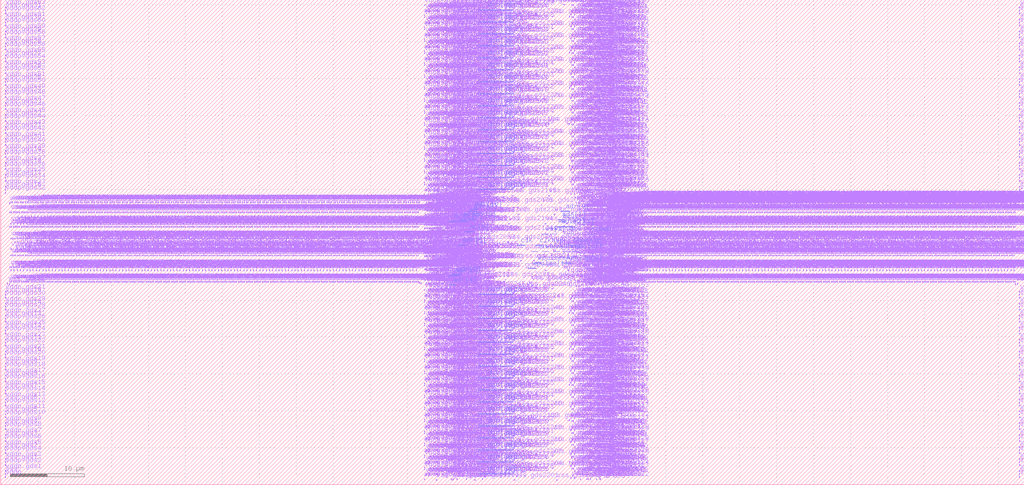
<source format=lef>
### Tool : gds2rh
### RedHawk Version : 19.1.7p1 RHEL6
### Vendor : Apache Design, Inc. A Subsidiary of ANSYS, Inc. 
### Date : Mar 02 2019, 00:03:14 

### Date generated : Wed Sep 14 16:23:13 2022
 
### Command : gds2rh -m /nfs/an/disks/an_mos_scratch01/mos/prod/runs/c224uhdlpsprf-ext-version-r1-0-1/r641701_00_00/r641701_00_00/avm/rv_avm/gds2rh_options_onstate.txt

VERSION 5.5 ;
NAMESCASESENSITIVE ON ;
DIVIDERCHAR "/" ;
BUSBITCHARS "[]" ;
MACRO ip224uhdlp1p11rf_2048x32m4b2c1s0_t0r0p1d0a1m1h_APACHECELL
 ORIGIN 0.000000 0.000000 ;
 SIZE 138.500000 BY 65.700000 ;
 PIN vddp
 DIRECTION INPUT ;
 USE POWER ;
 PORT
 LAYER m1 ;
 RECT 0.582000 0.935000 0.650000 1.135000 ;
 END
 END vddp
 PIN vddp.gds1
 DIRECTION INOUT ;
 USE POWER ;
 PORT
 LAYER m1 ;
 RECT 0.582000 1.745000 0.650000 1.945000 ;
 END
 END vddp.gds1
 PIN vddp.gds2
 DIRECTION INOUT ;
 USE POWER ;
 PORT
 LAYER m1 ;
 RECT 0.582000 2.555000 0.650000 2.755000 ;
 END
 END vddp.gds2
 PIN vddp.gds3
 DIRECTION INOUT ;
 USE POWER ;
 PORT
 LAYER m1 ;
 RECT 0.582000 3.365000 0.650000 3.565000 ;
 END
 END vddp.gds3
 PIN vddp.gds4
 DIRECTION INOUT ;
 USE POWER ;
 PORT
 LAYER m1 ;
 RECT 0.582000 4.175000 0.650000 4.375000 ;
 END
 END vddp.gds4
 PIN vddp.gds5
 DIRECTION INOUT ;
 USE POWER ;
 PORT
 LAYER m1 ;
 RECT 0.582000 4.985000 0.650000 5.185000 ;
 END
 END vddp.gds5
 PIN vddp.gds6
 DIRECTION INOUT ;
 USE POWER ;
 PORT
 LAYER m1 ;
 RECT 0.582000 5.795000 0.650000 5.995000 ;
 END
 END vddp.gds6
 PIN vddp.gds7
 DIRECTION INOUT ;
 USE POWER ;
 PORT
 LAYER m1 ;
 RECT 0.582000 6.605000 0.650000 6.805000 ;
 END
 END vddp.gds7
 PIN vddp.gds8
 DIRECTION INOUT ;
 USE POWER ;
 PORT
 LAYER m1 ;
 RECT 0.582000 7.415000 0.650000 7.615000 ;
 END
 END vddp.gds8
 PIN vddp.gds9
 DIRECTION INOUT ;
 USE POWER ;
 PORT
 LAYER m1 ;
 RECT 0.582000 8.225000 0.650000 8.425000 ;
 END
 END vddp.gds9
 PIN vddp.gds10
 DIRECTION INOUT ;
 USE POWER ;
 PORT
 LAYER m1 ;
 RECT 0.582000 9.035000 0.650000 9.235000 ;
 END
 END vddp.gds10
 PIN vddp.gds11
 DIRECTION INOUT ;
 USE POWER ;
 PORT
 LAYER m1 ;
 RECT 0.582000 9.845000 0.650000 10.045000 ;
 END
 END vddp.gds11
 PIN vddp.gds12
 DIRECTION INOUT ;
 USE POWER ;
 PORT
 LAYER m1 ;
 RECT 0.582000 10.655000 0.650000 10.855000 ;
 END
 END vddp.gds12
 PIN vddp.gds13
 DIRECTION INOUT ;
 USE POWER ;
 PORT
 LAYER m1 ;
 RECT 0.582000 11.465000 0.650000 11.665000 ;
 END
 END vddp.gds13
 PIN vddp.gds14
 DIRECTION INOUT ;
 USE POWER ;
 PORT
 LAYER m1 ;
 RECT 0.582000 12.275000 0.650000 12.475000 ;
 END
 END vddp.gds14
 PIN vddp.gds15
 DIRECTION INOUT ;
 USE POWER ;
 PORT
 LAYER m1 ;
 RECT 0.582000 13.085000 0.650000 13.285000 ;
 END
 END vddp.gds15
 PIN vddp.gds16
 DIRECTION INOUT ;
 USE POWER ;
 PORT
 LAYER m1 ;
 RECT 0.582000 13.895000 0.650000 14.095000 ;
 END
 END vddp.gds16
 PIN vddp.gds17
 DIRECTION INOUT ;
 USE POWER ;
 PORT
 LAYER m1 ;
 RECT 0.582000 14.705000 0.650000 14.905000 ;
 END
 END vddp.gds17
 PIN vddp.gds18
 DIRECTION INOUT ;
 USE POWER ;
 PORT
 LAYER m1 ;
 RECT 0.582000 15.515000 0.650000 15.715000 ;
 END
 END vddp.gds18
 PIN vddp.gds19
 DIRECTION INOUT ;
 USE POWER ;
 PORT
 LAYER m1 ;
 RECT 0.582000 16.325000 0.650000 16.525000 ;
 END
 END vddp.gds19
 PIN vddp.gds20
 DIRECTION INOUT ;
 USE POWER ;
 PORT
 LAYER m1 ;
 RECT 0.582000 17.135000 0.650000 17.335000 ;
 END
 END vddp.gds20
 PIN vddp.gds21
 DIRECTION INOUT ;
 USE POWER ;
 PORT
 LAYER m1 ;
 RECT 0.582000 17.945000 0.650000 18.145000 ;
 END
 END vddp.gds21
 PIN vddp.gds22
 DIRECTION INOUT ;
 USE POWER ;
 PORT
 LAYER m1 ;
 RECT 0.582000 18.755000 0.650000 18.955000 ;
 END
 END vddp.gds22
 PIN vddp.gds23
 DIRECTION INOUT ;
 USE POWER ;
 PORT
 LAYER m1 ;
 RECT 0.582000 19.565000 0.650000 19.765000 ;
 END
 END vddp.gds23
 PIN vddp.gds24
 DIRECTION INOUT ;
 USE POWER ;
 PORT
 LAYER m1 ;
 RECT 0.582000 20.375000 0.650000 20.575000 ;
 END
 END vddp.gds24
 PIN vddp.gds25
 DIRECTION INOUT ;
 USE POWER ;
 PORT
 LAYER m1 ;
 RECT 0.582000 21.185000 0.650000 21.385000 ;
 END
 END vddp.gds25
 PIN vddp.gds26
 DIRECTION INOUT ;
 USE POWER ;
 PORT
 LAYER m1 ;
 RECT 0.582000 21.995000 0.650000 22.195000 ;
 END
 END vddp.gds26
 PIN vddp.gds27
 DIRECTION INOUT ;
 USE POWER ;
 PORT
 LAYER m1 ;
 RECT 0.582000 22.805000 0.650000 23.005000 ;
 END
 END vddp.gds27
 PIN vddp.gds28
 DIRECTION INOUT ;
 USE POWER ;
 PORT
 LAYER m1 ;
 RECT 0.582000 23.615000 0.650000 23.815000 ;
 END
 END vddp.gds28
 PIN vddp.gds29
 DIRECTION INOUT ;
 USE POWER ;
 PORT
 LAYER m1 ;
 RECT 0.582000 24.425000 0.650000 24.625000 ;
 END
 END vddp.gds29
 PIN vddp.gds30
 DIRECTION INOUT ;
 USE POWER ;
 PORT
 LAYER m1 ;
 RECT 0.582000 25.235000 0.650000 25.435000 ;
 END
 END vddp.gds30
 PIN vddp.gds31
 DIRECTION INOUT ;
 USE POWER ;
 PORT
 LAYER m1 ;
 RECT 0.582000 26.045000 0.650000 26.245000 ;
 END
 END vddp.gds31
 PIN vddp.gds32
 DIRECTION INOUT ;
 USE POWER ;
 PORT
 LAYER m1 ;
 RECT 0.582000 39.455000 0.650000 39.655000 ;
 END
 END vddp.gds32
 PIN vddp.gds33
 DIRECTION INOUT ;
 USE POWER ;
 PORT
 LAYER m1 ;
 RECT 0.582000 40.265000 0.650000 40.465000 ;
 END
 END vddp.gds33
 PIN vddp.gds34
 DIRECTION INOUT ;
 USE POWER ;
 PORT
 LAYER m1 ;
 RECT 0.582000 41.075000 0.650000 41.275000 ;
 END
 END vddp.gds34
 PIN vddp.gds35
 DIRECTION INOUT ;
 USE POWER ;
 PORT
 LAYER m1 ;
 RECT 0.582000 41.885000 0.650000 42.085000 ;
 END
 END vddp.gds35
 PIN vddp.gds36
 DIRECTION INOUT ;
 USE POWER ;
 PORT
 LAYER m1 ;
 RECT 0.582000 42.695000 0.650000 42.895000 ;
 END
 END vddp.gds36
 PIN vddp.gds37
 DIRECTION INOUT ;
 USE POWER ;
 PORT
 LAYER m1 ;
 RECT 0.582000 43.505000 0.650000 43.705000 ;
 END
 END vddp.gds37
 PIN vddp.gds38
 DIRECTION INOUT ;
 USE POWER ;
 PORT
 LAYER m1 ;
 RECT 0.582000 44.315000 0.650000 44.515000 ;
 END
 END vddp.gds38
 PIN vddp.gds39
 DIRECTION INOUT ;
 USE POWER ;
 PORT
 LAYER m1 ;
 RECT 0.582000 45.125000 0.650000 45.325000 ;
 END
 END vddp.gds39
 PIN vddp.gds40
 DIRECTION INOUT ;
 USE POWER ;
 PORT
 LAYER m1 ;
 RECT 0.582000 45.935000 0.650000 46.135000 ;
 END
 END vddp.gds40
 PIN vddp.gds41
 DIRECTION INOUT ;
 USE POWER ;
 PORT
 LAYER m1 ;
 RECT 0.582000 46.745000 0.650000 46.945000 ;
 END
 END vddp.gds41
 PIN vddp.gds42
 DIRECTION INOUT ;
 USE POWER ;
 PORT
 LAYER m1 ;
 RECT 0.582000 47.555000 0.650000 47.755000 ;
 END
 END vddp.gds42
 PIN vddp.gds43
 DIRECTION INOUT ;
 USE POWER ;
 PORT
 LAYER m1 ;
 RECT 0.582000 48.365000 0.650000 48.565000 ;
 END
 END vddp.gds43
 PIN vddp.gds44
 DIRECTION INOUT ;
 USE POWER ;
 PORT
 LAYER m1 ;
 RECT 0.582000 49.175000 0.650000 49.375000 ;
 END
 END vddp.gds44
 PIN vddp.gds45
 DIRECTION INOUT ;
 USE POWER ;
 PORT
 LAYER m1 ;
 RECT 0.582000 49.985000 0.650000 50.185000 ;
 END
 END vddp.gds45
 PIN vddp.gds46
 DIRECTION INOUT ;
 USE POWER ;
 PORT
 LAYER m1 ;
 RECT 0.582000 50.795000 0.650000 50.995000 ;
 END
 END vddp.gds46
 PIN vddp.gds47
 DIRECTION INOUT ;
 USE POWER ;
 PORT
 LAYER m1 ;
 RECT 0.582000 51.605000 0.650000 51.805000 ;
 END
 END vddp.gds47
 PIN vddp.gds48
 DIRECTION INOUT ;
 USE POWER ;
 PORT
 LAYER m1 ;
 RECT 0.582000 52.415000 0.650000 52.615000 ;
 END
 END vddp.gds48
 PIN vddp.gds49
 DIRECTION INOUT ;
 USE POWER ;
 PORT
 LAYER m1 ;
 RECT 0.582000 53.225000 0.650000 53.425000 ;
 END
 END vddp.gds49
 PIN vddp.gds50
 DIRECTION INOUT ;
 USE POWER ;
 PORT
 LAYER m1 ;
 RECT 0.582000 54.035000 0.650000 54.235000 ;
 END
 END vddp.gds50
 PIN vddp.gds51
 DIRECTION INOUT ;
 USE POWER ;
 PORT
 LAYER m1 ;
 RECT 0.582000 54.845000 0.650000 55.045000 ;
 END
 END vddp.gds51
 PIN vddp.gds52
 DIRECTION INOUT ;
 USE POWER ;
 PORT
 LAYER m1 ;
 RECT 0.582000 55.655000 0.650000 55.855000 ;
 END
 END vddp.gds52
 PIN vddp.gds53
 DIRECTION INOUT ;
 USE POWER ;
 PORT
 LAYER m1 ;
 RECT 0.582000 56.465000 0.650000 56.665000 ;
 END
 END vddp.gds53
 PIN vddp.gds54
 DIRECTION INOUT ;
 USE POWER ;
 PORT
 LAYER m1 ;
 RECT 0.582000 57.275000 0.650000 57.475000 ;
 END
 END vddp.gds54
 PIN vddp.gds55
 DIRECTION INOUT ;
 USE POWER ;
 PORT
 LAYER m1 ;
 RECT 0.582000 58.085000 0.650000 58.285000 ;
 END
 END vddp.gds55
 PIN vddp.gds56
 DIRECTION INOUT ;
 USE POWER ;
 PORT
 LAYER m1 ;
 RECT 0.582000 58.895000 0.650000 59.095000 ;
 END
 END vddp.gds56
 PIN vddp.gds57
 DIRECTION INOUT ;
 USE POWER ;
 PORT
 LAYER m1 ;
 RECT 0.582000 59.705000 0.650000 59.905000 ;
 END
 END vddp.gds57
 PIN vddp.gds58
 DIRECTION INOUT ;
 USE POWER ;
 PORT
 LAYER m1 ;
 RECT 0.582000 60.515000 0.650000 60.715000 ;
 END
 END vddp.gds58
 PIN vddp.gds59
 DIRECTION INOUT ;
 USE POWER ;
 PORT
 LAYER m1 ;
 RECT 0.582000 61.325000 0.650000 61.525000 ;
 END
 END vddp.gds59
 PIN vddp.gds60
 DIRECTION INOUT ;
 USE POWER ;
 PORT
 LAYER m1 ;
 RECT 0.582000 62.135000 0.650000 62.335000 ;
 END
 END vddp.gds60
 PIN vddp.gds61
 DIRECTION INOUT ;
 USE POWER ;
 PORT
 LAYER m1 ;
 RECT 0.582000 62.945000 0.650000 63.145000 ;
 END
 END vddp.gds61
 PIN vddp.gds62
 DIRECTION INOUT ;
 USE POWER ;
 PORT
 LAYER m1 ;
 RECT 0.582000 63.755000 0.650000 63.955000 ;
 END
 END vddp.gds62
 PIN vddp.gds63
 DIRECTION INOUT ;
 USE POWER ;
 PORT
 LAYER m1 ;
 RECT 0.582000 64.565000 0.650000 64.765000 ;
 END
 END vddp.gds63
 PIN vddp.gds64
 DIRECTION INOUT ;
 USE POWER ;
 PORT
 LAYER m1 ;
 RECT 1.338000 28.961000 1.406000 29.161000 ;
 END
 END vddp.gds64
 PIN vddp.gds65
 DIRECTION INOUT ;
 USE POWER ;
 PORT
 LAYER m1 ;
 RECT 1.338000 35.279000 1.406000 35.479000 ;
 END
 END vddp.gds65
 PIN vddp.gds66
 DIRECTION INOUT ;
 USE POWER ;
 PORT
 LAYER m1 ;
 RECT 1.770000 28.961000 1.838000 29.161000 ;
 END
 END vddp.gds66
 PIN vddp.gds67
 DIRECTION INOUT ;
 USE POWER ;
 PORT
 LAYER m1 ;
 RECT 1.770000 35.279000 1.838000 35.479000 ;
 END
 END vddp.gds67
 PIN vddp.gds68
 DIRECTION INOUT ;
 USE POWER ;
 PORT
 LAYER m1 ;
 RECT 1.878000 31.457000 1.946000 31.657000 ;
 END
 END vddp.gds68
 PIN vddp.gds69
 DIRECTION INOUT ;
 USE POWER ;
 PORT
 LAYER m1 ;
 RECT 1.878000 32.783000 1.946000 32.983000 ;
 END
 END vddp.gds69
 PIN vddp.gds70
 DIRECTION INOUT ;
 USE POWER ;
 PORT
 LAYER m1 ;
 RECT 2.094000 32.120000 2.162000 32.320000 ;
 END
 END vddp.gds70
 PIN vddp.gds71
 DIRECTION INOUT ;
 USE POWER ;
 PORT
 LAYER m1 ;
 RECT 2.202000 28.961000 2.270000 29.161000 ;
 END
 END vddp.gds71
 PIN vddp.gds72
 DIRECTION INOUT ;
 USE POWER ;
 PORT
 LAYER m1 ;
 RECT 2.202000 35.279000 2.270000 35.479000 ;
 END
 END vddp.gds72
 PIN vddp.gds73
 DIRECTION INOUT ;
 USE POWER ;
 PORT
 LAYER m1 ;
 RECT 2.310000 31.457000 2.378000 31.657000 ;
 END
 END vddp.gds73
 PIN vddp.gds74
 DIRECTION INOUT ;
 USE POWER ;
 PORT
 LAYER m1 ;
 RECT 2.310000 32.783000 2.378000 32.983000 ;
 END
 END vddp.gds74
 PIN vddp.gds75
 DIRECTION INOUT ;
 USE POWER ;
 PORT
 LAYER m1 ;
 RECT 2.634000 28.961000 2.702000 29.161000 ;
 END
 END vddp.gds75
 PIN vddp.gds76
 DIRECTION INOUT ;
 USE POWER ;
 PORT
 LAYER m1 ;
 RECT 2.634000 35.279000 2.702000 35.479000 ;
 END
 END vddp.gds76
 PIN vddp.gds77
 DIRECTION INOUT ;
 USE POWER ;
 PORT
 LAYER m1 ;
 RECT 3.066000 28.961000 3.134000 29.161000 ;
 END
 END vddp.gds77
 PIN vddp.gds78
 DIRECTION INOUT ;
 USE POWER ;
 PORT
 LAYER m1 ;
 RECT 3.066000 35.279000 3.134000 35.479000 ;
 END
 END vddp.gds78
 PIN vddp.gds79
 DIRECTION INOUT ;
 USE POWER ;
 PORT
 LAYER m1 ;
 RECT 3.498000 28.961000 3.566000 29.161000 ;
 END
 END vddp.gds79
 PIN vddp.gds80
 DIRECTION INOUT ;
 USE POWER ;
 PORT
 LAYER m1 ;
 RECT 3.498000 35.279000 3.566000 35.479000 ;
 END
 END vddp.gds80
 PIN vddp.gds81
 DIRECTION INOUT ;
 USE POWER ;
 PORT
 LAYER m1 ;
 RECT 3.606000 31.457000 3.674000 31.657000 ;
 END
 END vddp.gds81
 PIN vddp.gds82
 DIRECTION INOUT ;
 USE POWER ;
 PORT
 LAYER m1 ;
 RECT 3.606000 32.783000 3.674000 32.983000 ;
 END
 END vddp.gds82
 PIN vddp.gds83
 DIRECTION INOUT ;
 USE POWER ;
 PORT
 LAYER m1 ;
 RECT 3.822000 32.120000 3.890000 32.320000 ;
 END
 END vddp.gds83
 PIN vddp.gds84
 DIRECTION INOUT ;
 USE POWER ;
 PORT
 LAYER m1 ;
 RECT 3.930000 28.961000 3.998000 29.161000 ;
 END
 END vddp.gds84
 PIN vddp.gds85
 DIRECTION INOUT ;
 USE POWER ;
 PORT
 LAYER m1 ;
 RECT 3.930000 35.279000 3.998000 35.479000 ;
 END
 END vddp.gds85
 PIN vddp.gds86
 DIRECTION INOUT ;
 USE POWER ;
 PORT
 LAYER m1 ;
 RECT 4.038000 31.457000 4.106000 31.657000 ;
 END
 END vddp.gds86
 PIN vddp.gds87
 DIRECTION INOUT ;
 USE POWER ;
 PORT
 LAYER m1 ;
 RECT 4.038000 32.783000 4.106000 32.983000 ;
 END
 END vddp.gds87
 PIN vddp.gds88
 DIRECTION INOUT ;
 USE POWER ;
 PORT
 LAYER m1 ;
 RECT 4.362000 28.961000 4.430000 29.161000 ;
 END
 END vddp.gds88
 PIN vddp.gds89
 DIRECTION INOUT ;
 USE POWER ;
 PORT
 LAYER m1 ;
 RECT 4.362000 35.279000 4.430000 35.479000 ;
 END
 END vddp.gds89
 PIN vddp.gds90
 DIRECTION INOUT ;
 USE POWER ;
 PORT
 LAYER m1 ;
 RECT 4.794000 28.961000 4.862000 29.161000 ;
 END
 END vddp.gds90
 PIN vddp.gds91
 DIRECTION INOUT ;
 USE POWER ;
 PORT
 LAYER m1 ;
 RECT 4.794000 35.279000 4.862000 35.479000 ;
 END
 END vddp.gds91
 PIN vddp.gds92
 DIRECTION INOUT ;
 USE POWER ;
 PORT
 LAYER m1 ;
 RECT 5.226000 28.961000 5.294000 29.161000 ;
 END
 END vddp.gds92
 PIN vddp.gds93
 DIRECTION INOUT ;
 USE POWER ;
 PORT
 LAYER m1 ;
 RECT 5.226000 35.279000 5.294000 35.479000 ;
 END
 END vddp.gds93
 PIN vddp.gds94
 DIRECTION INOUT ;
 USE POWER ;
 PORT
 LAYER m1 ;
 RECT 5.334000 31.457000 5.402000 31.657000 ;
 END
 END vddp.gds94
 PIN vddp.gds95
 DIRECTION INOUT ;
 USE POWER ;
 PORT
 LAYER m1 ;
 RECT 5.334000 32.783000 5.402000 32.983000 ;
 END
 END vddp.gds95
 PIN vddp.gds96
 DIRECTION INOUT ;
 USE POWER ;
 PORT
 LAYER m1 ;
 RECT 5.550000 32.120000 5.618000 32.320000 ;
 END
 END vddp.gds96
 PIN vddp.gds97
 DIRECTION INOUT ;
 USE POWER ;
 PORT
 LAYER m1 ;
 RECT 5.658000 28.961000 5.726000 29.161000 ;
 END
 END vddp.gds97
 PIN vddp.gds98
 DIRECTION INOUT ;
 USE POWER ;
 PORT
 LAYER m1 ;
 RECT 5.658000 35.279000 5.726000 35.479000 ;
 END
 END vddp.gds98
 PIN vddp.gds99
 DIRECTION INOUT ;
 USE POWER ;
 PORT
 LAYER m1 ;
 RECT 5.766000 31.457000 5.834000 31.657000 ;
 END
 END vddp.gds99
 PIN vddp.gds100
 DIRECTION INOUT ;
 USE POWER ;
 PORT
 LAYER m1 ;
 RECT 5.766000 32.783000 5.834000 32.983000 ;
 END
 END vddp.gds100
 PIN vddp.gds101
 DIRECTION INOUT ;
 USE POWER ;
 PORT
 LAYER m1 ;
 RECT 6.090000 28.961000 6.158000 29.161000 ;
 END
 END vddp.gds101
 PIN vddp.gds102
 DIRECTION INOUT ;
 USE POWER ;
 PORT
 LAYER m1 ;
 RECT 6.090000 35.279000 6.158000 35.479000 ;
 END
 END vddp.gds102
 PIN vddp.gds103
 DIRECTION INOUT ;
 USE POWER ;
 PORT
 LAYER m1 ;
 RECT 6.522000 28.961000 6.590000 29.161000 ;
 END
 END vddp.gds103
 PIN vddp.gds104
 DIRECTION INOUT ;
 USE POWER ;
 PORT
 LAYER m1 ;
 RECT 6.522000 35.279000 6.590000 35.479000 ;
 END
 END vddp.gds104
 PIN vddp.gds105
 DIRECTION INOUT ;
 USE POWER ;
 PORT
 LAYER m1 ;
 RECT 6.954000 28.961000 7.022000 29.161000 ;
 END
 END vddp.gds105
 PIN vddp.gds106
 DIRECTION INOUT ;
 USE POWER ;
 PORT
 LAYER m1 ;
 RECT 6.954000 35.279000 7.022000 35.479000 ;
 END
 END vddp.gds106
 PIN vddp.gds107
 DIRECTION INOUT ;
 USE POWER ;
 PORT
 LAYER m1 ;
 RECT 7.062000 31.457000 7.130000 31.657000 ;
 END
 END vddp.gds107
 PIN vddp.gds108
 DIRECTION INOUT ;
 USE POWER ;
 PORT
 LAYER m1 ;
 RECT 7.062000 32.783000 7.130000 32.983000 ;
 END
 END vddp.gds108
 PIN vddp.gds109
 DIRECTION INOUT ;
 USE POWER ;
 PORT
 LAYER m1 ;
 RECT 7.278000 32.120000 7.346000 32.320000 ;
 END
 END vddp.gds109
 PIN vddp.gds110
 DIRECTION INOUT ;
 USE POWER ;
 PORT
 LAYER m1 ;
 RECT 7.386000 28.961000 7.454000 29.161000 ;
 END
 END vddp.gds110
 PIN vddp.gds111
 DIRECTION INOUT ;
 USE POWER ;
 PORT
 LAYER m1 ;
 RECT 7.386000 35.279000 7.454000 35.479000 ;
 END
 END vddp.gds111
 PIN vddp.gds112
 DIRECTION INOUT ;
 USE POWER ;
 PORT
 LAYER m1 ;
 RECT 7.494000 31.457000 7.562000 31.657000 ;
 END
 END vddp.gds112
 PIN vddp.gds113
 DIRECTION INOUT ;
 USE POWER ;
 PORT
 LAYER m1 ;
 RECT 7.494000 32.783000 7.562000 32.983000 ;
 END
 END vddp.gds113
 PIN vddp.gds114
 DIRECTION INOUT ;
 USE POWER ;
 PORT
 LAYER m1 ;
 RECT 7.818000 28.961000 7.886000 29.161000 ;
 END
 END vddp.gds114
 PIN vddp.gds115
 DIRECTION INOUT ;
 USE POWER ;
 PORT
 LAYER m1 ;
 RECT 7.818000 35.279000 7.886000 35.479000 ;
 END
 END vddp.gds115
 PIN vddp.gds116
 DIRECTION INOUT ;
 USE POWER ;
 PORT
 LAYER m1 ;
 RECT 8.250000 28.961000 8.318000 29.161000 ;
 END
 END vddp.gds116
 PIN vddp.gds117
 DIRECTION INOUT ;
 USE POWER ;
 PORT
 LAYER m1 ;
 RECT 8.250000 35.279000 8.318000 35.479000 ;
 END
 END vddp.gds117
 PIN vddp.gds118
 DIRECTION INOUT ;
 USE POWER ;
 PORT
 LAYER m1 ;
 RECT 8.682000 28.961000 8.750000 29.161000 ;
 END
 END vddp.gds118
 PIN vddp.gds119
 DIRECTION INOUT ;
 USE POWER ;
 PORT
 LAYER m1 ;
 RECT 8.682000 35.279000 8.750000 35.479000 ;
 END
 END vddp.gds119
 PIN vddp.gds120
 DIRECTION INOUT ;
 USE POWER ;
 PORT
 LAYER m1 ;
 RECT 8.790000 31.457000 8.858000 31.657000 ;
 END
 END vddp.gds120
 PIN vddp.gds121
 DIRECTION INOUT ;
 USE POWER ;
 PORT
 LAYER m1 ;
 RECT 8.790000 32.783000 8.858000 32.983000 ;
 END
 END vddp.gds121
 PIN vddp.gds122
 DIRECTION INOUT ;
 USE POWER ;
 PORT
 LAYER m1 ;
 RECT 9.006000 32.120000 9.074000 32.320000 ;
 END
 END vddp.gds122
 PIN vddp.gds123
 DIRECTION INOUT ;
 USE POWER ;
 PORT
 LAYER m1 ;
 RECT 9.114000 28.961000 9.182000 29.161000 ;
 END
 END vddp.gds123
 PIN vddp.gds124
 DIRECTION INOUT ;
 USE POWER ;
 PORT
 LAYER m1 ;
 RECT 9.114000 35.279000 9.182000 35.479000 ;
 END
 END vddp.gds124
 PIN vddp.gds125
 DIRECTION INOUT ;
 USE POWER ;
 PORT
 LAYER m1 ;
 RECT 9.222000 31.457000 9.290000 31.657000 ;
 END
 END vddp.gds125
 PIN vddp.gds126
 DIRECTION INOUT ;
 USE POWER ;
 PORT
 LAYER m1 ;
 RECT 9.222000 32.783000 9.290000 32.983000 ;
 END
 END vddp.gds126
 PIN vddp.gds127
 DIRECTION INOUT ;
 USE POWER ;
 PORT
 LAYER m1 ;
 RECT 9.546000 28.961000 9.614000 29.161000 ;
 END
 END vddp.gds127
 PIN vddp.gds128
 DIRECTION INOUT ;
 USE POWER ;
 PORT
 LAYER m1 ;
 RECT 9.546000 35.279000 9.614000 35.479000 ;
 END
 END vddp.gds128
 PIN vddp.gds129
 DIRECTION INOUT ;
 USE POWER ;
 PORT
 LAYER m1 ;
 RECT 9.978000 28.961000 10.046000 29.161000 ;
 END
 END vddp.gds129
 PIN vddp.gds130
 DIRECTION INOUT ;
 USE POWER ;
 PORT
 LAYER m1 ;
 RECT 9.978000 35.279000 10.046000 35.479000 ;
 END
 END vddp.gds130
 PIN vddp.gds131
 DIRECTION INOUT ;
 USE POWER ;
 PORT
 LAYER m1 ;
 RECT 10.410000 28.961000 10.478000 29.161000 ;
 END
 END vddp.gds131
 PIN vddp.gds132
 DIRECTION INOUT ;
 USE POWER ;
 PORT
 LAYER m1 ;
 RECT 10.410000 35.279000 10.478000 35.479000 ;
 END
 END vddp.gds132
 PIN vddp.gds133
 DIRECTION INOUT ;
 USE POWER ;
 PORT
 LAYER m1 ;
 RECT 10.518000 31.457000 10.586000 31.657000 ;
 END
 END vddp.gds133
 PIN vddp.gds134
 DIRECTION INOUT ;
 USE POWER ;
 PORT
 LAYER m1 ;
 RECT 10.518000 32.783000 10.586000 32.983000 ;
 END
 END vddp.gds134
 PIN vddp.gds135
 DIRECTION INOUT ;
 USE POWER ;
 PORT
 LAYER m1 ;
 RECT 10.734000 32.120000 10.802000 32.320000 ;
 END
 END vddp.gds135
 PIN vddp.gds136
 DIRECTION INOUT ;
 USE POWER ;
 PORT
 LAYER m1 ;
 RECT 10.842000 28.961000 10.910000 29.161000 ;
 END
 END vddp.gds136
 PIN vddp.gds137
 DIRECTION INOUT ;
 USE POWER ;
 PORT
 LAYER m1 ;
 RECT 10.842000 35.279000 10.910000 35.479000 ;
 END
 END vddp.gds137
 PIN vddp.gds138
 DIRECTION INOUT ;
 USE POWER ;
 PORT
 LAYER m1 ;
 RECT 10.950000 31.457000 11.018000 31.657000 ;
 END
 END vddp.gds138
 PIN vddp.gds139
 DIRECTION INOUT ;
 USE POWER ;
 PORT
 LAYER m1 ;
 RECT 10.950000 32.783000 11.018000 32.983000 ;
 END
 END vddp.gds139
 PIN vddp.gds140
 DIRECTION INOUT ;
 USE POWER ;
 PORT
 LAYER m1 ;
 RECT 11.274000 28.961000 11.342000 29.161000 ;
 END
 END vddp.gds140
 PIN vddp.gds141
 DIRECTION INOUT ;
 USE POWER ;
 PORT
 LAYER m1 ;
 RECT 11.274000 35.279000 11.342000 35.479000 ;
 END
 END vddp.gds141
 PIN vddp.gds142
 DIRECTION INOUT ;
 USE POWER ;
 PORT
 LAYER m1 ;
 RECT 11.706000 28.961000 11.774000 29.161000 ;
 END
 END vddp.gds142
 PIN vddp.gds143
 DIRECTION INOUT ;
 USE POWER ;
 PORT
 LAYER m1 ;
 RECT 11.706000 35.279000 11.774000 35.479000 ;
 END
 END vddp.gds143
 PIN vddp.gds144
 DIRECTION INOUT ;
 USE POWER ;
 PORT
 LAYER m1 ;
 RECT 12.138000 28.961000 12.206000 29.161000 ;
 END
 END vddp.gds144
 PIN vddp.gds145
 DIRECTION INOUT ;
 USE POWER ;
 PORT
 LAYER m1 ;
 RECT 12.138000 35.279000 12.206000 35.479000 ;
 END
 END vddp.gds145
 PIN vddp.gds146
 DIRECTION INOUT ;
 USE POWER ;
 PORT
 LAYER m1 ;
 RECT 12.246000 31.457000 12.314000 31.657000 ;
 END
 END vddp.gds146
 PIN vddp.gds147
 DIRECTION INOUT ;
 USE POWER ;
 PORT
 LAYER m1 ;
 RECT 12.246000 32.783000 12.314000 32.983000 ;
 END
 END vddp.gds147
 PIN vddp.gds148
 DIRECTION INOUT ;
 USE POWER ;
 PORT
 LAYER m1 ;
 RECT 12.462000 32.120000 12.530000 32.320000 ;
 END
 END vddp.gds148
 PIN vddp.gds149
 DIRECTION INOUT ;
 USE POWER ;
 PORT
 LAYER m1 ;
 RECT 12.570000 28.961000 12.638000 29.161000 ;
 END
 END vddp.gds149
 PIN vddp.gds150
 DIRECTION INOUT ;
 USE POWER ;
 PORT
 LAYER m1 ;
 RECT 12.570000 35.279000 12.638000 35.479000 ;
 END
 END vddp.gds150
 PIN vddp.gds151
 DIRECTION INOUT ;
 USE POWER ;
 PORT
 LAYER m1 ;
 RECT 12.678000 31.457000 12.746000 31.657000 ;
 END
 END vddp.gds151
 PIN vddp.gds152
 DIRECTION INOUT ;
 USE POWER ;
 PORT
 LAYER m1 ;
 RECT 12.678000 32.783000 12.746000 32.983000 ;
 END
 END vddp.gds152
 PIN vddp.gds153
 DIRECTION INOUT ;
 USE POWER ;
 PORT
 LAYER m1 ;
 RECT 13.002000 28.961000 13.070000 29.161000 ;
 END
 END vddp.gds153
 PIN vddp.gds154
 DIRECTION INOUT ;
 USE POWER ;
 PORT
 LAYER m1 ;
 RECT 13.002000 35.279000 13.070000 35.479000 ;
 END
 END vddp.gds154
 PIN vddp.gds155
 DIRECTION INOUT ;
 USE POWER ;
 PORT
 LAYER m1 ;
 RECT 13.434000 28.961000 13.502000 29.161000 ;
 END
 END vddp.gds155
 PIN vddp.gds156
 DIRECTION INOUT ;
 USE POWER ;
 PORT
 LAYER m1 ;
 RECT 13.434000 35.279000 13.502000 35.479000 ;
 END
 END vddp.gds156
 PIN vddp.gds157
 DIRECTION INOUT ;
 USE POWER ;
 PORT
 LAYER m1 ;
 RECT 13.866000 28.961000 13.934000 29.161000 ;
 END
 END vddp.gds157
 PIN vddp.gds158
 DIRECTION INOUT ;
 USE POWER ;
 PORT
 LAYER m1 ;
 RECT 13.866000 35.279000 13.934000 35.479000 ;
 END
 END vddp.gds158
 PIN vddp.gds159
 DIRECTION INOUT ;
 USE POWER ;
 PORT
 LAYER m1 ;
 RECT 13.974000 31.457000 14.042000 31.657000 ;
 END
 END vddp.gds159
 PIN vddp.gds160
 DIRECTION INOUT ;
 USE POWER ;
 PORT
 LAYER m1 ;
 RECT 13.974000 32.783000 14.042000 32.983000 ;
 END
 END vddp.gds160
 PIN vddp.gds161
 DIRECTION INOUT ;
 USE POWER ;
 PORT
 LAYER m1 ;
 RECT 14.190000 32.120000 14.258000 32.320000 ;
 END
 END vddp.gds161
 PIN vddp.gds162
 DIRECTION INOUT ;
 USE POWER ;
 PORT
 LAYER m1 ;
 RECT 14.298000 28.961000 14.366000 29.161000 ;
 END
 END vddp.gds162
 PIN vddp.gds163
 DIRECTION INOUT ;
 USE POWER ;
 PORT
 LAYER m1 ;
 RECT 14.298000 35.279000 14.366000 35.479000 ;
 END
 END vddp.gds163
 PIN vddp.gds164
 DIRECTION INOUT ;
 USE POWER ;
 PORT
 LAYER m1 ;
 RECT 14.406000 31.457000 14.474000 31.657000 ;
 END
 END vddp.gds164
 PIN vddp.gds165
 DIRECTION INOUT ;
 USE POWER ;
 PORT
 LAYER m1 ;
 RECT 14.406000 32.783000 14.474000 32.983000 ;
 END
 END vddp.gds165
 PIN vddp.gds166
 DIRECTION INOUT ;
 USE POWER ;
 PORT
 LAYER m1 ;
 RECT 14.730000 28.961000 14.798000 29.161000 ;
 END
 END vddp.gds166
 PIN vddp.gds167
 DIRECTION INOUT ;
 USE POWER ;
 PORT
 LAYER m1 ;
 RECT 14.730000 35.279000 14.798000 35.479000 ;
 END
 END vddp.gds167
 PIN vddp.gds168
 DIRECTION INOUT ;
 USE POWER ;
 PORT
 LAYER m1 ;
 RECT 15.162000 28.961000 15.230000 29.161000 ;
 END
 END vddp.gds168
 PIN vddp.gds169
 DIRECTION INOUT ;
 USE POWER ;
 PORT
 LAYER m1 ;
 RECT 15.162000 35.279000 15.230000 35.479000 ;
 END
 END vddp.gds169
 PIN vddp.gds170
 DIRECTION INOUT ;
 USE POWER ;
 PORT
 LAYER m1 ;
 RECT 15.594000 28.961000 15.662000 29.161000 ;
 END
 END vddp.gds170
 PIN vddp.gds171
 DIRECTION INOUT ;
 USE POWER ;
 PORT
 LAYER m1 ;
 RECT 15.594000 35.279000 15.662000 35.479000 ;
 END
 END vddp.gds171
 PIN vddp.gds172
 DIRECTION INOUT ;
 USE POWER ;
 PORT
 LAYER m1 ;
 RECT 15.702000 31.457000 15.770000 31.657000 ;
 END
 END vddp.gds172
 PIN vddp.gds173
 DIRECTION INOUT ;
 USE POWER ;
 PORT
 LAYER m1 ;
 RECT 15.702000 32.783000 15.770000 32.983000 ;
 END
 END vddp.gds173
 PIN vddp.gds174
 DIRECTION INOUT ;
 USE POWER ;
 PORT
 LAYER m1 ;
 RECT 15.918000 32.120000 15.986000 32.320000 ;
 END
 END vddp.gds174
 PIN vddp.gds175
 DIRECTION INOUT ;
 USE POWER ;
 PORT
 LAYER m1 ;
 RECT 16.026000 28.961000 16.094000 29.161000 ;
 END
 END vddp.gds175
 PIN vddp.gds176
 DIRECTION INOUT ;
 USE POWER ;
 PORT
 LAYER m1 ;
 RECT 16.026000 35.279000 16.094000 35.479000 ;
 END
 END vddp.gds176
 PIN vddp.gds177
 DIRECTION INOUT ;
 USE POWER ;
 PORT
 LAYER m1 ;
 RECT 16.134000 31.457000 16.202000 31.657000 ;
 END
 END vddp.gds177
 PIN vddp.gds178
 DIRECTION INOUT ;
 USE POWER ;
 PORT
 LAYER m1 ;
 RECT 16.134000 32.783000 16.202000 32.983000 ;
 END
 END vddp.gds178
 PIN vddp.gds179
 DIRECTION INOUT ;
 USE POWER ;
 PORT
 LAYER m1 ;
 RECT 16.458000 28.961000 16.526000 29.161000 ;
 END
 END vddp.gds179
 PIN vddp.gds180
 DIRECTION INOUT ;
 USE POWER ;
 PORT
 LAYER m1 ;
 RECT 16.458000 35.279000 16.526000 35.479000 ;
 END
 END vddp.gds180
 PIN vddp.gds181
 DIRECTION INOUT ;
 USE POWER ;
 PORT
 LAYER m1 ;
 RECT 16.890000 28.961000 16.958000 29.161000 ;
 END
 END vddp.gds181
 PIN vddp.gds182
 DIRECTION INOUT ;
 USE POWER ;
 PORT
 LAYER m1 ;
 RECT 16.890000 35.279000 16.958000 35.479000 ;
 END
 END vddp.gds182
 PIN vddp.gds183
 DIRECTION INOUT ;
 USE POWER ;
 PORT
 LAYER m1 ;
 RECT 17.322000 28.961000 17.390000 29.161000 ;
 END
 END vddp.gds183
 PIN vddp.gds184
 DIRECTION INOUT ;
 USE POWER ;
 PORT
 LAYER m1 ;
 RECT 17.322000 35.279000 17.390000 35.479000 ;
 END
 END vddp.gds184
 PIN vddp.gds185
 DIRECTION INOUT ;
 USE POWER ;
 PORT
 LAYER m1 ;
 RECT 17.430000 31.457000 17.498000 31.657000 ;
 END
 END vddp.gds185
 PIN vddp.gds186
 DIRECTION INOUT ;
 USE POWER ;
 PORT
 LAYER m1 ;
 RECT 17.430000 32.783000 17.498000 32.983000 ;
 END
 END vddp.gds186
 PIN vddp.gds187
 DIRECTION INOUT ;
 USE POWER ;
 PORT
 LAYER m1 ;
 RECT 17.646000 32.120000 17.714000 32.320000 ;
 END
 END vddp.gds187
 PIN vddp.gds188
 DIRECTION INOUT ;
 USE POWER ;
 PORT
 LAYER m1 ;
 RECT 17.754000 28.961000 17.822000 29.161000 ;
 END
 END vddp.gds188
 PIN vddp.gds189
 DIRECTION INOUT ;
 USE POWER ;
 PORT
 LAYER m1 ;
 RECT 17.754000 35.279000 17.822000 35.479000 ;
 END
 END vddp.gds189
 PIN vddp.gds190
 DIRECTION INOUT ;
 USE POWER ;
 PORT
 LAYER m1 ;
 RECT 17.862000 31.457000 17.930000 31.657000 ;
 END
 END vddp.gds190
 PIN vddp.gds191
 DIRECTION INOUT ;
 USE POWER ;
 PORT
 LAYER m1 ;
 RECT 17.862000 32.783000 17.930000 32.983000 ;
 END
 END vddp.gds191
 PIN vddp.gds192
 DIRECTION INOUT ;
 USE POWER ;
 PORT
 LAYER m1 ;
 RECT 18.186000 28.961000 18.254000 29.161000 ;
 END
 END vddp.gds192
 PIN vddp.gds193
 DIRECTION INOUT ;
 USE POWER ;
 PORT
 LAYER m1 ;
 RECT 18.186000 35.279000 18.254000 35.479000 ;
 END
 END vddp.gds193
 PIN vddp.gds194
 DIRECTION INOUT ;
 USE POWER ;
 PORT
 LAYER m1 ;
 RECT 18.618000 28.961000 18.686000 29.161000 ;
 END
 END vddp.gds194
 PIN vddp.gds195
 DIRECTION INOUT ;
 USE POWER ;
 PORT
 LAYER m1 ;
 RECT 18.618000 35.279000 18.686000 35.479000 ;
 END
 END vddp.gds195
 PIN vddp.gds196
 DIRECTION INOUT ;
 USE POWER ;
 PORT
 LAYER m1 ;
 RECT 19.050000 28.961000 19.118000 29.161000 ;
 END
 END vddp.gds196
 PIN vddp.gds197
 DIRECTION INOUT ;
 USE POWER ;
 PORT
 LAYER m1 ;
 RECT 19.050000 35.279000 19.118000 35.479000 ;
 END
 END vddp.gds197
 PIN vddp.gds198
 DIRECTION INOUT ;
 USE POWER ;
 PORT
 LAYER m1 ;
 RECT 19.158000 31.457000 19.226000 31.657000 ;
 END
 END vddp.gds198
 PIN vddp.gds199
 DIRECTION INOUT ;
 USE POWER ;
 PORT
 LAYER m1 ;
 RECT 19.158000 32.783000 19.226000 32.983000 ;
 END
 END vddp.gds199
 PIN vddp.gds200
 DIRECTION INOUT ;
 USE POWER ;
 PORT
 LAYER m1 ;
 RECT 19.374000 32.120000 19.442000 32.320000 ;
 END
 END vddp.gds200
 PIN vddp.gds201
 DIRECTION INOUT ;
 USE POWER ;
 PORT
 LAYER m1 ;
 RECT 19.482000 28.961000 19.550000 29.161000 ;
 END
 END vddp.gds201
 PIN vddp.gds202
 DIRECTION INOUT ;
 USE POWER ;
 PORT
 LAYER m1 ;
 RECT 19.482000 35.279000 19.550000 35.479000 ;
 END
 END vddp.gds202
 PIN vddp.gds203
 DIRECTION INOUT ;
 USE POWER ;
 PORT
 LAYER m1 ;
 RECT 19.590000 31.457000 19.658000 31.657000 ;
 END
 END vddp.gds203
 PIN vddp.gds204
 DIRECTION INOUT ;
 USE POWER ;
 PORT
 LAYER m1 ;
 RECT 19.590000 32.783000 19.658000 32.983000 ;
 END
 END vddp.gds204
 PIN vddp.gds205
 DIRECTION INOUT ;
 USE POWER ;
 PORT
 LAYER m1 ;
 RECT 19.914000 28.961000 19.982000 29.161000 ;
 END
 END vddp.gds205
 PIN vddp.gds206
 DIRECTION INOUT ;
 USE POWER ;
 PORT
 LAYER m1 ;
 RECT 19.914000 35.279000 19.982000 35.479000 ;
 END
 END vddp.gds206
 PIN vddp.gds207
 DIRECTION INOUT ;
 USE POWER ;
 PORT
 LAYER m1 ;
 RECT 20.346000 28.961000 20.414000 29.161000 ;
 END
 END vddp.gds207
 PIN vddp.gds208
 DIRECTION INOUT ;
 USE POWER ;
 PORT
 LAYER m1 ;
 RECT 20.346000 35.279000 20.414000 35.479000 ;
 END
 END vddp.gds208
 PIN vddp.gds209
 DIRECTION INOUT ;
 USE POWER ;
 PORT
 LAYER m1 ;
 RECT 20.778000 28.961000 20.846000 29.161000 ;
 END
 END vddp.gds209
 PIN vddp.gds210
 DIRECTION INOUT ;
 USE POWER ;
 PORT
 LAYER m1 ;
 RECT 20.778000 35.279000 20.846000 35.479000 ;
 END
 END vddp.gds210
 PIN vddp.gds211
 DIRECTION INOUT ;
 USE POWER ;
 PORT
 LAYER m1 ;
 RECT 20.886000 31.457000 20.954000 31.657000 ;
 END
 END vddp.gds211
 PIN vddp.gds212
 DIRECTION INOUT ;
 USE POWER ;
 PORT
 LAYER m1 ;
 RECT 20.886000 32.783000 20.954000 32.983000 ;
 END
 END vddp.gds212
 PIN vddp.gds213
 DIRECTION INOUT ;
 USE POWER ;
 PORT
 LAYER m1 ;
 RECT 21.102000 32.120000 21.170000 32.320000 ;
 END
 END vddp.gds213
 PIN vddp.gds214
 DIRECTION INOUT ;
 USE POWER ;
 PORT
 LAYER m1 ;
 RECT 21.210000 28.961000 21.278000 29.161000 ;
 END
 END vddp.gds214
 PIN vddp.gds215
 DIRECTION INOUT ;
 USE POWER ;
 PORT
 LAYER m1 ;
 RECT 21.210000 35.279000 21.278000 35.479000 ;
 END
 END vddp.gds215
 PIN vddp.gds216
 DIRECTION INOUT ;
 USE POWER ;
 PORT
 LAYER m1 ;
 RECT 21.318000 31.457000 21.386000 31.657000 ;
 END
 END vddp.gds216
 PIN vddp.gds217
 DIRECTION INOUT ;
 USE POWER ;
 PORT
 LAYER m1 ;
 RECT 21.318000 32.783000 21.386000 32.983000 ;
 END
 END vddp.gds217
 PIN vddp.gds218
 DIRECTION INOUT ;
 USE POWER ;
 PORT
 LAYER m1 ;
 RECT 21.642000 28.961000 21.710000 29.161000 ;
 END
 END vddp.gds218
 PIN vddp.gds219
 DIRECTION INOUT ;
 USE POWER ;
 PORT
 LAYER m1 ;
 RECT 21.642000 35.279000 21.710000 35.479000 ;
 END
 END vddp.gds219
 PIN vddp.gds220
 DIRECTION INOUT ;
 USE POWER ;
 PORT
 LAYER m1 ;
 RECT 22.074000 28.961000 22.142000 29.161000 ;
 END
 END vddp.gds220
 PIN vddp.gds221
 DIRECTION INOUT ;
 USE POWER ;
 PORT
 LAYER m1 ;
 RECT 22.074000 35.279000 22.142000 35.479000 ;
 END
 END vddp.gds221
 PIN vddp.gds222
 DIRECTION INOUT ;
 USE POWER ;
 PORT
 LAYER m1 ;
 RECT 22.506000 28.961000 22.574000 29.161000 ;
 END
 END vddp.gds222
 PIN vddp.gds223
 DIRECTION INOUT ;
 USE POWER ;
 PORT
 LAYER m1 ;
 RECT 22.506000 35.279000 22.574000 35.479000 ;
 END
 END vddp.gds223
 PIN vddp.gds224
 DIRECTION INOUT ;
 USE POWER ;
 PORT
 LAYER m1 ;
 RECT 22.614000 31.457000 22.682000 31.657000 ;
 END
 END vddp.gds224
 PIN vddp.gds225
 DIRECTION INOUT ;
 USE POWER ;
 PORT
 LAYER m1 ;
 RECT 22.614000 32.783000 22.682000 32.983000 ;
 END
 END vddp.gds225
 PIN vddp.gds226
 DIRECTION INOUT ;
 USE POWER ;
 PORT
 LAYER m1 ;
 RECT 22.830000 32.120000 22.898000 32.320000 ;
 END
 END vddp.gds226
 PIN vddp.gds227
 DIRECTION INOUT ;
 USE POWER ;
 PORT
 LAYER m1 ;
 RECT 22.938000 28.961000 23.006000 29.161000 ;
 END
 END vddp.gds227
 PIN vddp.gds228
 DIRECTION INOUT ;
 USE POWER ;
 PORT
 LAYER m1 ;
 RECT 22.938000 35.279000 23.006000 35.479000 ;
 END
 END vddp.gds228
 PIN vddp.gds229
 DIRECTION INOUT ;
 USE POWER ;
 PORT
 LAYER m1 ;
 RECT 23.046000 31.457000 23.114000 31.657000 ;
 END
 END vddp.gds229
 PIN vddp.gds230
 DIRECTION INOUT ;
 USE POWER ;
 PORT
 LAYER m1 ;
 RECT 23.046000 32.783000 23.114000 32.983000 ;
 END
 END vddp.gds230
 PIN vddp.gds231
 DIRECTION INOUT ;
 USE POWER ;
 PORT
 LAYER m1 ;
 RECT 23.370000 28.961000 23.438000 29.161000 ;
 END
 END vddp.gds231
 PIN vddp.gds232
 DIRECTION INOUT ;
 USE POWER ;
 PORT
 LAYER m1 ;
 RECT 23.370000 35.279000 23.438000 35.479000 ;
 END
 END vddp.gds232
 PIN vddp.gds233
 DIRECTION INOUT ;
 USE POWER ;
 PORT
 LAYER m1 ;
 RECT 23.802000 28.961000 23.870000 29.161000 ;
 END
 END vddp.gds233
 PIN vddp.gds234
 DIRECTION INOUT ;
 USE POWER ;
 PORT
 LAYER m1 ;
 RECT 23.802000 35.279000 23.870000 35.479000 ;
 END
 END vddp.gds234
 PIN vddp.gds235
 DIRECTION INOUT ;
 USE POWER ;
 PORT
 LAYER m1 ;
 RECT 24.234000 28.961000 24.302000 29.161000 ;
 END
 END vddp.gds235
 PIN vddp.gds236
 DIRECTION INOUT ;
 USE POWER ;
 PORT
 LAYER m1 ;
 RECT 24.234000 35.279000 24.302000 35.479000 ;
 END
 END vddp.gds236
 PIN vddp.gds237
 DIRECTION INOUT ;
 USE POWER ;
 PORT
 LAYER m1 ;
 RECT 24.342000 31.457000 24.410000 31.657000 ;
 END
 END vddp.gds237
 PIN vddp.gds238
 DIRECTION INOUT ;
 USE POWER ;
 PORT
 LAYER m1 ;
 RECT 24.342000 32.783000 24.410000 32.983000 ;
 END
 END vddp.gds238
 PIN vddp.gds239
 DIRECTION INOUT ;
 USE POWER ;
 PORT
 LAYER m1 ;
 RECT 24.558000 32.120000 24.626000 32.320000 ;
 END
 END vddp.gds239
 PIN vddp.gds240
 DIRECTION INOUT ;
 USE POWER ;
 PORT
 LAYER m1 ;
 RECT 24.666000 28.961000 24.734000 29.161000 ;
 END
 END vddp.gds240
 PIN vddp.gds241
 DIRECTION INOUT ;
 USE POWER ;
 PORT
 LAYER m1 ;
 RECT 24.666000 35.279000 24.734000 35.479000 ;
 END
 END vddp.gds241
 PIN vddp.gds242
 DIRECTION INOUT ;
 USE POWER ;
 PORT
 LAYER m1 ;
 RECT 24.774000 31.457000 24.842000 31.657000 ;
 END
 END vddp.gds242
 PIN vddp.gds243
 DIRECTION INOUT ;
 USE POWER ;
 PORT
 LAYER m1 ;
 RECT 24.774000 32.783000 24.842000 32.983000 ;
 END
 END vddp.gds243
 PIN vddp.gds244
 DIRECTION INOUT ;
 USE POWER ;
 PORT
 LAYER m1 ;
 RECT 25.098000 28.961000 25.166000 29.161000 ;
 END
 END vddp.gds244
 PIN vddp.gds245
 DIRECTION INOUT ;
 USE POWER ;
 PORT
 LAYER m1 ;
 RECT 25.098000 35.279000 25.166000 35.479000 ;
 END
 END vddp.gds245
 PIN vddp.gds246
 DIRECTION INOUT ;
 USE POWER ;
 PORT
 LAYER m1 ;
 RECT 25.530000 28.961000 25.598000 29.161000 ;
 END
 END vddp.gds246
 PIN vddp.gds247
 DIRECTION INOUT ;
 USE POWER ;
 PORT
 LAYER m1 ;
 RECT 25.530000 35.279000 25.598000 35.479000 ;
 END
 END vddp.gds247
 PIN vddp.gds248
 DIRECTION INOUT ;
 USE POWER ;
 PORT
 LAYER m1 ;
 RECT 25.962000 28.961000 26.030000 29.161000 ;
 END
 END vddp.gds248
 PIN vddp.gds249
 DIRECTION INOUT ;
 USE POWER ;
 PORT
 LAYER m1 ;
 RECT 25.962000 35.279000 26.030000 35.479000 ;
 END
 END vddp.gds249
 PIN vddp.gds250
 DIRECTION INOUT ;
 USE POWER ;
 PORT
 LAYER m1 ;
 RECT 26.070000 31.457000 26.138000 31.657000 ;
 END
 END vddp.gds250
 PIN vddp.gds251
 DIRECTION INOUT ;
 USE POWER ;
 PORT
 LAYER m1 ;
 RECT 26.070000 32.783000 26.138000 32.983000 ;
 END
 END vddp.gds251
 PIN vddp.gds252
 DIRECTION INOUT ;
 USE POWER ;
 PORT
 LAYER m1 ;
 RECT 26.286000 32.120000 26.354000 32.320000 ;
 END
 END vddp.gds252
 PIN vddp.gds253
 DIRECTION INOUT ;
 USE POWER ;
 PORT
 LAYER m1 ;
 RECT 26.394000 28.961000 26.462000 29.161000 ;
 END
 END vddp.gds253
 PIN vddp.gds254
 DIRECTION INOUT ;
 USE POWER ;
 PORT
 LAYER m1 ;
 RECT 26.394000 35.279000 26.462000 35.479000 ;
 END
 END vddp.gds254
 PIN vddp.gds255
 DIRECTION INOUT ;
 USE POWER ;
 PORT
 LAYER m1 ;
 RECT 26.502000 31.457000 26.570000 31.657000 ;
 END
 END vddp.gds255
 PIN vddp.gds256
 DIRECTION INOUT ;
 USE POWER ;
 PORT
 LAYER m1 ;
 RECT 26.502000 32.783000 26.570000 32.983000 ;
 END
 END vddp.gds256
 PIN vddp.gds257
 DIRECTION INOUT ;
 USE POWER ;
 PORT
 LAYER m1 ;
 RECT 26.826000 28.961000 26.894000 29.161000 ;
 END
 END vddp.gds257
 PIN vddp.gds258
 DIRECTION INOUT ;
 USE POWER ;
 PORT
 LAYER m1 ;
 RECT 26.826000 35.279000 26.894000 35.479000 ;
 END
 END vddp.gds258
 PIN vddp.gds259
 DIRECTION INOUT ;
 USE POWER ;
 PORT
 LAYER m1 ;
 RECT 27.258000 28.961000 27.326000 29.161000 ;
 END
 END vddp.gds259
 PIN vddp.gds260
 DIRECTION INOUT ;
 USE POWER ;
 PORT
 LAYER m1 ;
 RECT 27.258000 35.279000 27.326000 35.479000 ;
 END
 END vddp.gds260
 PIN vddp.gds261
 DIRECTION INOUT ;
 USE POWER ;
 PORT
 LAYER m1 ;
 RECT 27.690000 28.961000 27.758000 29.161000 ;
 END
 END vddp.gds261
 PIN vddp.gds262
 DIRECTION INOUT ;
 USE POWER ;
 PORT
 LAYER m1 ;
 RECT 27.690000 35.279000 27.758000 35.479000 ;
 END
 END vddp.gds262
 PIN vddp.gds263
 DIRECTION INOUT ;
 USE POWER ;
 PORT
 LAYER m1 ;
 RECT 27.798000 31.457000 27.866000 31.657000 ;
 END
 END vddp.gds263
 PIN vddp.gds264
 DIRECTION INOUT ;
 USE POWER ;
 PORT
 LAYER m1 ;
 RECT 27.798000 32.783000 27.866000 32.983000 ;
 END
 END vddp.gds264
 PIN vddp.gds265
 DIRECTION INOUT ;
 USE POWER ;
 PORT
 LAYER m1 ;
 RECT 28.014000 32.120000 28.082000 32.320000 ;
 END
 END vddp.gds265
 PIN vddp.gds266
 DIRECTION INOUT ;
 USE POWER ;
 PORT
 LAYER m1 ;
 RECT 28.122000 28.961000 28.190000 29.161000 ;
 END
 END vddp.gds266
 PIN vddp.gds267
 DIRECTION INOUT ;
 USE POWER ;
 PORT
 LAYER m1 ;
 RECT 28.122000 35.279000 28.190000 35.479000 ;
 END
 END vddp.gds267
 PIN vddp.gds268
 DIRECTION INOUT ;
 USE POWER ;
 PORT
 LAYER m1 ;
 RECT 28.230000 31.457000 28.298000 31.657000 ;
 END
 END vddp.gds268
 PIN vddp.gds269
 DIRECTION INOUT ;
 USE POWER ;
 PORT
 LAYER m1 ;
 RECT 28.230000 32.783000 28.298000 32.983000 ;
 END
 END vddp.gds269
 PIN vddp.gds270
 DIRECTION INOUT ;
 USE POWER ;
 PORT
 LAYER m1 ;
 RECT 28.554000 28.961000 28.622000 29.161000 ;
 END
 END vddp.gds270
 PIN vddp.gds271
 DIRECTION INOUT ;
 USE POWER ;
 PORT
 LAYER m1 ;
 RECT 28.554000 35.279000 28.622000 35.479000 ;
 END
 END vddp.gds271
 PIN vddp.gds272
 DIRECTION INOUT ;
 USE POWER ;
 PORT
 LAYER m1 ;
 RECT 28.986000 28.961000 29.054000 29.161000 ;
 END
 END vddp.gds272
 PIN vddp.gds273
 DIRECTION INOUT ;
 USE POWER ;
 PORT
 LAYER m1 ;
 RECT 28.986000 35.279000 29.054000 35.479000 ;
 END
 END vddp.gds273
 PIN vddp.gds274
 DIRECTION INOUT ;
 USE POWER ;
 PORT
 LAYER m1 ;
 RECT 29.418000 28.961000 29.486000 29.161000 ;
 END
 END vddp.gds274
 PIN vddp.gds275
 DIRECTION INOUT ;
 USE POWER ;
 PORT
 LAYER m1 ;
 RECT 29.418000 35.279000 29.486000 35.479000 ;
 END
 END vddp.gds275
 PIN vddp.gds276
 DIRECTION INOUT ;
 USE POWER ;
 PORT
 LAYER m1 ;
 RECT 29.526000 31.457000 29.594000 31.657000 ;
 END
 END vddp.gds276
 PIN vddp.gds277
 DIRECTION INOUT ;
 USE POWER ;
 PORT
 LAYER m1 ;
 RECT 29.526000 32.783000 29.594000 32.983000 ;
 END
 END vddp.gds277
 PIN vddp.gds278
 DIRECTION INOUT ;
 USE POWER ;
 PORT
 LAYER m1 ;
 RECT 29.742000 32.120000 29.810000 32.320000 ;
 END
 END vddp.gds278
 PIN vddp.gds279
 DIRECTION INOUT ;
 USE POWER ;
 PORT
 LAYER m1 ;
 RECT 29.850000 28.961000 29.918000 29.161000 ;
 END
 END vddp.gds279
 PIN vddp.gds280
 DIRECTION INOUT ;
 USE POWER ;
 PORT
 LAYER m1 ;
 RECT 29.850000 35.279000 29.918000 35.479000 ;
 END
 END vddp.gds280
 PIN vddp.gds281
 DIRECTION INOUT ;
 USE POWER ;
 PORT
 LAYER m1 ;
 RECT 29.958000 31.457000 30.026000 31.657000 ;
 END
 END vddp.gds281
 PIN vddp.gds282
 DIRECTION INOUT ;
 USE POWER ;
 PORT
 LAYER m1 ;
 RECT 29.958000 32.783000 30.026000 32.983000 ;
 END
 END vddp.gds282
 PIN vddp.gds283
 DIRECTION INOUT ;
 USE POWER ;
 PORT
 LAYER m1 ;
 RECT 30.282000 28.961000 30.350000 29.161000 ;
 END
 END vddp.gds283
 PIN vddp.gds284
 DIRECTION INOUT ;
 USE POWER ;
 PORT
 LAYER m1 ;
 RECT 30.282000 35.279000 30.350000 35.479000 ;
 END
 END vddp.gds284
 PIN vddp.gds285
 DIRECTION INOUT ;
 USE POWER ;
 PORT
 LAYER m1 ;
 RECT 30.714000 28.961000 30.782000 29.161000 ;
 END
 END vddp.gds285
 PIN vddp.gds286
 DIRECTION INOUT ;
 USE POWER ;
 PORT
 LAYER m1 ;
 RECT 30.714000 35.279000 30.782000 35.479000 ;
 END
 END vddp.gds286
 PIN vddp.gds287
 DIRECTION INOUT ;
 USE POWER ;
 PORT
 LAYER m1 ;
 RECT 31.146000 28.961000 31.214000 29.161000 ;
 END
 END vddp.gds287
 PIN vddp.gds288
 DIRECTION INOUT ;
 USE POWER ;
 PORT
 LAYER m1 ;
 RECT 31.146000 35.279000 31.214000 35.479000 ;
 END
 END vddp.gds288
 PIN vddp.gds289
 DIRECTION INOUT ;
 USE POWER ;
 PORT
 LAYER m1 ;
 RECT 31.254000 31.457000 31.322000 31.657000 ;
 END
 END vddp.gds289
 PIN vddp.gds290
 DIRECTION INOUT ;
 USE POWER ;
 PORT
 LAYER m1 ;
 RECT 31.254000 32.783000 31.322000 32.983000 ;
 END
 END vddp.gds290
 PIN vddp.gds291
 DIRECTION INOUT ;
 USE POWER ;
 PORT
 LAYER m1 ;
 RECT 31.470000 32.120000 31.538000 32.320000 ;
 END
 END vddp.gds291
 PIN vddp.gds292
 DIRECTION INOUT ;
 USE POWER ;
 PORT
 LAYER m1 ;
 RECT 31.578000 28.961000 31.646000 29.161000 ;
 END
 END vddp.gds292
 PIN vddp.gds293
 DIRECTION INOUT ;
 USE POWER ;
 PORT
 LAYER m1 ;
 RECT 31.578000 35.279000 31.646000 35.479000 ;
 END
 END vddp.gds293
 PIN vddp.gds294
 DIRECTION INOUT ;
 USE POWER ;
 PORT
 LAYER m1 ;
 RECT 31.686000 31.457000 31.754000 31.657000 ;
 END
 END vddp.gds294
 PIN vddp.gds295
 DIRECTION INOUT ;
 USE POWER ;
 PORT
 LAYER m1 ;
 RECT 31.686000 32.783000 31.754000 32.983000 ;
 END
 END vddp.gds295
 PIN vddp.gds296
 DIRECTION INOUT ;
 USE POWER ;
 PORT
 LAYER m1 ;
 RECT 32.010000 28.961000 32.078000 29.161000 ;
 END
 END vddp.gds296
 PIN vddp.gds297
 DIRECTION INOUT ;
 USE POWER ;
 PORT
 LAYER m1 ;
 RECT 32.010000 35.279000 32.078000 35.479000 ;
 END
 END vddp.gds297
 PIN vddp.gds298
 DIRECTION INOUT ;
 USE POWER ;
 PORT
 LAYER m1 ;
 RECT 32.442000 28.961000 32.510000 29.161000 ;
 END
 END vddp.gds298
 PIN vddp.gds299
 DIRECTION INOUT ;
 USE POWER ;
 PORT
 LAYER m1 ;
 RECT 32.442000 35.279000 32.510000 35.479000 ;
 END
 END vddp.gds299
 PIN vddp.gds300
 DIRECTION INOUT ;
 USE POWER ;
 PORT
 LAYER m1 ;
 RECT 32.874000 28.961000 32.942000 29.161000 ;
 END
 END vddp.gds300
 PIN vddp.gds301
 DIRECTION INOUT ;
 USE POWER ;
 PORT
 LAYER m1 ;
 RECT 32.874000 35.279000 32.942000 35.479000 ;
 END
 END vddp.gds301
 PIN vddp.gds302
 DIRECTION INOUT ;
 USE POWER ;
 PORT
 LAYER m1 ;
 RECT 32.982000 31.457000 33.050000 31.657000 ;
 END
 END vddp.gds302
 PIN vddp.gds303
 DIRECTION INOUT ;
 USE POWER ;
 PORT
 LAYER m1 ;
 RECT 32.982000 32.783000 33.050000 32.983000 ;
 END
 END vddp.gds303
 PIN vddp.gds304
 DIRECTION INOUT ;
 USE POWER ;
 PORT
 LAYER m1 ;
 RECT 33.198000 32.120000 33.266000 32.320000 ;
 END
 END vddp.gds304
 PIN vddp.gds305
 DIRECTION INOUT ;
 USE POWER ;
 PORT
 LAYER m1 ;
 RECT 33.306000 28.961000 33.374000 29.161000 ;
 END
 END vddp.gds305
 PIN vddp.gds306
 DIRECTION INOUT ;
 USE POWER ;
 PORT
 LAYER m1 ;
 RECT 33.306000 35.279000 33.374000 35.479000 ;
 END
 END vddp.gds306
 PIN vddp.gds307
 DIRECTION INOUT ;
 USE POWER ;
 PORT
 LAYER m1 ;
 RECT 33.414000 31.457000 33.482000 31.657000 ;
 END
 END vddp.gds307
 PIN vddp.gds308
 DIRECTION INOUT ;
 USE POWER ;
 PORT
 LAYER m1 ;
 RECT 33.414000 32.783000 33.482000 32.983000 ;
 END
 END vddp.gds308
 PIN vddp.gds309
 DIRECTION INOUT ;
 USE POWER ;
 PORT
 LAYER m1 ;
 RECT 33.738000 28.961000 33.806000 29.161000 ;
 END
 END vddp.gds309
 PIN vddp.gds310
 DIRECTION INOUT ;
 USE POWER ;
 PORT
 LAYER m1 ;
 RECT 33.738000 35.279000 33.806000 35.479000 ;
 END
 END vddp.gds310
 PIN vddp.gds311
 DIRECTION INOUT ;
 USE POWER ;
 PORT
 LAYER m1 ;
 RECT 34.170000 28.961000 34.238000 29.161000 ;
 END
 END vddp.gds311
 PIN vddp.gds312
 DIRECTION INOUT ;
 USE POWER ;
 PORT
 LAYER m1 ;
 RECT 34.170000 35.279000 34.238000 35.479000 ;
 END
 END vddp.gds312
 PIN vddp.gds313
 DIRECTION INOUT ;
 USE POWER ;
 PORT
 LAYER m1 ;
 RECT 34.602000 28.961000 34.670000 29.161000 ;
 END
 END vddp.gds313
 PIN vddp.gds314
 DIRECTION INOUT ;
 USE POWER ;
 PORT
 LAYER m1 ;
 RECT 34.602000 35.279000 34.670000 35.479000 ;
 END
 END vddp.gds314
 PIN vddp.gds315
 DIRECTION INOUT ;
 USE POWER ;
 PORT
 LAYER m1 ;
 RECT 34.710000 31.457000 34.778000 31.657000 ;
 END
 END vddp.gds315
 PIN vddp.gds316
 DIRECTION INOUT ;
 USE POWER ;
 PORT
 LAYER m1 ;
 RECT 34.710000 32.783000 34.778000 32.983000 ;
 END
 END vddp.gds316
 PIN vddp.gds317
 DIRECTION INOUT ;
 USE POWER ;
 PORT
 LAYER m1 ;
 RECT 34.926000 32.120000 34.994000 32.320000 ;
 END
 END vddp.gds317
 PIN vddp.gds318
 DIRECTION INOUT ;
 USE POWER ;
 PORT
 LAYER m1 ;
 RECT 35.034000 28.961000 35.102000 29.161000 ;
 END
 END vddp.gds318
 PIN vddp.gds319
 DIRECTION INOUT ;
 USE POWER ;
 PORT
 LAYER m1 ;
 RECT 35.034000 35.279000 35.102000 35.479000 ;
 END
 END vddp.gds319
 PIN vddp.gds320
 DIRECTION INOUT ;
 USE POWER ;
 PORT
 LAYER m1 ;
 RECT 35.142000 31.457000 35.210000 31.657000 ;
 END
 END vddp.gds320
 PIN vddp.gds321
 DIRECTION INOUT ;
 USE POWER ;
 PORT
 LAYER m1 ;
 RECT 35.142000 32.783000 35.210000 32.983000 ;
 END
 END vddp.gds321
 PIN vddp.gds322
 DIRECTION INOUT ;
 USE POWER ;
 PORT
 LAYER m1 ;
 RECT 35.466000 28.961000 35.534000 29.161000 ;
 END
 END vddp.gds322
 PIN vddp.gds323
 DIRECTION INOUT ;
 USE POWER ;
 PORT
 LAYER m1 ;
 RECT 35.466000 35.279000 35.534000 35.479000 ;
 END
 END vddp.gds323
 PIN vddp.gds324
 DIRECTION INOUT ;
 USE POWER ;
 PORT
 LAYER m1 ;
 RECT 35.898000 28.961000 35.966000 29.161000 ;
 END
 END vddp.gds324
 PIN vddp.gds325
 DIRECTION INOUT ;
 USE POWER ;
 PORT
 LAYER m1 ;
 RECT 35.898000 35.279000 35.966000 35.479000 ;
 END
 END vddp.gds325
 PIN vddp.gds326
 DIRECTION INOUT ;
 USE POWER ;
 PORT
 LAYER m1 ;
 RECT 36.330000 28.961000 36.398000 29.161000 ;
 END
 END vddp.gds326
 PIN vddp.gds327
 DIRECTION INOUT ;
 USE POWER ;
 PORT
 LAYER m1 ;
 RECT 36.330000 35.279000 36.398000 35.479000 ;
 END
 END vddp.gds327
 PIN vddp.gds328
 DIRECTION INOUT ;
 USE POWER ;
 PORT
 LAYER m1 ;
 RECT 36.438000 31.457000 36.506000 31.657000 ;
 END
 END vddp.gds328
 PIN vddp.gds329
 DIRECTION INOUT ;
 USE POWER ;
 PORT
 LAYER m1 ;
 RECT 36.438000 32.783000 36.506000 32.983000 ;
 END
 END vddp.gds329
 PIN vddp.gds330
 DIRECTION INOUT ;
 USE POWER ;
 PORT
 LAYER m1 ;
 RECT 36.654000 32.120000 36.722000 32.320000 ;
 END
 END vddp.gds330
 PIN vddp.gds331
 DIRECTION INOUT ;
 USE POWER ;
 PORT
 LAYER m1 ;
 RECT 36.762000 28.961000 36.830000 29.161000 ;
 END
 END vddp.gds331
 PIN vddp.gds332
 DIRECTION INOUT ;
 USE POWER ;
 PORT
 LAYER m1 ;
 RECT 36.762000 35.279000 36.830000 35.479000 ;
 END
 END vddp.gds332
 PIN vddp.gds333
 DIRECTION INOUT ;
 USE POWER ;
 PORT
 LAYER m1 ;
 RECT 36.870000 31.457000 36.938000 31.657000 ;
 END
 END vddp.gds333
 PIN vddp.gds334
 DIRECTION INOUT ;
 USE POWER ;
 PORT
 LAYER m1 ;
 RECT 36.870000 32.783000 36.938000 32.983000 ;
 END
 END vddp.gds334
 PIN vddp.gds335
 DIRECTION INOUT ;
 USE POWER ;
 PORT
 LAYER m1 ;
 RECT 37.194000 28.961000 37.262000 29.161000 ;
 END
 END vddp.gds335
 PIN vddp.gds336
 DIRECTION INOUT ;
 USE POWER ;
 PORT
 LAYER m1 ;
 RECT 37.194000 35.279000 37.262000 35.479000 ;
 END
 END vddp.gds336
 PIN vddp.gds337
 DIRECTION INOUT ;
 USE POWER ;
 PORT
 LAYER m1 ;
 RECT 37.626000 28.961000 37.694000 29.161000 ;
 END
 END vddp.gds337
 PIN vddp.gds338
 DIRECTION INOUT ;
 USE POWER ;
 PORT
 LAYER m1 ;
 RECT 37.626000 35.279000 37.694000 35.479000 ;
 END
 END vddp.gds338
 PIN vddp.gds339
 DIRECTION INOUT ;
 USE POWER ;
 PORT
 LAYER m1 ;
 RECT 38.058000 28.961000 38.126000 29.161000 ;
 END
 END vddp.gds339
 PIN vddp.gds340
 DIRECTION INOUT ;
 USE POWER ;
 PORT
 LAYER m1 ;
 RECT 38.058000 35.279000 38.126000 35.479000 ;
 END
 END vddp.gds340
 PIN vddp.gds341
 DIRECTION INOUT ;
 USE POWER ;
 PORT
 LAYER m1 ;
 RECT 38.166000 31.457000 38.234000 31.657000 ;
 END
 END vddp.gds341
 PIN vddp.gds342
 DIRECTION INOUT ;
 USE POWER ;
 PORT
 LAYER m1 ;
 RECT 38.166000 32.783000 38.234000 32.983000 ;
 END
 END vddp.gds342
 PIN vddp.gds343
 DIRECTION INOUT ;
 USE POWER ;
 PORT
 LAYER m1 ;
 RECT 38.382000 32.120000 38.450000 32.320000 ;
 END
 END vddp.gds343
 PIN vddp.gds344
 DIRECTION INOUT ;
 USE POWER ;
 PORT
 LAYER m1 ;
 RECT 38.490000 28.961000 38.558000 29.161000 ;
 END
 END vddp.gds344
 PIN vddp.gds345
 DIRECTION INOUT ;
 USE POWER ;
 PORT
 LAYER m1 ;
 RECT 38.490000 35.279000 38.558000 35.479000 ;
 END
 END vddp.gds345
 PIN vddp.gds346
 DIRECTION INOUT ;
 USE POWER ;
 PORT
 LAYER m1 ;
 RECT 38.598000 31.457000 38.666000 31.657000 ;
 END
 END vddp.gds346
 PIN vddp.gds347
 DIRECTION INOUT ;
 USE POWER ;
 PORT
 LAYER m1 ;
 RECT 38.598000 32.783000 38.666000 32.983000 ;
 END
 END vddp.gds347
 PIN vddp.gds348
 DIRECTION INOUT ;
 USE POWER ;
 PORT
 LAYER m1 ;
 RECT 38.922000 28.961000 38.990000 29.161000 ;
 END
 END vddp.gds348
 PIN vddp.gds349
 DIRECTION INOUT ;
 USE POWER ;
 PORT
 LAYER m1 ;
 RECT 38.922000 35.279000 38.990000 35.479000 ;
 END
 END vddp.gds349
 PIN vddp.gds350
 DIRECTION INOUT ;
 USE POWER ;
 PORT
 LAYER m1 ;
 RECT 39.354000 28.961000 39.422000 29.161000 ;
 END
 END vddp.gds350
 PIN vddp.gds351
 DIRECTION INOUT ;
 USE POWER ;
 PORT
 LAYER m1 ;
 RECT 39.354000 35.279000 39.422000 35.479000 ;
 END
 END vddp.gds351
 PIN vddp.gds352
 DIRECTION INOUT ;
 USE POWER ;
 PORT
 LAYER m1 ;
 RECT 39.786000 28.961000 39.854000 29.161000 ;
 END
 END vddp.gds352
 PIN vddp.gds353
 DIRECTION INOUT ;
 USE POWER ;
 PORT
 LAYER m1 ;
 RECT 39.786000 35.279000 39.854000 35.479000 ;
 END
 END vddp.gds353
 PIN vddp.gds354
 DIRECTION INOUT ;
 USE POWER ;
 PORT
 LAYER m1 ;
 RECT 39.894000 31.457000 39.962000 31.657000 ;
 END
 END vddp.gds354
 PIN vddp.gds355
 DIRECTION INOUT ;
 USE POWER ;
 PORT
 LAYER m1 ;
 RECT 39.894000 32.783000 39.962000 32.983000 ;
 END
 END vddp.gds355
 PIN vddp.gds356
 DIRECTION INOUT ;
 USE POWER ;
 PORT
 LAYER m1 ;
 RECT 40.110000 32.120000 40.178000 32.320000 ;
 END
 END vddp.gds356
 PIN vddp.gds357
 DIRECTION INOUT ;
 USE POWER ;
 PORT
 LAYER m1 ;
 RECT 40.218000 28.961000 40.286000 29.161000 ;
 END
 END vddp.gds357
 PIN vddp.gds358
 DIRECTION INOUT ;
 USE POWER ;
 PORT
 LAYER m1 ;
 RECT 40.218000 35.279000 40.286000 35.479000 ;
 END
 END vddp.gds358
 PIN vddp.gds359
 DIRECTION INOUT ;
 USE POWER ;
 PORT
 LAYER m1 ;
 RECT 40.326000 31.457000 40.394000 31.657000 ;
 END
 END vddp.gds359
 PIN vddp.gds360
 DIRECTION INOUT ;
 USE POWER ;
 PORT
 LAYER m1 ;
 RECT 40.326000 32.783000 40.394000 32.983000 ;
 END
 END vddp.gds360
 PIN vddp.gds361
 DIRECTION INOUT ;
 USE POWER ;
 PORT
 LAYER m1 ;
 RECT 40.650000 28.961000 40.718000 29.161000 ;
 END
 END vddp.gds361
 PIN vddp.gds362
 DIRECTION INOUT ;
 USE POWER ;
 PORT
 LAYER m1 ;
 RECT 40.650000 35.279000 40.718000 35.479000 ;
 END
 END vddp.gds362
 PIN vddp.gds363
 DIRECTION INOUT ;
 USE POWER ;
 PORT
 LAYER m1 ;
 RECT 41.082000 28.961000 41.150000 29.161000 ;
 END
 END vddp.gds363
 PIN vddp.gds364
 DIRECTION INOUT ;
 USE POWER ;
 PORT
 LAYER m1 ;
 RECT 41.082000 35.279000 41.150000 35.479000 ;
 END
 END vddp.gds364
 PIN vddp.gds365
 DIRECTION INOUT ;
 USE POWER ;
 PORT
 LAYER m1 ;
 RECT 41.514000 28.961000 41.582000 29.161000 ;
 END
 END vddp.gds365
 PIN vddp.gds366
 DIRECTION INOUT ;
 USE POWER ;
 PORT
 LAYER m1 ;
 RECT 41.514000 35.279000 41.582000 35.479000 ;
 END
 END vddp.gds366
 PIN vddp.gds367
 DIRECTION INOUT ;
 USE POWER ;
 PORT
 LAYER m1 ;
 RECT 41.622000 31.457000 41.690000 31.657000 ;
 END
 END vddp.gds367
 PIN vddp.gds368
 DIRECTION INOUT ;
 USE POWER ;
 PORT
 LAYER m1 ;
 RECT 41.622000 32.783000 41.690000 32.983000 ;
 END
 END vddp.gds368
 PIN vddp.gds369
 DIRECTION INOUT ;
 USE POWER ;
 PORT
 LAYER m1 ;
 RECT 41.838000 32.120000 41.906000 32.320000 ;
 END
 END vddp.gds369
 PIN vddp.gds370
 DIRECTION INOUT ;
 USE POWER ;
 PORT
 LAYER m1 ;
 RECT 41.946000 28.961000 42.014000 29.161000 ;
 END
 END vddp.gds370
 PIN vddp.gds371
 DIRECTION INOUT ;
 USE POWER ;
 PORT
 LAYER m1 ;
 RECT 41.946000 35.279000 42.014000 35.479000 ;
 END
 END vddp.gds371
 PIN vddp.gds372
 DIRECTION INOUT ;
 USE POWER ;
 PORT
 LAYER m1 ;
 RECT 42.054000 31.457000 42.122000 31.657000 ;
 END
 END vddp.gds372
 PIN vddp.gds373
 DIRECTION INOUT ;
 USE POWER ;
 PORT
 LAYER m1 ;
 RECT 42.054000 32.783000 42.122000 32.983000 ;
 END
 END vddp.gds373
 PIN vddp.gds374
 DIRECTION INOUT ;
 USE POWER ;
 PORT
 LAYER m1 ;
 RECT 42.378000 28.961000 42.446000 29.161000 ;
 END
 END vddp.gds374
 PIN vddp.gds375
 DIRECTION INOUT ;
 USE POWER ;
 PORT
 LAYER m1 ;
 RECT 42.378000 35.279000 42.446000 35.479000 ;
 END
 END vddp.gds375
 PIN vddp.gds376
 DIRECTION INOUT ;
 USE POWER ;
 PORT
 LAYER m1 ;
 RECT 42.810000 28.961000 42.878000 29.161000 ;
 END
 END vddp.gds376
 PIN vddp.gds377
 DIRECTION INOUT ;
 USE POWER ;
 PORT
 LAYER m1 ;
 RECT 42.810000 35.279000 42.878000 35.479000 ;
 END
 END vddp.gds377
 PIN vddp.gds378
 DIRECTION INOUT ;
 USE POWER ;
 PORT
 LAYER m1 ;
 RECT 43.242000 28.961000 43.310000 29.161000 ;
 END
 END vddp.gds378
 PIN vddp.gds379
 DIRECTION INOUT ;
 USE POWER ;
 PORT
 LAYER m1 ;
 RECT 43.242000 35.279000 43.310000 35.479000 ;
 END
 END vddp.gds379
 PIN vddp.gds380
 DIRECTION INOUT ;
 USE POWER ;
 PORT
 LAYER m1 ;
 RECT 43.350000 31.457000 43.418000 31.657000 ;
 END
 END vddp.gds380
 PIN vddp.gds381
 DIRECTION INOUT ;
 USE POWER ;
 PORT
 LAYER m1 ;
 RECT 43.350000 32.783000 43.418000 32.983000 ;
 END
 END vddp.gds381
 PIN vddp.gds382
 DIRECTION INOUT ;
 USE POWER ;
 PORT
 LAYER m1 ;
 RECT 43.566000 32.120000 43.634000 32.320000 ;
 END
 END vddp.gds382
 PIN vddp.gds383
 DIRECTION INOUT ;
 USE POWER ;
 PORT
 LAYER m1 ;
 RECT 43.674000 28.961000 43.742000 29.161000 ;
 END
 END vddp.gds383
 PIN vddp.gds384
 DIRECTION INOUT ;
 USE POWER ;
 PORT
 LAYER m1 ;
 RECT 43.674000 35.279000 43.742000 35.479000 ;
 END
 END vddp.gds384
 PIN vddp.gds385
 DIRECTION INOUT ;
 USE POWER ;
 PORT
 LAYER m1 ;
 RECT 43.782000 31.457000 43.850000 31.657000 ;
 END
 END vddp.gds385
 PIN vddp.gds386
 DIRECTION INOUT ;
 USE POWER ;
 PORT
 LAYER m1 ;
 RECT 43.782000 32.783000 43.850000 32.983000 ;
 END
 END vddp.gds386
 PIN vddp.gds387
 DIRECTION INOUT ;
 USE POWER ;
 PORT
 LAYER m1 ;
 RECT 44.106000 28.961000 44.174000 29.161000 ;
 END
 END vddp.gds387
 PIN vddp.gds388
 DIRECTION INOUT ;
 USE POWER ;
 PORT
 LAYER m1 ;
 RECT 44.106000 35.279000 44.174000 35.479000 ;
 END
 END vddp.gds388
 PIN vddp.gds389
 DIRECTION INOUT ;
 USE POWER ;
 PORT
 LAYER m1 ;
 RECT 44.538000 28.961000 44.606000 29.161000 ;
 END
 END vddp.gds389
 PIN vddp.gds390
 DIRECTION INOUT ;
 USE POWER ;
 PORT
 LAYER m1 ;
 RECT 44.538000 35.279000 44.606000 35.479000 ;
 END
 END vddp.gds390
 PIN vddp.gds391
 DIRECTION INOUT ;
 USE POWER ;
 PORT
 LAYER m1 ;
 RECT 44.970000 28.961000 45.038000 29.161000 ;
 END
 END vddp.gds391
 PIN vddp.gds392
 DIRECTION INOUT ;
 USE POWER ;
 PORT
 LAYER m1 ;
 RECT 44.970000 35.279000 45.038000 35.479000 ;
 END
 END vddp.gds392
 PIN vddp.gds393
 DIRECTION INOUT ;
 USE POWER ;
 PORT
 LAYER m1 ;
 RECT 45.078000 31.457000 45.146000 31.657000 ;
 END
 END vddp.gds393
 PIN vddp.gds394
 DIRECTION INOUT ;
 USE POWER ;
 PORT
 LAYER m1 ;
 RECT 45.078000 32.783000 45.146000 32.983000 ;
 END
 END vddp.gds394
 PIN vddp.gds395
 DIRECTION INOUT ;
 USE POWER ;
 PORT
 LAYER m1 ;
 RECT 45.294000 32.120000 45.362000 32.320000 ;
 END
 END vddp.gds395
 PIN vddp.gds396
 DIRECTION INOUT ;
 USE POWER ;
 PORT
 LAYER m1 ;
 RECT 45.402000 28.961000 45.470000 29.161000 ;
 END
 END vddp.gds396
 PIN vddp.gds397
 DIRECTION INOUT ;
 USE POWER ;
 PORT
 LAYER m1 ;
 RECT 45.402000 35.279000 45.470000 35.479000 ;
 END
 END vddp.gds397
 PIN vddp.gds398
 DIRECTION INOUT ;
 USE POWER ;
 PORT
 LAYER m1 ;
 RECT 45.510000 31.457000 45.578000 31.657000 ;
 END
 END vddp.gds398
 PIN vddp.gds399
 DIRECTION INOUT ;
 USE POWER ;
 PORT
 LAYER m1 ;
 RECT 45.510000 32.783000 45.578000 32.983000 ;
 END
 END vddp.gds399
 PIN vddp.gds400
 DIRECTION INOUT ;
 USE POWER ;
 PORT
 LAYER m1 ;
 RECT 45.834000 28.961000 45.902000 29.161000 ;
 END
 END vddp.gds400
 PIN vddp.gds401
 DIRECTION INOUT ;
 USE POWER ;
 PORT
 LAYER m1 ;
 RECT 45.834000 35.279000 45.902000 35.479000 ;
 END
 END vddp.gds401
 PIN vddp.gds402
 DIRECTION INOUT ;
 USE POWER ;
 PORT
 LAYER m1 ;
 RECT 46.266000 28.961000 46.334000 29.161000 ;
 END
 END vddp.gds402
 PIN vddp.gds403
 DIRECTION INOUT ;
 USE POWER ;
 PORT
 LAYER m1 ;
 RECT 46.266000 35.279000 46.334000 35.479000 ;
 END
 END vddp.gds403
 PIN vddp.gds404
 DIRECTION INOUT ;
 USE POWER ;
 PORT
 LAYER m1 ;
 RECT 46.698000 28.961000 46.766000 29.161000 ;
 END
 END vddp.gds404
 PIN vddp.gds405
 DIRECTION INOUT ;
 USE POWER ;
 PORT
 LAYER m1 ;
 RECT 46.698000 35.279000 46.766000 35.479000 ;
 END
 END vddp.gds405
 PIN vddp.gds406
 DIRECTION INOUT ;
 USE POWER ;
 PORT
 LAYER m1 ;
 RECT 46.806000 31.457000 46.874000 31.657000 ;
 END
 END vddp.gds406
 PIN vddp.gds407
 DIRECTION INOUT ;
 USE POWER ;
 PORT
 LAYER m1 ;
 RECT 46.806000 32.783000 46.874000 32.983000 ;
 END
 END vddp.gds407
 PIN vddp.gds408
 DIRECTION INOUT ;
 USE POWER ;
 PORT
 LAYER m1 ;
 RECT 47.022000 32.120000 47.090000 32.320000 ;
 END
 END vddp.gds408
 PIN vddp.gds409
 DIRECTION INOUT ;
 USE POWER ;
 PORT
 LAYER m1 ;
 RECT 47.130000 28.961000 47.198000 29.161000 ;
 END
 END vddp.gds409
 PIN vddp.gds410
 DIRECTION INOUT ;
 USE POWER ;
 PORT
 LAYER m1 ;
 RECT 47.130000 35.279000 47.198000 35.479000 ;
 END
 END vddp.gds410
 PIN vddp.gds411
 DIRECTION INOUT ;
 USE POWER ;
 PORT
 LAYER m1 ;
 RECT 47.238000 31.457000 47.306000 31.657000 ;
 END
 END vddp.gds411
 PIN vddp.gds412
 DIRECTION INOUT ;
 USE POWER ;
 PORT
 LAYER m1 ;
 RECT 47.238000 32.783000 47.306000 32.983000 ;
 END
 END vddp.gds412
 PIN vddp.gds413
 DIRECTION INOUT ;
 USE POWER ;
 PORT
 LAYER m1 ;
 RECT 47.562000 28.961000 47.630000 29.161000 ;
 END
 END vddp.gds413
 PIN vddp.gds414
 DIRECTION INOUT ;
 USE POWER ;
 PORT
 LAYER m1 ;
 RECT 47.562000 35.279000 47.630000 35.479000 ;
 END
 END vddp.gds414
 PIN vddp.gds415
 DIRECTION INOUT ;
 USE POWER ;
 PORT
 LAYER m1 ;
 RECT 47.994000 28.961000 48.062000 29.161000 ;
 END
 END vddp.gds415
 PIN vddp.gds416
 DIRECTION INOUT ;
 USE POWER ;
 PORT
 LAYER m1 ;
 RECT 47.994000 35.279000 48.062000 35.479000 ;
 END
 END vddp.gds416
 PIN vddp.gds417
 DIRECTION INOUT ;
 USE POWER ;
 PORT
 LAYER m1 ;
 RECT 48.426000 28.961000 48.494000 29.161000 ;
 END
 END vddp.gds417
 PIN vddp.gds418
 DIRECTION INOUT ;
 USE POWER ;
 PORT
 LAYER m1 ;
 RECT 48.426000 35.279000 48.494000 35.479000 ;
 END
 END vddp.gds418
 PIN vddp.gds419
 DIRECTION INOUT ;
 USE POWER ;
 PORT
 LAYER m1 ;
 RECT 48.534000 31.457000 48.602000 31.657000 ;
 END
 END vddp.gds419
 PIN vddp.gds420
 DIRECTION INOUT ;
 USE POWER ;
 PORT
 LAYER m1 ;
 RECT 48.534000 32.783000 48.602000 32.983000 ;
 END
 END vddp.gds420
 PIN vddp.gds421
 DIRECTION INOUT ;
 USE POWER ;
 PORT
 LAYER m1 ;
 RECT 48.750000 32.120000 48.818000 32.320000 ;
 END
 END vddp.gds421
 PIN vddp.gds422
 DIRECTION INOUT ;
 USE POWER ;
 PORT
 LAYER m1 ;
 RECT 48.858000 28.961000 48.926000 29.161000 ;
 END
 END vddp.gds422
 PIN vddp.gds423
 DIRECTION INOUT ;
 USE POWER ;
 PORT
 LAYER m1 ;
 RECT 48.858000 35.279000 48.926000 35.479000 ;
 END
 END vddp.gds423
 PIN vddp.gds424
 DIRECTION INOUT ;
 USE POWER ;
 PORT
 LAYER m1 ;
 RECT 48.966000 31.457000 49.034000 31.657000 ;
 END
 END vddp.gds424
 PIN vddp.gds425
 DIRECTION INOUT ;
 USE POWER ;
 PORT
 LAYER m1 ;
 RECT 48.966000 32.783000 49.034000 32.983000 ;
 END
 END vddp.gds425
 PIN vddp.gds426
 DIRECTION INOUT ;
 USE POWER ;
 PORT
 LAYER m1 ;
 RECT 49.290000 28.961000 49.358000 29.161000 ;
 END
 END vddp.gds426
 PIN vddp.gds427
 DIRECTION INOUT ;
 USE POWER ;
 PORT
 LAYER m1 ;
 RECT 49.290000 35.279000 49.358000 35.479000 ;
 END
 END vddp.gds427
 PIN vddp.gds428
 DIRECTION INOUT ;
 USE POWER ;
 PORT
 LAYER m1 ;
 RECT 49.722000 28.961000 49.790000 29.161000 ;
 END
 END vddp.gds428
 PIN vddp.gds429
 DIRECTION INOUT ;
 USE POWER ;
 PORT
 LAYER m1 ;
 RECT 49.722000 35.279000 49.790000 35.479000 ;
 END
 END vddp.gds429
 PIN vddp.gds430
 DIRECTION INOUT ;
 USE POWER ;
 PORT
 LAYER m1 ;
 RECT 50.154000 28.961000 50.222000 29.161000 ;
 END
 END vddp.gds430
 PIN vddp.gds431
 DIRECTION INOUT ;
 USE POWER ;
 PORT
 LAYER m1 ;
 RECT 50.154000 35.279000 50.222000 35.479000 ;
 END
 END vddp.gds431
 PIN vddp.gds432
 DIRECTION INOUT ;
 USE POWER ;
 PORT
 LAYER m1 ;
 RECT 50.262000 31.457000 50.330000 31.657000 ;
 END
 END vddp.gds432
 PIN vddp.gds433
 DIRECTION INOUT ;
 USE POWER ;
 PORT
 LAYER m1 ;
 RECT 50.262000 32.783000 50.330000 32.983000 ;
 END
 END vddp.gds433
 PIN vddp.gds434
 DIRECTION INOUT ;
 USE POWER ;
 PORT
 LAYER m1 ;
 RECT 50.478000 32.120000 50.546000 32.320000 ;
 END
 END vddp.gds434
 PIN vddp.gds435
 DIRECTION INOUT ;
 USE POWER ;
 PORT
 LAYER m1 ;
 RECT 50.586000 28.961000 50.654000 29.161000 ;
 END
 END vddp.gds435
 PIN vddp.gds436
 DIRECTION INOUT ;
 USE POWER ;
 PORT
 LAYER m1 ;
 RECT 50.586000 35.279000 50.654000 35.479000 ;
 END
 END vddp.gds436
 PIN vddp.gds437
 DIRECTION INOUT ;
 USE POWER ;
 PORT
 LAYER m1 ;
 RECT 50.694000 31.457000 50.762000 31.657000 ;
 END
 END vddp.gds437
 PIN vddp.gds438
 DIRECTION INOUT ;
 USE POWER ;
 PORT
 LAYER m1 ;
 RECT 50.694000 32.783000 50.762000 32.983000 ;
 END
 END vddp.gds438
 PIN vddp.gds439
 DIRECTION INOUT ;
 USE POWER ;
 PORT
 LAYER m1 ;
 RECT 51.018000 28.961000 51.086000 29.161000 ;
 END
 END vddp.gds439
 PIN vddp.gds440
 DIRECTION INOUT ;
 USE POWER ;
 PORT
 LAYER m1 ;
 RECT 51.018000 35.279000 51.086000 35.479000 ;
 END
 END vddp.gds440
 PIN vddp.gds441
 DIRECTION INOUT ;
 USE POWER ;
 PORT
 LAYER m1 ;
 RECT 51.450000 28.961000 51.518000 29.161000 ;
 END
 END vddp.gds441
 PIN vddp.gds442
 DIRECTION INOUT ;
 USE POWER ;
 PORT
 LAYER m1 ;
 RECT 51.450000 35.279000 51.518000 35.479000 ;
 END
 END vddp.gds442
 PIN vddp.gds443
 DIRECTION INOUT ;
 USE POWER ;
 PORT
 LAYER m1 ;
 RECT 51.882000 28.961000 51.950000 29.161000 ;
 END
 END vddp.gds443
 PIN vddp.gds444
 DIRECTION INOUT ;
 USE POWER ;
 PORT
 LAYER m1 ;
 RECT 51.882000 35.279000 51.950000 35.479000 ;
 END
 END vddp.gds444
 PIN vddp.gds445
 DIRECTION INOUT ;
 USE POWER ;
 PORT
 LAYER m1 ;
 RECT 51.990000 31.457000 52.058000 31.657000 ;
 END
 END vddp.gds445
 PIN vddp.gds446
 DIRECTION INOUT ;
 USE POWER ;
 PORT
 LAYER m1 ;
 RECT 51.990000 32.783000 52.058000 32.983000 ;
 END
 END vddp.gds446
 PIN vddp.gds447
 DIRECTION INOUT ;
 USE POWER ;
 PORT
 LAYER m1 ;
 RECT 52.206000 32.120000 52.274000 32.320000 ;
 END
 END vddp.gds447
 PIN vddp.gds448
 DIRECTION INOUT ;
 USE POWER ;
 PORT
 LAYER m1 ;
 RECT 52.314000 28.961000 52.382000 29.161000 ;
 END
 END vddp.gds448
 PIN vddp.gds449
 DIRECTION INOUT ;
 USE POWER ;
 PORT
 LAYER m1 ;
 RECT 52.314000 35.279000 52.382000 35.479000 ;
 END
 END vddp.gds449
 PIN vddp.gds450
 DIRECTION INOUT ;
 USE POWER ;
 PORT
 LAYER m1 ;
 RECT 52.422000 31.457000 52.490000 31.657000 ;
 END
 END vddp.gds450
 PIN vddp.gds451
 DIRECTION INOUT ;
 USE POWER ;
 PORT
 LAYER m1 ;
 RECT 52.422000 32.783000 52.490000 32.983000 ;
 END
 END vddp.gds451
 PIN vddp.gds452
 DIRECTION INOUT ;
 USE POWER ;
 PORT
 LAYER m1 ;
 RECT 52.746000 28.961000 52.814000 29.161000 ;
 END
 END vddp.gds452
 PIN vddp.gds453
 DIRECTION INOUT ;
 USE POWER ;
 PORT
 LAYER m1 ;
 RECT 52.746000 35.279000 52.814000 35.479000 ;
 END
 END vddp.gds453
 PIN vddp.gds454
 DIRECTION INOUT ;
 USE POWER ;
 PORT
 LAYER m1 ;
 RECT 53.178000 28.961000 53.246000 29.161000 ;
 END
 END vddp.gds454
 PIN vddp.gds455
 DIRECTION INOUT ;
 USE POWER ;
 PORT
 LAYER m1 ;
 RECT 53.178000 35.279000 53.246000 35.479000 ;
 END
 END vddp.gds455
 PIN vddp.gds456
 DIRECTION INOUT ;
 USE POWER ;
 PORT
 LAYER m1 ;
 RECT 53.610000 28.961000 53.678000 29.161000 ;
 END
 END vddp.gds456
 PIN vddp.gds457
 DIRECTION INOUT ;
 USE POWER ;
 PORT
 LAYER m1 ;
 RECT 53.610000 35.279000 53.678000 35.479000 ;
 END
 END vddp.gds457
 PIN vddp.gds458
 DIRECTION INOUT ;
 USE POWER ;
 PORT
 LAYER m1 ;
 RECT 53.718000 31.457000 53.786000 31.657000 ;
 END
 END vddp.gds458
 PIN vddp.gds459
 DIRECTION INOUT ;
 USE POWER ;
 PORT
 LAYER m1 ;
 RECT 53.718000 32.783000 53.786000 32.983000 ;
 END
 END vddp.gds459
 PIN vddp.gds460
 DIRECTION INOUT ;
 USE POWER ;
 PORT
 LAYER m1 ;
 RECT 53.934000 32.120000 54.002000 32.320000 ;
 END
 END vddp.gds460
 PIN vddp.gds461
 DIRECTION INOUT ;
 USE POWER ;
 PORT
 LAYER m1 ;
 RECT 54.042000 28.961000 54.110000 29.161000 ;
 END
 END vddp.gds461
 PIN vddp.gds462
 DIRECTION INOUT ;
 USE POWER ;
 PORT
 LAYER m1 ;
 RECT 54.042000 35.279000 54.110000 35.479000 ;
 END
 END vddp.gds462
 PIN vddp.gds463
 DIRECTION INOUT ;
 USE POWER ;
 PORT
 LAYER m1 ;
 RECT 54.150000 31.457000 54.218000 31.657000 ;
 END
 END vddp.gds463
 PIN vddp.gds464
 DIRECTION INOUT ;
 USE POWER ;
 PORT
 LAYER m1 ;
 RECT 54.150000 32.783000 54.218000 32.983000 ;
 END
 END vddp.gds464
 PIN vddp.gds465
 DIRECTION INOUT ;
 USE POWER ;
 PORT
 LAYER m1 ;
 RECT 54.474000 28.961000 54.542000 29.161000 ;
 END
 END vddp.gds465
 PIN vddp.gds466
 DIRECTION INOUT ;
 USE POWER ;
 PORT
 LAYER m1 ;
 RECT 54.474000 35.279000 54.542000 35.479000 ;
 END
 END vddp.gds466
 PIN vddp.gds467
 DIRECTION INOUT ;
 USE POWER ;
 PORT
 LAYER m1 ;
 RECT 54.906000 28.961000 54.974000 29.161000 ;
 END
 END vddp.gds467
 PIN vddp.gds468
 DIRECTION INOUT ;
 USE POWER ;
 PORT
 LAYER m1 ;
 RECT 54.906000 35.279000 54.974000 35.479000 ;
 END
 END vddp.gds468
 PIN vddp.gds469
 DIRECTION INOUT ;
 USE POWER ;
 PORT
 LAYER m1 ;
 RECT 55.338000 28.961000 55.406000 29.161000 ;
 END
 END vddp.gds469
 PIN vddp.gds470
 DIRECTION INOUT ;
 USE POWER ;
 PORT
 LAYER m1 ;
 RECT 55.338000 35.279000 55.406000 35.479000 ;
 END
 END vddp.gds470
 PIN vddp.gds471
 DIRECTION INOUT ;
 USE POWER ;
 PORT
 LAYER m1 ;
 RECT 55.446000 31.457000 55.514000 31.657000 ;
 END
 END vddp.gds471
 PIN vddp.gds472
 DIRECTION INOUT ;
 USE POWER ;
 PORT
 LAYER m1 ;
 RECT 55.446000 32.783000 55.514000 32.983000 ;
 END
 END vddp.gds472
 PIN vddp.gds473
 DIRECTION INOUT ;
 USE POWER ;
 PORT
 LAYER m1 ;
 RECT 55.662000 32.120000 55.730000 32.320000 ;
 END
 END vddp.gds473
 PIN vddp.gds474
 DIRECTION INOUT ;
 USE POWER ;
 PORT
 LAYER m1 ;
 RECT 55.770000 28.961000 55.838000 29.161000 ;
 END
 END vddp.gds474
 PIN vddp.gds475
 DIRECTION INOUT ;
 USE POWER ;
 PORT
 LAYER m1 ;
 RECT 55.770000 35.279000 55.838000 35.479000 ;
 END
 END vddp.gds475
 PIN vddp.gds476
 DIRECTION INOUT ;
 USE POWER ;
 PORT
 LAYER m1 ;
 RECT 55.878000 31.457000 55.946000 31.657000 ;
 END
 END vddp.gds476
 PIN vddp.gds477
 DIRECTION INOUT ;
 USE POWER ;
 PORT
 LAYER m1 ;
 RECT 55.878000 32.783000 55.946000 32.983000 ;
 END
 END vddp.gds477
 PIN vddp.gds478
 DIRECTION INOUT ;
 USE POWER ;
 PORT
 LAYER m1 ;
 RECT 56.202000 28.961000 56.270000 29.161000 ;
 END
 END vddp.gds478
 PIN vddp.gds479
 DIRECTION INOUT ;
 USE POWER ;
 PORT
 LAYER m1 ;
 RECT 56.202000 35.279000 56.270000 35.479000 ;
 END
 END vddp.gds479
 PIN vddp.gds480
 DIRECTION INOUT ;
 USE POWER ;
 PORT
 LAYER m1 ;
 RECT 57.282000 0.698000 57.350000 0.832000 ;
 END
 END vddp.gds480
 PIN vddp.gds481
 DIRECTION INOUT ;
 USE POWER ;
 PORT
 LAYER m1 ;
 RECT 57.282000 2.048000 57.350000 2.182000 ;
 END
 END vddp.gds481
 PIN vddp.gds482
 DIRECTION INOUT ;
 USE POWER ;
 PORT
 LAYER m1 ;
 RECT 57.282000 2.318000 57.350000 2.452000 ;
 END
 END vddp.gds482
 PIN vddp.gds483
 DIRECTION INOUT ;
 USE POWER ;
 PORT
 LAYER m1 ;
 RECT 57.282000 3.668000 57.350000 3.802000 ;
 END
 END vddp.gds483
 PIN vddp.gds484
 DIRECTION INOUT ;
 USE POWER ;
 PORT
 LAYER m1 ;
 RECT 57.282000 3.938000 57.350000 4.072000 ;
 END
 END vddp.gds484
 PIN vddp.gds485
 DIRECTION INOUT ;
 USE POWER ;
 PORT
 LAYER m1 ;
 RECT 57.282000 5.288000 57.350000 5.422000 ;
 END
 END vddp.gds485
 PIN vddp.gds486
 DIRECTION INOUT ;
 USE POWER ;
 PORT
 LAYER m1 ;
 RECT 57.282000 5.558000 57.350000 5.692000 ;
 END
 END vddp.gds486
 PIN vddp.gds487
 DIRECTION INOUT ;
 USE POWER ;
 PORT
 LAYER m1 ;
 RECT 57.282000 6.908000 57.350000 7.042000 ;
 END
 END vddp.gds487
 PIN vddp.gds488
 DIRECTION INOUT ;
 USE POWER ;
 PORT
 LAYER m1 ;
 RECT 57.282000 7.178000 57.350000 7.312000 ;
 END
 END vddp.gds488
 PIN vddp.gds489
 DIRECTION INOUT ;
 USE POWER ;
 PORT
 LAYER m1 ;
 RECT 57.282000 8.528000 57.350000 8.662000 ;
 END
 END vddp.gds489
 PIN vddp.gds490
 DIRECTION INOUT ;
 USE POWER ;
 PORT
 LAYER m1 ;
 RECT 57.282000 8.798000 57.350000 8.932000 ;
 END
 END vddp.gds490
 PIN vddp.gds491
 DIRECTION INOUT ;
 USE POWER ;
 PORT
 LAYER m1 ;
 RECT 57.282000 10.148000 57.350000 10.282000 ;
 END
 END vddp.gds491
 PIN vddp.gds492
 DIRECTION INOUT ;
 USE POWER ;
 PORT
 LAYER m1 ;
 RECT 57.282000 10.418000 57.350000 10.552000 ;
 END
 END vddp.gds492
 PIN vddp.gds493
 DIRECTION INOUT ;
 USE POWER ;
 PORT
 LAYER m1 ;
 RECT 57.282000 11.768000 57.350000 11.902000 ;
 END
 END vddp.gds493
 PIN vddp.gds494
 DIRECTION INOUT ;
 USE POWER ;
 PORT
 LAYER m1 ;
 RECT 57.282000 12.038000 57.350000 12.172000 ;
 END
 END vddp.gds494
 PIN vddp.gds495
 DIRECTION INOUT ;
 USE POWER ;
 PORT
 LAYER m1 ;
 RECT 57.282000 13.388000 57.350000 13.522000 ;
 END
 END vddp.gds495
 PIN vddp.gds496
 DIRECTION INOUT ;
 USE POWER ;
 PORT
 LAYER m1 ;
 RECT 57.282000 13.658000 57.350000 13.792000 ;
 END
 END vddp.gds496
 PIN vddp.gds497
 DIRECTION INOUT ;
 USE POWER ;
 PORT
 LAYER m1 ;
 RECT 57.282000 15.008000 57.350000 15.142000 ;
 END
 END vddp.gds497
 PIN vddp.gds498
 DIRECTION INOUT ;
 USE POWER ;
 PORT
 LAYER m1 ;
 RECT 57.282000 15.278000 57.350000 15.412000 ;
 END
 END vddp.gds498
 PIN vddp.gds499
 DIRECTION INOUT ;
 USE POWER ;
 PORT
 LAYER m1 ;
 RECT 57.282000 16.628000 57.350000 16.762000 ;
 END
 END vddp.gds499
 PIN vddp.gds500
 DIRECTION INOUT ;
 USE POWER ;
 PORT
 LAYER m1 ;
 RECT 57.282000 16.898000 57.350000 17.032000 ;
 END
 END vddp.gds500
 PIN vddp.gds501
 DIRECTION INOUT ;
 USE POWER ;
 PORT
 LAYER m1 ;
 RECT 57.282000 18.248000 57.350000 18.382000 ;
 END
 END vddp.gds501
 PIN vddp.gds502
 DIRECTION INOUT ;
 USE POWER ;
 PORT
 LAYER m1 ;
 RECT 57.282000 18.518000 57.350000 18.652000 ;
 END
 END vddp.gds502
 PIN vddp.gds503
 DIRECTION INOUT ;
 USE POWER ;
 PORT
 LAYER m1 ;
 RECT 57.282000 19.868000 57.350000 20.002000 ;
 END
 END vddp.gds503
 PIN vddp.gds504
 DIRECTION INOUT ;
 USE POWER ;
 PORT
 LAYER m1 ;
 RECT 57.282000 20.138000 57.350000 20.272000 ;
 END
 END vddp.gds504
 PIN vddp.gds505
 DIRECTION INOUT ;
 USE POWER ;
 PORT
 LAYER m1 ;
 RECT 57.282000 21.488000 57.350000 21.622000 ;
 END
 END vddp.gds505
 PIN vddp.gds506
 DIRECTION INOUT ;
 USE POWER ;
 PORT
 LAYER m1 ;
 RECT 57.282000 21.758000 57.350000 21.892000 ;
 END
 END vddp.gds506
 PIN vddp.gds507
 DIRECTION INOUT ;
 USE POWER ;
 PORT
 LAYER m1 ;
 RECT 57.282000 23.108000 57.350000 23.242000 ;
 END
 END vddp.gds507
 PIN vddp.gds508
 DIRECTION INOUT ;
 USE POWER ;
 PORT
 LAYER m1 ;
 RECT 57.282000 23.378000 57.350000 23.512000 ;
 END
 END vddp.gds508
 PIN vddp.gds509
 DIRECTION INOUT ;
 USE POWER ;
 PORT
 LAYER m1 ;
 RECT 57.282000 24.728000 57.350000 24.862000 ;
 END
 END vddp.gds509
 PIN vddp.gds510
 DIRECTION INOUT ;
 USE POWER ;
 PORT
 LAYER m1 ;
 RECT 57.282000 24.998000 57.350000 25.132000 ;
 END
 END vddp.gds510
 PIN vddp.gds511
 DIRECTION INOUT ;
 USE POWER ;
 PORT
 LAYER m1 ;
 RECT 57.282000 26.348000 57.350000 26.482000 ;
 END
 END vddp.gds511
 PIN vddp.gds512
 DIRECTION INOUT ;
 USE POWER ;
 PORT
 LAYER m1 ;
 RECT 58.512000 27.158000 58.712000 27.202000 ;
 END
 END vddp.gds512
 PIN vddp.gds513
 DIRECTION INOUT ;
 USE POWER ;
 PORT
 LAYER m1 ;
 RECT 58.188000 28.418000 58.388000 28.462000 ;
 END
 END vddp.gds513
 PIN vddp.gds514
 DIRECTION INOUT ;
 USE POWER ;
 PORT
 LAYER m1 ;
 RECT 57.282000 28.462000 57.350000 28.552000 ;
 END
 END vddp.gds514
 PIN vddp.gds515
 DIRECTION INOUT ;
 USE POWER ;
 PORT
 LAYER m1 ;
 RECT 57.282000 30.848000 57.350000 30.938000 ;
 END
 END vddp.gds515
 PIN vddp.gds516
 DIRECTION INOUT ;
 USE POWER ;
 PORT
 LAYER m1 ;
 RECT 57.282000 30.982000 57.350000 31.072000 ;
 END
 END vddp.gds516
 PIN vddp.gds517
 DIRECTION INOUT ;
 USE POWER ;
 PORT
 LAYER m1 ;
 RECT 57.282000 32.108000 57.350000 32.198000 ;
 END
 END vddp.gds517
 PIN vddp.gds518
 DIRECTION INOUT ;
 USE POWER ;
 PORT
 LAYER m1 ;
 RECT 57.282000 32.242000 57.350000 32.332000 ;
 END
 END vddp.gds518
 PIN vddp.gds519
 DIRECTION INOUT ;
 USE POWER ;
 PORT
 LAYER m1 ;
 RECT 57.282000 33.502000 57.350000 33.592000 ;
 END
 END vddp.gds519
 PIN vddp.gds520
 DIRECTION INOUT ;
 USE POWER ;
 PORT
 LAYER m1 ;
 RECT 57.282000 34.628000 57.350000 34.718000 ;
 END
 END vddp.gds520
 PIN vddp.gds521
 DIRECTION INOUT ;
 USE POWER ;
 PORT
 LAYER m1 ;
 RECT 57.282000 34.762000 57.350000 34.852000 ;
 END
 END vddp.gds521
 PIN vddp.gds522
 DIRECTION INOUT ;
 USE POWER ;
 PORT
 LAYER m1 ;
 RECT 57.282000 35.888000 57.350000 35.978000 ;
 END
 END vddp.gds522
 PIN vddp.gds523
 DIRECTION INOUT ;
 USE POWER ;
 PORT
 LAYER m1 ;
 RECT 57.282000 37.148000 57.350000 37.238000 ;
 END
 END vddp.gds523
 PIN vddp.gds524
 DIRECTION INOUT ;
 USE POWER ;
 PORT
 LAYER m1 ;
 RECT 58.296000 37.238000 58.496000 37.282000 ;
 END
 END vddp.gds524
 PIN vddp.gds525
 DIRECTION INOUT ;
 USE POWER ;
 PORT
 LAYER m1 ;
 RECT 58.512000 38.498000 58.712000 38.542000 ;
 END
 END vddp.gds525
 PIN vddp.gds526
 DIRECTION INOUT ;
 USE POWER ;
 PORT
 LAYER m1 ;
 RECT 57.282000 39.218000 57.350000 39.352000 ;
 END
 END vddp.gds526
 PIN vddp.gds527
 DIRECTION INOUT ;
 USE POWER ;
 PORT
 LAYER m1 ;
 RECT 57.282000 40.568000 57.350000 40.702000 ;
 END
 END vddp.gds527
 PIN vddp.gds528
 DIRECTION INOUT ;
 USE POWER ;
 PORT
 LAYER m1 ;
 RECT 57.282000 40.838000 57.350000 40.972000 ;
 END
 END vddp.gds528
 PIN vddp.gds529
 DIRECTION INOUT ;
 USE POWER ;
 PORT
 LAYER m1 ;
 RECT 57.282000 42.188000 57.350000 42.322000 ;
 END
 END vddp.gds529
 PIN vddp.gds530
 DIRECTION INOUT ;
 USE POWER ;
 PORT
 LAYER m1 ;
 RECT 57.282000 42.458000 57.350000 42.592000 ;
 END
 END vddp.gds530
 PIN vddp.gds531
 DIRECTION INOUT ;
 USE POWER ;
 PORT
 LAYER m1 ;
 RECT 57.282000 43.808000 57.350000 43.942000 ;
 END
 END vddp.gds531
 PIN vddp.gds532
 DIRECTION INOUT ;
 USE POWER ;
 PORT
 LAYER m1 ;
 RECT 57.282000 44.078000 57.350000 44.212000 ;
 END
 END vddp.gds532
 PIN vddp.gds533
 DIRECTION INOUT ;
 USE POWER ;
 PORT
 LAYER m1 ;
 RECT 57.282000 45.428000 57.350000 45.562000 ;
 END
 END vddp.gds533
 PIN vddp.gds534
 DIRECTION INOUT ;
 USE POWER ;
 PORT
 LAYER m1 ;
 RECT 57.282000 45.698000 57.350000 45.832000 ;
 END
 END vddp.gds534
 PIN vddp.gds535
 DIRECTION INOUT ;
 USE POWER ;
 PORT
 LAYER m1 ;
 RECT 57.282000 47.048000 57.350000 47.182000 ;
 END
 END vddp.gds535
 PIN vddp.gds536
 DIRECTION INOUT ;
 USE POWER ;
 PORT
 LAYER m1 ;
 RECT 57.282000 47.318000 57.350000 47.452000 ;
 END
 END vddp.gds536
 PIN vddp.gds537
 DIRECTION INOUT ;
 USE POWER ;
 PORT
 LAYER m1 ;
 RECT 57.282000 48.668000 57.350000 48.802000 ;
 END
 END vddp.gds537
 PIN vddp.gds538
 DIRECTION INOUT ;
 USE POWER ;
 PORT
 LAYER m1 ;
 RECT 57.282000 48.938000 57.350000 49.072000 ;
 END
 END vddp.gds538
 PIN vddp.gds539
 DIRECTION INOUT ;
 USE POWER ;
 PORT
 LAYER m1 ;
 RECT 57.282000 50.288000 57.350000 50.422000 ;
 END
 END vddp.gds539
 PIN vddp.gds540
 DIRECTION INOUT ;
 USE POWER ;
 PORT
 LAYER m1 ;
 RECT 57.282000 50.558000 57.350000 50.692000 ;
 END
 END vddp.gds540
 PIN vddp.gds541
 DIRECTION INOUT ;
 USE POWER ;
 PORT
 LAYER m1 ;
 RECT 57.282000 51.908000 57.350000 52.042000 ;
 END
 END vddp.gds541
 PIN vddp.gds542
 DIRECTION INOUT ;
 USE POWER ;
 PORT
 LAYER m1 ;
 RECT 57.282000 52.178000 57.350000 52.312000 ;
 END
 END vddp.gds542
 PIN vddp.gds543
 DIRECTION INOUT ;
 USE POWER ;
 PORT
 LAYER m1 ;
 RECT 57.282000 53.528000 57.350000 53.662000 ;
 END
 END vddp.gds543
 PIN vddp.gds544
 DIRECTION INOUT ;
 USE POWER ;
 PORT
 LAYER m1 ;
 RECT 57.282000 53.798000 57.350000 53.932000 ;
 END
 END vddp.gds544
 PIN vddp.gds545
 DIRECTION INOUT ;
 USE POWER ;
 PORT
 LAYER m1 ;
 RECT 57.282000 55.148000 57.350000 55.282000 ;
 END
 END vddp.gds545
 PIN vddp.gds546
 DIRECTION INOUT ;
 USE POWER ;
 PORT
 LAYER m1 ;
 RECT 57.282000 55.418000 57.350000 55.552000 ;
 END
 END vddp.gds546
 PIN vddp.gds547
 DIRECTION INOUT ;
 USE POWER ;
 PORT
 LAYER m1 ;
 RECT 57.282000 56.768000 57.350000 56.902000 ;
 END
 END vddp.gds547
 PIN vddp.gds548
 DIRECTION INOUT ;
 USE POWER ;
 PORT
 LAYER m1 ;
 RECT 57.282000 57.038000 57.350000 57.172000 ;
 END
 END vddp.gds548
 PIN vddp.gds549
 DIRECTION INOUT ;
 USE POWER ;
 PORT
 LAYER m1 ;
 RECT 57.282000 58.388000 57.350000 58.522000 ;
 END
 END vddp.gds549
 PIN vddp.gds550
 DIRECTION INOUT ;
 USE POWER ;
 PORT
 LAYER m1 ;
 RECT 57.282000 58.658000 57.350000 58.792000 ;
 END
 END vddp.gds550
 PIN vddp.gds551
 DIRECTION INOUT ;
 USE POWER ;
 PORT
 LAYER m1 ;
 RECT 57.282000 60.008000 57.350000 60.142000 ;
 END
 END vddp.gds551
 PIN vddp.gds552
 DIRECTION INOUT ;
 USE POWER ;
 PORT
 LAYER m1 ;
 RECT 57.282000 60.278000 57.350000 60.412000 ;
 END
 END vddp.gds552
 PIN vddp.gds553
 DIRECTION INOUT ;
 USE POWER ;
 PORT
 LAYER m1 ;
 RECT 57.282000 61.628000 57.350000 61.762000 ;
 END
 END vddp.gds553
 PIN vddp.gds554
 DIRECTION INOUT ;
 USE POWER ;
 PORT
 LAYER m1 ;
 RECT 57.282000 61.898000 57.350000 62.032000 ;
 END
 END vddp.gds554
 PIN vddp.gds555
 DIRECTION INOUT ;
 USE POWER ;
 PORT
 LAYER m1 ;
 RECT 57.282000 63.248000 57.350000 63.382000 ;
 END
 END vddp.gds555
 PIN vddp.gds556
 DIRECTION INOUT ;
 USE POWER ;
 PORT
 LAYER m1 ;
 RECT 57.282000 63.518000 57.350000 63.652000 ;
 END
 END vddp.gds556
 PIN vddp.gds557
 DIRECTION INOUT ;
 USE POWER ;
 PORT
 LAYER m1 ;
 RECT 57.282000 64.868000 57.350000 65.002000 ;
 END
 END vddp.gds557
 PIN vddp.gds558
 DIRECTION INOUT ;
 USE POWER ;
 PORT
 LAYER m1 ;
 RECT 57.390000 1.238000 57.458000 1.372000 ;
 END
 END vddp.gds558
 PIN vddp.gds559
 DIRECTION INOUT ;
 USE POWER ;
 PORT
 LAYER m1 ;
 RECT 57.390000 2.858000 57.458000 2.992000 ;
 END
 END vddp.gds559
 PIN vddp.gds560
 DIRECTION INOUT ;
 USE POWER ;
 PORT
 LAYER m1 ;
 RECT 57.390000 4.478000 57.458000 4.612000 ;
 END
 END vddp.gds560
 PIN vddp.gds561
 DIRECTION INOUT ;
 USE POWER ;
 PORT
 LAYER m1 ;
 RECT 57.390000 6.098000 57.458000 6.232000 ;
 END
 END vddp.gds561
 PIN vddp.gds562
 DIRECTION INOUT ;
 USE POWER ;
 PORT
 LAYER m1 ;
 RECT 57.390000 7.718000 57.458000 7.852000 ;
 END
 END vddp.gds562
 PIN vddp.gds563
 DIRECTION INOUT ;
 USE POWER ;
 PORT
 LAYER m1 ;
 RECT 57.390000 9.338000 57.458000 9.472000 ;
 END
 END vddp.gds563
 PIN vddp.gds564
 DIRECTION INOUT ;
 USE POWER ;
 PORT
 LAYER m1 ;
 RECT 57.390000 10.958000 57.458000 11.092000 ;
 END
 END vddp.gds564
 PIN vddp.gds565
 DIRECTION INOUT ;
 USE POWER ;
 PORT
 LAYER m1 ;
 RECT 57.390000 12.578000 57.458000 12.712000 ;
 END
 END vddp.gds565
 PIN vddp.gds566
 DIRECTION INOUT ;
 USE POWER ;
 PORT
 LAYER m1 ;
 RECT 57.390000 14.198000 57.458000 14.332000 ;
 END
 END vddp.gds566
 PIN vddp.gds567
 DIRECTION INOUT ;
 USE POWER ;
 PORT
 LAYER m1 ;
 RECT 57.390000 15.818000 57.458000 15.952000 ;
 END
 END vddp.gds567
 PIN vddp.gds568
 DIRECTION INOUT ;
 USE POWER ;
 PORT
 LAYER m1 ;
 RECT 57.390000 17.438000 57.458000 17.572000 ;
 END
 END vddp.gds568
 PIN vddp.gds569
 DIRECTION INOUT ;
 USE POWER ;
 PORT
 LAYER m1 ;
 RECT 57.390000 19.058000 57.458000 19.192000 ;
 END
 END vddp.gds569
 PIN vddp.gds570
 DIRECTION INOUT ;
 USE POWER ;
 PORT
 LAYER m1 ;
 RECT 57.390000 20.678000 57.458000 20.812000 ;
 END
 END vddp.gds570
 PIN vddp.gds571
 DIRECTION INOUT ;
 USE POWER ;
 PORT
 LAYER m1 ;
 RECT 57.390000 22.298000 57.458000 22.432000 ;
 END
 END vddp.gds571
 PIN vddp.gds572
 DIRECTION INOUT ;
 USE POWER ;
 PORT
 LAYER m1 ;
 RECT 57.390000 23.918000 57.458000 24.052000 ;
 END
 END vddp.gds572
 PIN vddp.gds573
 DIRECTION INOUT ;
 USE POWER ;
 PORT
 LAYER m1 ;
 RECT 57.390000 25.538000 57.458000 25.672000 ;
 END
 END vddp.gds573
 PIN vddp.gds574
 DIRECTION INOUT ;
 USE POWER ;
 PORT
 LAYER m1 ;
 RECT 57.390000 33.368000 57.458000 33.458000 ;
 END
 END vddp.gds574
 PIN vddp.gds575
 DIRECTION INOUT ;
 USE POWER ;
 PORT
 LAYER m1 ;
 RECT 57.390000 39.758000 57.458000 39.892000 ;
 END
 END vddp.gds575
 PIN vddp.gds576
 DIRECTION INOUT ;
 USE POWER ;
 PORT
 LAYER m1 ;
 RECT 57.390000 41.378000 57.458000 41.512000 ;
 END
 END vddp.gds576
 PIN vddp.gds577
 DIRECTION INOUT ;
 USE POWER ;
 PORT
 LAYER m1 ;
 RECT 57.390000 42.998000 57.458000 43.132000 ;
 END
 END vddp.gds577
 PIN vddp.gds578
 DIRECTION INOUT ;
 USE POWER ;
 PORT
 LAYER m1 ;
 RECT 57.390000 44.618000 57.458000 44.752000 ;
 END
 END vddp.gds578
 PIN vddp.gds579
 DIRECTION INOUT ;
 USE POWER ;
 PORT
 LAYER m1 ;
 RECT 57.390000 46.238000 57.458000 46.372000 ;
 END
 END vddp.gds579
 PIN vddp.gds580
 DIRECTION INOUT ;
 USE POWER ;
 PORT
 LAYER m1 ;
 RECT 57.390000 47.858000 57.458000 47.992000 ;
 END
 END vddp.gds580
 PIN vddp.gds581
 DIRECTION INOUT ;
 USE POWER ;
 PORT
 LAYER m1 ;
 RECT 57.390000 49.478000 57.458000 49.612000 ;
 END
 END vddp.gds581
 PIN vddp.gds582
 DIRECTION INOUT ;
 USE POWER ;
 PORT
 LAYER m1 ;
 RECT 57.390000 51.098000 57.458000 51.232000 ;
 END
 END vddp.gds582
 PIN vddp.gds583
 DIRECTION INOUT ;
 USE POWER ;
 PORT
 LAYER m1 ;
 RECT 57.390000 52.718000 57.458000 52.852000 ;
 END
 END vddp.gds583
 PIN vddp.gds584
 DIRECTION INOUT ;
 USE POWER ;
 PORT
 LAYER m1 ;
 RECT 57.390000 54.338000 57.458000 54.472000 ;
 END
 END vddp.gds584
 PIN vddp.gds585
 DIRECTION INOUT ;
 USE POWER ;
 PORT
 LAYER m1 ;
 RECT 57.390000 55.958000 57.458000 56.092000 ;
 END
 END vddp.gds585
 PIN vddp.gds586
 DIRECTION INOUT ;
 USE POWER ;
 PORT
 LAYER m1 ;
 RECT 57.390000 57.578000 57.458000 57.712000 ;
 END
 END vddp.gds586
 PIN vddp.gds587
 DIRECTION INOUT ;
 USE POWER ;
 PORT
 LAYER m1 ;
 RECT 57.390000 59.198000 57.458000 59.332000 ;
 END
 END vddp.gds587
 PIN vddp.gds588
 DIRECTION INOUT ;
 USE POWER ;
 PORT
 LAYER m1 ;
 RECT 57.390000 60.818000 57.458000 60.952000 ;
 END
 END vddp.gds588
 PIN vddp.gds589
 DIRECTION INOUT ;
 USE POWER ;
 PORT
 LAYER m1 ;
 RECT 57.390000 62.438000 57.458000 62.572000 ;
 END
 END vddp.gds589
 PIN vddp.gds590
 DIRECTION INOUT ;
 USE POWER ;
 PORT
 LAYER m1 ;
 RECT 57.390000 64.058000 57.458000 64.192000 ;
 END
 END vddp.gds590
 PIN vddp.gds591
 DIRECTION INOUT ;
 USE POWER ;
 PORT
 LAYER m1 ;
 RECT 57.498000 27.068000 57.566000 27.158000 ;
 END
 END vddp.gds591
 PIN vddp.gds592
 DIRECTION INOUT ;
 USE POWER ;
 PORT
 LAYER m1 ;
 RECT 57.498000 28.462000 57.566000 28.552000 ;
 END
 END vddp.gds592
 PIN vddp.gds593
 DIRECTION INOUT ;
 USE POWER ;
 PORT
 LAYER m1 ;
 RECT 57.498000 29.722000 57.566000 29.922000 ;
 END
 END vddp.gds593
 PIN vddp.gds594
 DIRECTION INOUT ;
 USE POWER ;
 PORT
 LAYER m1 ;
 RECT 57.498000 30.848000 57.566000 30.938000 ;
 END
 END vddp.gds594
 PIN vddp.gds595
 DIRECTION INOUT ;
 USE POWER ;
 PORT
 LAYER m1 ;
 RECT 57.498000 30.982000 57.566000 31.072000 ;
 END
 END vddp.gds595
 PIN vddp.gds596
 DIRECTION INOUT ;
 USE POWER ;
 PORT
 LAYER m1 ;
 RECT 57.498000 32.108000 57.566000 32.198000 ;
 END
 END vddp.gds596
 PIN vddp.gds597
 DIRECTION INOUT ;
 USE POWER ;
 PORT
 LAYER m1 ;
 RECT 57.498000 32.242000 57.566000 32.332000 ;
 END
 END vddp.gds597
 PIN vddp.gds598
 DIRECTION INOUT ;
 USE POWER ;
 PORT
 LAYER m1 ;
 RECT 58.242000 33.458000 58.442000 33.502000 ;
 END
 END vddp.gds598
 PIN vddp.gds599
 DIRECTION INOUT ;
 USE POWER ;
 PORT
 LAYER m1 ;
 RECT 57.498000 34.628000 57.566000 34.718000 ;
 END
 END vddp.gds599
 PIN vddp.gds600
 DIRECTION INOUT ;
 USE POWER ;
 PORT
 LAYER m1 ;
 RECT 57.498000 34.762000 57.566000 34.852000 ;
 END
 END vddp.gds600
 PIN vddp.gds601
 DIRECTION INOUT ;
 USE POWER ;
 PORT
 LAYER m1 ;
 RECT 58.080000 35.978000 58.280000 36.022000 ;
 END
 END vddp.gds601
 PIN vddp.gds602
 DIRECTION INOUT ;
 USE POWER ;
 PORT
 LAYER m1 ;
 RECT 57.498000 37.148000 57.566000 37.238000 ;
 END
 END vddp.gds602
 PIN vddp.gds603
 DIRECTION INOUT ;
 USE POWER ;
 PORT
 LAYER m1 ;
 RECT 57.498000 37.282000 57.566000 37.462000 ;
 END
 END vddp.gds603
 PIN vddp.gds604
 DIRECTION INOUT ;
 USE POWER ;
 PORT
 LAYER m1 ;
 RECT 57.498000 38.542000 57.566000 38.632000 ;
 END
 END vddp.gds604
 PIN vddp.gds605
 DIRECTION INOUT ;
 USE POWER ;
 PORT
 LAYER m1 ;
 RECT 57.606000 1.340000 57.674000 1.540000 ;
 END
 END vddp.gds605
 PIN vddp.gds606
 DIRECTION INOUT ;
 USE POWER ;
 PORT
 LAYER m1 ;
 RECT 57.606000 2.960000 57.674000 3.160000 ;
 END
 END vddp.gds606
 PIN vddp.gds607
 DIRECTION INOUT ;
 USE POWER ;
 PORT
 LAYER m1 ;
 RECT 57.606000 4.580000 57.674000 4.780000 ;
 END
 END vddp.gds607
 PIN vddp.gds608
 DIRECTION INOUT ;
 USE POWER ;
 PORT
 LAYER m1 ;
 RECT 57.606000 6.200000 57.674000 6.400000 ;
 END
 END vddp.gds608
 PIN vddp.gds609
 DIRECTION INOUT ;
 USE POWER ;
 PORT
 LAYER m1 ;
 RECT 57.606000 7.820000 57.674000 8.020000 ;
 END
 END vddp.gds609
 PIN vddp.gds610
 DIRECTION INOUT ;
 USE POWER ;
 PORT
 LAYER m1 ;
 RECT 57.606000 9.440000 57.674000 9.640000 ;
 END
 END vddp.gds610
 PIN vddp.gds611
 DIRECTION INOUT ;
 USE POWER ;
 PORT
 LAYER m1 ;
 RECT 57.606000 11.060000 57.674000 11.260000 ;
 END
 END vddp.gds611
 PIN vddp.gds612
 DIRECTION INOUT ;
 USE POWER ;
 PORT
 LAYER m1 ;
 RECT 57.606000 12.680000 57.674000 12.880000 ;
 END
 END vddp.gds612
 PIN vddp.gds613
 DIRECTION INOUT ;
 USE POWER ;
 PORT
 LAYER m1 ;
 RECT 57.606000 14.300000 57.674000 14.500000 ;
 END
 END vddp.gds613
 PIN vddp.gds614
 DIRECTION INOUT ;
 USE POWER ;
 PORT
 LAYER m1 ;
 RECT 57.606000 15.920000 57.674000 16.120000 ;
 END
 END vddp.gds614
 PIN vddp.gds615
 DIRECTION INOUT ;
 USE POWER ;
 PORT
 LAYER m1 ;
 RECT 57.606000 17.540000 57.674000 17.740000 ;
 END
 END vddp.gds615
 PIN vddp.gds616
 DIRECTION INOUT ;
 USE POWER ;
 PORT
 LAYER m1 ;
 RECT 57.606000 19.160000 57.674000 19.360000 ;
 END
 END vddp.gds616
 PIN vddp.gds617
 DIRECTION INOUT ;
 USE POWER ;
 PORT
 LAYER m1 ;
 RECT 57.606000 20.780000 57.674000 20.980000 ;
 END
 END vddp.gds617
 PIN vddp.gds618
 DIRECTION INOUT ;
 USE POWER ;
 PORT
 LAYER m1 ;
 RECT 57.606000 22.400000 57.674000 22.600000 ;
 END
 END vddp.gds618
 PIN vddp.gds619
 DIRECTION INOUT ;
 USE POWER ;
 PORT
 LAYER m1 ;
 RECT 57.606000 24.020000 57.674000 24.220000 ;
 END
 END vddp.gds619
 PIN vddp.gds620
 DIRECTION INOUT ;
 USE POWER ;
 PORT
 LAYER m1 ;
 RECT 57.606000 25.640000 57.674000 25.840000 ;
 END
 END vddp.gds620
 PIN vddp.gds621
 DIRECTION INOUT ;
 USE POWER ;
 PORT
 LAYER m1 ;
 RECT 57.606000 27.202000 57.674000 27.402000 ;
 END
 END vddp.gds621
 PIN vddp.gds622
 DIRECTION INOUT ;
 USE POWER ;
 PORT
 LAYER m1 ;
 RECT 57.606000 38.150000 57.674000 38.350000 ;
 END
 END vddp.gds622
 PIN vddp.gds623
 DIRECTION INOUT ;
 USE POWER ;
 PORT
 LAYER m1 ;
 RECT 57.606000 39.860000 57.674000 40.060000 ;
 END
 END vddp.gds623
 PIN vddp.gds624
 DIRECTION INOUT ;
 USE POWER ;
 PORT
 LAYER m1 ;
 RECT 57.606000 41.480000 57.674000 41.680000 ;
 END
 END vddp.gds624
 PIN vddp.gds625
 DIRECTION INOUT ;
 USE POWER ;
 PORT
 LAYER m1 ;
 RECT 57.606000 43.100000 57.674000 43.300000 ;
 END
 END vddp.gds625
 PIN vddp.gds626
 DIRECTION INOUT ;
 USE POWER ;
 PORT
 LAYER m1 ;
 RECT 57.606000 44.720000 57.674000 44.920000 ;
 END
 END vddp.gds626
 PIN vddp.gds627
 DIRECTION INOUT ;
 USE POWER ;
 PORT
 LAYER m1 ;
 RECT 57.606000 46.340000 57.674000 46.540000 ;
 END
 END vddp.gds627
 PIN vddp.gds628
 DIRECTION INOUT ;
 USE POWER ;
 PORT
 LAYER m1 ;
 RECT 57.606000 47.960000 57.674000 48.160000 ;
 END
 END vddp.gds628
 PIN vddp.gds629
 DIRECTION INOUT ;
 USE POWER ;
 PORT
 LAYER m1 ;
 RECT 57.606000 49.580000 57.674000 49.780000 ;
 END
 END vddp.gds629
 PIN vddp.gds630
 DIRECTION INOUT ;
 USE POWER ;
 PORT
 LAYER m1 ;
 RECT 57.606000 51.200000 57.674000 51.400000 ;
 END
 END vddp.gds630
 PIN vddp.gds631
 DIRECTION INOUT ;
 USE POWER ;
 PORT
 LAYER m1 ;
 RECT 57.606000 52.820000 57.674000 53.020000 ;
 END
 END vddp.gds631
 PIN vddp.gds632
 DIRECTION INOUT ;
 USE POWER ;
 PORT
 LAYER m1 ;
 RECT 57.606000 54.440000 57.674000 54.640000 ;
 END
 END vddp.gds632
 PIN vddp.gds633
 DIRECTION INOUT ;
 USE POWER ;
 PORT
 LAYER m1 ;
 RECT 57.606000 56.060000 57.674000 56.260000 ;
 END
 END vddp.gds633
 PIN vddp.gds634
 DIRECTION INOUT ;
 USE POWER ;
 PORT
 LAYER m1 ;
 RECT 57.606000 57.680000 57.674000 57.880000 ;
 END
 END vddp.gds634
 PIN vddp.gds635
 DIRECTION INOUT ;
 USE POWER ;
 PORT
 LAYER m1 ;
 RECT 57.606000 59.300000 57.674000 59.500000 ;
 END
 END vddp.gds635
 PIN vddp.gds636
 DIRECTION INOUT ;
 USE POWER ;
 PORT
 LAYER m1 ;
 RECT 57.606000 60.920000 57.674000 61.120000 ;
 END
 END vddp.gds636
 PIN vddp.gds637
 DIRECTION INOUT ;
 USE POWER ;
 PORT
 LAYER m1 ;
 RECT 57.606000 62.540000 57.674000 62.740000 ;
 END
 END vddp.gds637
 PIN vddp.gds638
 DIRECTION INOUT ;
 USE POWER ;
 PORT
 LAYER m1 ;
 RECT 57.606000 64.160000 57.674000 64.360000 ;
 END
 END vddp.gds638
 PIN vddp.gds639
 DIRECTION INOUT ;
 USE POWER ;
 PORT
 LAYER m1 ;
 RECT 57.714000 27.068000 57.782000 27.158000 ;
 END
 END vddp.gds639
 PIN vddp.gds640
 DIRECTION INOUT ;
 USE POWER ;
 PORT
 LAYER m1 ;
 RECT 57.714000 28.462000 57.782000 28.552000 ;
 END
 END vddp.gds640
 PIN vddp.gds641
 DIRECTION INOUT ;
 USE POWER ;
 PORT
 LAYER m1 ;
 RECT 57.714000 29.722000 57.782000 29.812000 ;
 END
 END vddp.gds641
 PIN vddp.gds642
 DIRECTION INOUT ;
 USE POWER ;
 PORT
 LAYER m1 ;
 RECT 57.714000 30.848000 57.782000 30.938000 ;
 END
 END vddp.gds642
 PIN vddp.gds643
 DIRECTION INOUT ;
 USE POWER ;
 PORT
 LAYER m1 ;
 RECT 57.714000 30.982000 57.782000 31.072000 ;
 END
 END vddp.gds643
 PIN vddp.gds644
 DIRECTION INOUT ;
 USE POWER ;
 PORT
 LAYER m1 ;
 RECT 58.485000 32.198000 58.685000 32.242000 ;
 END
 END vddp.gds644
 PIN vddp.gds645
 DIRECTION INOUT ;
 USE POWER ;
 PORT
 LAYER m1 ;
 RECT 57.714000 34.628000 57.782000 34.718000 ;
 END
 END vddp.gds645
 PIN vddp.gds646
 DIRECTION INOUT ;
 USE POWER ;
 PORT
 LAYER m1 ;
 RECT 57.714000 34.762000 57.782000 34.852000 ;
 END
 END vddp.gds646
 PIN vddp.gds647
 DIRECTION INOUT ;
 USE POWER ;
 PORT
 LAYER m1 ;
 RECT 57.714000 35.798000 57.782000 35.978000 ;
 END
 END vddp.gds647
 PIN vddp.gds648
 DIRECTION INOUT ;
 USE POWER ;
 PORT
 LAYER m1 ;
 RECT 57.714000 37.148000 57.782000 37.238000 ;
 END
 END vddp.gds648
 PIN vddp.gds649
 DIRECTION INOUT ;
 USE POWER ;
 PORT
 LAYER m1 ;
 RECT 57.714000 37.282000 57.782000 37.462000 ;
 END
 END vddp.gds649
 PIN vddp.gds650
 DIRECTION INOUT ;
 USE POWER ;
 PORT
 LAYER m1 ;
 RECT 57.714000 38.542000 57.782000 38.632000 ;
 END
 END vddp.gds650
 PIN vddp.gds651
 DIRECTION INOUT ;
 USE POWER ;
 PORT
 LAYER m1 ;
 RECT 57.822000 1.160000 57.890000 1.360000 ;
 END
 END vddp.gds651
 PIN vddp.gds652
 DIRECTION INOUT ;
 USE POWER ;
 PORT
 LAYER m1 ;
 RECT 57.822000 1.520000 57.890000 1.720000 ;
 END
 END vddp.gds652
 PIN vddp.gds653
 DIRECTION INOUT ;
 USE POWER ;
 PORT
 LAYER m1 ;
 RECT 57.822000 2.780000 57.890000 2.980000 ;
 END
 END vddp.gds653
 PIN vddp.gds654
 DIRECTION INOUT ;
 USE POWER ;
 PORT
 LAYER m1 ;
 RECT 57.822000 3.140000 57.890000 3.340000 ;
 END
 END vddp.gds654
 PIN vddp.gds655
 DIRECTION INOUT ;
 USE POWER ;
 PORT
 LAYER m1 ;
 RECT 57.822000 4.400000 57.890000 4.600000 ;
 END
 END vddp.gds655
 PIN vddp.gds656
 DIRECTION INOUT ;
 USE POWER ;
 PORT
 LAYER m1 ;
 RECT 57.822000 4.760000 57.890000 4.960000 ;
 END
 END vddp.gds656
 PIN vddp.gds657
 DIRECTION INOUT ;
 USE POWER ;
 PORT
 LAYER m1 ;
 RECT 57.822000 6.020000 57.890000 6.220000 ;
 END
 END vddp.gds657
 PIN vddp.gds658
 DIRECTION INOUT ;
 USE POWER ;
 PORT
 LAYER m1 ;
 RECT 57.822000 6.380000 57.890000 6.580000 ;
 END
 END vddp.gds658
 PIN vddp.gds659
 DIRECTION INOUT ;
 USE POWER ;
 PORT
 LAYER m1 ;
 RECT 57.822000 7.640000 57.890000 7.840000 ;
 END
 END vddp.gds659
 PIN vddp.gds660
 DIRECTION INOUT ;
 USE POWER ;
 PORT
 LAYER m1 ;
 RECT 57.822000 8.000000 57.890000 8.200000 ;
 END
 END vddp.gds660
 PIN vddp.gds661
 DIRECTION INOUT ;
 USE POWER ;
 PORT
 LAYER m1 ;
 RECT 57.822000 9.260000 57.890000 9.460000 ;
 END
 END vddp.gds661
 PIN vddp.gds662
 DIRECTION INOUT ;
 USE POWER ;
 PORT
 LAYER m1 ;
 RECT 57.822000 9.620000 57.890000 9.820000 ;
 END
 END vddp.gds662
 PIN vddp.gds663
 DIRECTION INOUT ;
 USE POWER ;
 PORT
 LAYER m1 ;
 RECT 57.822000 10.880000 57.890000 11.080000 ;
 END
 END vddp.gds663
 PIN vddp.gds664
 DIRECTION INOUT ;
 USE POWER ;
 PORT
 LAYER m1 ;
 RECT 57.822000 11.240000 57.890000 11.440000 ;
 END
 END vddp.gds664
 PIN vddp.gds665
 DIRECTION INOUT ;
 USE POWER ;
 PORT
 LAYER m1 ;
 RECT 57.822000 12.500000 57.890000 12.700000 ;
 END
 END vddp.gds665
 PIN vddp.gds666
 DIRECTION INOUT ;
 USE POWER ;
 PORT
 LAYER m1 ;
 RECT 57.822000 12.860000 57.890000 13.060000 ;
 END
 END vddp.gds666
 PIN vddp.gds667
 DIRECTION INOUT ;
 USE POWER ;
 PORT
 LAYER m1 ;
 RECT 57.822000 14.120000 57.890000 14.320000 ;
 END
 END vddp.gds667
 PIN vddp.gds668
 DIRECTION INOUT ;
 USE POWER ;
 PORT
 LAYER m1 ;
 RECT 57.822000 14.480000 57.890000 14.680000 ;
 END
 END vddp.gds668
 PIN vddp.gds669
 DIRECTION INOUT ;
 USE POWER ;
 PORT
 LAYER m1 ;
 RECT 57.822000 15.740000 57.890000 15.940000 ;
 END
 END vddp.gds669
 PIN vddp.gds670
 DIRECTION INOUT ;
 USE POWER ;
 PORT
 LAYER m1 ;
 RECT 57.822000 16.100000 57.890000 16.300000 ;
 END
 END vddp.gds670
 PIN vddp.gds671
 DIRECTION INOUT ;
 USE POWER ;
 PORT
 LAYER m1 ;
 RECT 57.822000 17.360000 57.890000 17.560000 ;
 END
 END vddp.gds671
 PIN vddp.gds672
 DIRECTION INOUT ;
 USE POWER ;
 PORT
 LAYER m1 ;
 RECT 57.822000 17.720000 57.890000 17.920000 ;
 END
 END vddp.gds672
 PIN vddp.gds673
 DIRECTION INOUT ;
 USE POWER ;
 PORT
 LAYER m1 ;
 RECT 57.822000 18.980000 57.890000 19.180000 ;
 END
 END vddp.gds673
 PIN vddp.gds674
 DIRECTION INOUT ;
 USE POWER ;
 PORT
 LAYER m1 ;
 RECT 57.822000 19.340000 57.890000 19.540000 ;
 END
 END vddp.gds674
 PIN vddp.gds675
 DIRECTION INOUT ;
 USE POWER ;
 PORT
 LAYER m1 ;
 RECT 57.822000 20.600000 57.890000 20.800000 ;
 END
 END vddp.gds675
 PIN vddp.gds676
 DIRECTION INOUT ;
 USE POWER ;
 PORT
 LAYER m1 ;
 RECT 57.822000 20.960000 57.890000 21.160000 ;
 END
 END vddp.gds676
 PIN vddp.gds677
 DIRECTION INOUT ;
 USE POWER ;
 PORT
 LAYER m1 ;
 RECT 57.822000 22.220000 57.890000 22.420000 ;
 END
 END vddp.gds677
 PIN vddp.gds678
 DIRECTION INOUT ;
 USE POWER ;
 PORT
 LAYER m1 ;
 RECT 57.822000 22.580000 57.890000 22.780000 ;
 END
 END vddp.gds678
 PIN vddp.gds679
 DIRECTION INOUT ;
 USE POWER ;
 PORT
 LAYER m1 ;
 RECT 57.822000 23.840000 57.890000 24.040000 ;
 END
 END vddp.gds679
 PIN vddp.gds680
 DIRECTION INOUT ;
 USE POWER ;
 PORT
 LAYER m1 ;
 RECT 57.822000 24.200000 57.890000 24.400000 ;
 END
 END vddp.gds680
 PIN vddp.gds681
 DIRECTION INOUT ;
 USE POWER ;
 PORT
 LAYER m1 ;
 RECT 57.822000 25.460000 57.890000 25.660000 ;
 END
 END vddp.gds681
 PIN vddp.gds682
 DIRECTION INOUT ;
 USE POWER ;
 PORT
 LAYER m1 ;
 RECT 57.822000 25.820000 57.890000 26.020000 ;
 END
 END vddp.gds682
 PIN vddp.gds683
 DIRECTION INOUT ;
 USE POWER ;
 PORT
 LAYER m1 ;
 RECT 57.822000 27.202000 57.890000 27.402000 ;
 END
 END vddp.gds683
 PIN vddp.gds684
 DIRECTION INOUT ;
 USE POWER ;
 PORT
 LAYER m1 ;
 RECT 57.822000 31.998000 57.890000 32.198000 ;
 END
 END vddp.gds684
 PIN vddp.gds685
 DIRECTION INOUT ;
 USE POWER ;
 PORT
 LAYER m1 ;
 RECT 57.822000 32.242000 57.890000 32.422000 ;
 END
 END vddp.gds685
 PIN vddp.gds686
 DIRECTION INOUT ;
 USE POWER ;
 PORT
 LAYER m1 ;
 RECT 57.822000 33.278000 57.890000 33.458000 ;
 END
 END vddp.gds686
 PIN vddp.gds687
 DIRECTION INOUT ;
 USE POWER ;
 PORT
 LAYER m1 ;
 RECT 57.822000 33.502000 57.890000 33.682000 ;
 END
 END vddp.gds687
 PIN vddp.gds688
 DIRECTION INOUT ;
 USE POWER ;
 PORT
 LAYER m1 ;
 RECT 57.822000 38.150000 57.890000 38.350000 ;
 END
 END vddp.gds688
 PIN vddp.gds689
 DIRECTION INOUT ;
 USE POWER ;
 PORT
 LAYER m1 ;
 RECT 57.822000 39.680000 57.890000 39.880000 ;
 END
 END vddp.gds689
 PIN vddp.gds690
 DIRECTION INOUT ;
 USE POWER ;
 PORT
 LAYER m1 ;
 RECT 57.822000 40.040000 57.890000 40.240000 ;
 END
 END vddp.gds690
 PIN vddp.gds691
 DIRECTION INOUT ;
 USE POWER ;
 PORT
 LAYER m1 ;
 RECT 57.822000 41.300000 57.890000 41.500000 ;
 END
 END vddp.gds691
 PIN vddp.gds692
 DIRECTION INOUT ;
 USE POWER ;
 PORT
 LAYER m1 ;
 RECT 57.822000 41.660000 57.890000 41.860000 ;
 END
 END vddp.gds692
 PIN vddp.gds693
 DIRECTION INOUT ;
 USE POWER ;
 PORT
 LAYER m1 ;
 RECT 57.822000 42.920000 57.890000 43.120000 ;
 END
 END vddp.gds693
 PIN vddp.gds694
 DIRECTION INOUT ;
 USE POWER ;
 PORT
 LAYER m1 ;
 RECT 57.822000 43.280000 57.890000 43.480000 ;
 END
 END vddp.gds694
 PIN vddp.gds695
 DIRECTION INOUT ;
 USE POWER ;
 PORT
 LAYER m1 ;
 RECT 57.822000 44.540000 57.890000 44.740000 ;
 END
 END vddp.gds695
 PIN vddp.gds696
 DIRECTION INOUT ;
 USE POWER ;
 PORT
 LAYER m1 ;
 RECT 57.822000 44.900000 57.890000 45.100000 ;
 END
 END vddp.gds696
 PIN vddp.gds697
 DIRECTION INOUT ;
 USE POWER ;
 PORT
 LAYER m1 ;
 RECT 57.822000 46.160000 57.890000 46.360000 ;
 END
 END vddp.gds697
 PIN vddp.gds698
 DIRECTION INOUT ;
 USE POWER ;
 PORT
 LAYER m1 ;
 RECT 57.822000 46.520000 57.890000 46.720000 ;
 END
 END vddp.gds698
 PIN vddp.gds699
 DIRECTION INOUT ;
 USE POWER ;
 PORT
 LAYER m1 ;
 RECT 57.822000 47.780000 57.890000 47.980000 ;
 END
 END vddp.gds699
 PIN vddp.gds700
 DIRECTION INOUT ;
 USE POWER ;
 PORT
 LAYER m1 ;
 RECT 57.822000 48.140000 57.890000 48.340000 ;
 END
 END vddp.gds700
 PIN vddp.gds701
 DIRECTION INOUT ;
 USE POWER ;
 PORT
 LAYER m1 ;
 RECT 57.822000 49.400000 57.890000 49.600000 ;
 END
 END vddp.gds701
 PIN vddp.gds702
 DIRECTION INOUT ;
 USE POWER ;
 PORT
 LAYER m1 ;
 RECT 57.822000 49.760000 57.890000 49.960000 ;
 END
 END vddp.gds702
 PIN vddp.gds703
 DIRECTION INOUT ;
 USE POWER ;
 PORT
 LAYER m1 ;
 RECT 57.822000 51.020000 57.890000 51.220000 ;
 END
 END vddp.gds703
 PIN vddp.gds704
 DIRECTION INOUT ;
 USE POWER ;
 PORT
 LAYER m1 ;
 RECT 57.822000 51.380000 57.890000 51.580000 ;
 END
 END vddp.gds704
 PIN vddp.gds705
 DIRECTION INOUT ;
 USE POWER ;
 PORT
 LAYER m1 ;
 RECT 57.822000 52.640000 57.890000 52.840000 ;
 END
 END vddp.gds705
 PIN vddp.gds706
 DIRECTION INOUT ;
 USE POWER ;
 PORT
 LAYER m1 ;
 RECT 57.822000 53.000000 57.890000 53.200000 ;
 END
 END vddp.gds706
 PIN vddp.gds707
 DIRECTION INOUT ;
 USE POWER ;
 PORT
 LAYER m1 ;
 RECT 57.822000 54.260000 57.890000 54.460000 ;
 END
 END vddp.gds707
 PIN vddp.gds708
 DIRECTION INOUT ;
 USE POWER ;
 PORT
 LAYER m1 ;
 RECT 57.822000 54.620000 57.890000 54.820000 ;
 END
 END vddp.gds708
 PIN vddp.gds709
 DIRECTION INOUT ;
 USE POWER ;
 PORT
 LAYER m1 ;
 RECT 57.822000 55.880000 57.890000 56.080000 ;
 END
 END vddp.gds709
 PIN vddp.gds710
 DIRECTION INOUT ;
 USE POWER ;
 PORT
 LAYER m1 ;
 RECT 57.822000 56.240000 57.890000 56.440000 ;
 END
 END vddp.gds710
 PIN vddp.gds711
 DIRECTION INOUT ;
 USE POWER ;
 PORT
 LAYER m1 ;
 RECT 57.822000 57.500000 57.890000 57.700000 ;
 END
 END vddp.gds711
 PIN vddp.gds712
 DIRECTION INOUT ;
 USE POWER ;
 PORT
 LAYER m1 ;
 RECT 57.822000 57.860000 57.890000 58.060000 ;
 END
 END vddp.gds712
 PIN vddp.gds713
 DIRECTION INOUT ;
 USE POWER ;
 PORT
 LAYER m1 ;
 RECT 57.822000 59.120000 57.890000 59.320000 ;
 END
 END vddp.gds713
 PIN vddp.gds714
 DIRECTION INOUT ;
 USE POWER ;
 PORT
 LAYER m1 ;
 RECT 57.822000 59.480000 57.890000 59.680000 ;
 END
 END vddp.gds714
 PIN vddp.gds715
 DIRECTION INOUT ;
 USE POWER ;
 PORT
 LAYER m1 ;
 RECT 57.822000 60.740000 57.890000 60.940000 ;
 END
 END vddp.gds715
 PIN vddp.gds716
 DIRECTION INOUT ;
 USE POWER ;
 PORT
 LAYER m1 ;
 RECT 57.822000 61.100000 57.890000 61.300000 ;
 END
 END vddp.gds716
 PIN vddp.gds717
 DIRECTION INOUT ;
 USE POWER ;
 PORT
 LAYER m1 ;
 RECT 57.822000 62.360000 57.890000 62.560000 ;
 END
 END vddp.gds717
 PIN vddp.gds718
 DIRECTION INOUT ;
 USE POWER ;
 PORT
 LAYER m1 ;
 RECT 57.822000 62.720000 57.890000 62.920000 ;
 END
 END vddp.gds718
 PIN vddp.gds719
 DIRECTION INOUT ;
 USE POWER ;
 PORT
 LAYER m1 ;
 RECT 57.822000 63.980000 57.890000 64.180000 ;
 END
 END vddp.gds719
 PIN vddp.gds720
 DIRECTION INOUT ;
 USE POWER ;
 PORT
 LAYER m1 ;
 RECT 57.822000 64.340000 57.890000 64.540000 ;
 END
 END vddp.gds720
 PIN vddp.gds721
 DIRECTION INOUT ;
 USE POWER ;
 PORT
 LAYER m1 ;
 RECT 57.930000 27.068000 57.998000 27.158000 ;
 END
 END vddp.gds721
 PIN vddp.gds722
 DIRECTION INOUT ;
 USE POWER ;
 PORT
 LAYER m1 ;
 RECT 57.930000 28.462000 57.998000 28.552000 ;
 END
 END vddp.gds722
 PIN vddp.gds723
 DIRECTION INOUT ;
 USE POWER ;
 PORT
 LAYER m1 ;
 RECT 57.930000 29.722000 57.998000 29.812000 ;
 END
 END vddp.gds723
 PIN vddp.gds724
 DIRECTION INOUT ;
 USE POWER ;
 PORT
 LAYER m1 ;
 RECT 57.930000 30.848000 57.998000 30.938000 ;
 END
 END vddp.gds724
 PIN vddp.gds725
 DIRECTION INOUT ;
 USE POWER ;
 PORT
 LAYER m1 ;
 RECT 57.930000 30.982000 57.998000 31.072000 ;
 END
 END vddp.gds725
 PIN vddp.gds726
 DIRECTION INOUT ;
 USE POWER ;
 PORT
 LAYER m1 ;
 RECT 57.930000 34.628000 57.998000 34.718000 ;
 END
 END vddp.gds726
 PIN vddp.gds727
 DIRECTION INOUT ;
 USE POWER ;
 PORT
 LAYER m1 ;
 RECT 57.930000 34.762000 57.998000 34.852000 ;
 END
 END vddp.gds727
 PIN vddp.gds728
 DIRECTION INOUT ;
 USE POWER ;
 PORT
 LAYER m1 ;
 RECT 57.930000 35.888000 57.998000 35.978000 ;
 END
 END vddp.gds728
 PIN vddp.gds729
 DIRECTION INOUT ;
 USE POWER ;
 PORT
 LAYER m1 ;
 RECT 57.930000 37.148000 57.998000 37.238000 ;
 END
 END vddp.gds729
 PIN vddp.gds730
 DIRECTION INOUT ;
 USE POWER ;
 PORT
 LAYER m1 ;
 RECT 57.930000 37.282000 57.998000 37.372000 ;
 END
 END vddp.gds730
 PIN vddp.gds731
 DIRECTION INOUT ;
 USE POWER ;
 PORT
 LAYER m1 ;
 RECT 57.930000 38.542000 57.998000 38.632000 ;
 END
 END vddp.gds731
 PIN vddp.gds732
 DIRECTION INOUT ;
 USE POWER ;
 PORT
 LAYER m1 ;
 RECT 58.038000 1.340000 58.106000 1.540000 ;
 END
 END vddp.gds732
 PIN vddp.gds733
 DIRECTION INOUT ;
 USE POWER ;
 PORT
 LAYER m1 ;
 RECT 58.038000 2.960000 58.106000 3.160000 ;
 END
 END vddp.gds733
 PIN vddp.gds734
 DIRECTION INOUT ;
 USE POWER ;
 PORT
 LAYER m1 ;
 RECT 58.038000 4.580000 58.106000 4.780000 ;
 END
 END vddp.gds734
 PIN vddp.gds735
 DIRECTION INOUT ;
 USE POWER ;
 PORT
 LAYER m1 ;
 RECT 58.038000 6.200000 58.106000 6.400000 ;
 END
 END vddp.gds735
 PIN vddp.gds736
 DIRECTION INOUT ;
 USE POWER ;
 PORT
 LAYER m1 ;
 RECT 58.038000 7.820000 58.106000 8.020000 ;
 END
 END vddp.gds736
 PIN vddp.gds737
 DIRECTION INOUT ;
 USE POWER ;
 PORT
 LAYER m1 ;
 RECT 58.038000 9.440000 58.106000 9.640000 ;
 END
 END vddp.gds737
 PIN vddp.gds738
 DIRECTION INOUT ;
 USE POWER ;
 PORT
 LAYER m1 ;
 RECT 58.038000 11.060000 58.106000 11.260000 ;
 END
 END vddp.gds738
 PIN vddp.gds739
 DIRECTION INOUT ;
 USE POWER ;
 PORT
 LAYER m1 ;
 RECT 58.038000 12.680000 58.106000 12.880000 ;
 END
 END vddp.gds739
 PIN vddp.gds740
 DIRECTION INOUT ;
 USE POWER ;
 PORT
 LAYER m1 ;
 RECT 58.038000 14.300000 58.106000 14.500000 ;
 END
 END vddp.gds740
 PIN vddp.gds741
 DIRECTION INOUT ;
 USE POWER ;
 PORT
 LAYER m1 ;
 RECT 58.038000 15.920000 58.106000 16.120000 ;
 END
 END vddp.gds741
 PIN vddp.gds742
 DIRECTION INOUT ;
 USE POWER ;
 PORT
 LAYER m1 ;
 RECT 58.038000 17.540000 58.106000 17.740000 ;
 END
 END vddp.gds742
 PIN vddp.gds743
 DIRECTION INOUT ;
 USE POWER ;
 PORT
 LAYER m1 ;
 RECT 58.038000 19.160000 58.106000 19.360000 ;
 END
 END vddp.gds743
 PIN vddp.gds744
 DIRECTION INOUT ;
 USE POWER ;
 PORT
 LAYER m1 ;
 RECT 58.038000 20.780000 58.106000 20.980000 ;
 END
 END vddp.gds744
 PIN vddp.gds745
 DIRECTION INOUT ;
 USE POWER ;
 PORT
 LAYER m1 ;
 RECT 58.038000 22.400000 58.106000 22.600000 ;
 END
 END vddp.gds745
 PIN vddp.gds746
 DIRECTION INOUT ;
 USE POWER ;
 PORT
 LAYER m1 ;
 RECT 58.038000 24.020000 58.106000 24.220000 ;
 END
 END vddp.gds746
 PIN vddp.gds747
 DIRECTION INOUT ;
 USE POWER ;
 PORT
 LAYER m1 ;
 RECT 58.038000 25.640000 58.106000 25.840000 ;
 END
 END vddp.gds747
 PIN vddp.gds748
 DIRECTION INOUT ;
 USE POWER ;
 PORT
 LAYER m1 ;
 RECT 58.038000 27.202000 58.106000 27.402000 ;
 END
 END vddp.gds748
 PIN vddp.gds749
 DIRECTION INOUT ;
 USE POWER ;
 PORT
 LAYER m1 ;
 RECT 58.038000 32.018000 58.106000 32.198000 ;
 END
 END vddp.gds749
 PIN vddp.gds750
 DIRECTION INOUT ;
 USE POWER ;
 PORT
 LAYER m1 ;
 RECT 58.038000 32.242000 58.106000 32.422000 ;
 END
 END vddp.gds750
 PIN vddp.gds751
 DIRECTION INOUT ;
 USE POWER ;
 PORT
 LAYER m1 ;
 RECT 58.038000 33.278000 58.106000 33.458000 ;
 END
 END vddp.gds751
 PIN vddp.gds752
 DIRECTION INOUT ;
 USE POWER ;
 PORT
 LAYER m1 ;
 RECT 58.038000 33.502000 58.106000 33.682000 ;
 END
 END vddp.gds752
 PIN vddp.gds753
 DIRECTION INOUT ;
 USE POWER ;
 PORT
 LAYER m1 ;
 RECT 58.038000 38.150000 58.106000 38.350000 ;
 END
 END vddp.gds753
 PIN vddp.gds754
 DIRECTION INOUT ;
 USE POWER ;
 PORT
 LAYER m1 ;
 RECT 58.038000 39.860000 58.106000 40.060000 ;
 END
 END vddp.gds754
 PIN vddp.gds755
 DIRECTION INOUT ;
 USE POWER ;
 PORT
 LAYER m1 ;
 RECT 58.038000 41.480000 58.106000 41.680000 ;
 END
 END vddp.gds755
 PIN vddp.gds756
 DIRECTION INOUT ;
 USE POWER ;
 PORT
 LAYER m1 ;
 RECT 58.038000 43.100000 58.106000 43.300000 ;
 END
 END vddp.gds756
 PIN vddp.gds757
 DIRECTION INOUT ;
 USE POWER ;
 PORT
 LAYER m1 ;
 RECT 58.038000 44.720000 58.106000 44.920000 ;
 END
 END vddp.gds757
 PIN vddp.gds758
 DIRECTION INOUT ;
 USE POWER ;
 PORT
 LAYER m1 ;
 RECT 58.038000 46.340000 58.106000 46.540000 ;
 END
 END vddp.gds758
 PIN vddp.gds759
 DIRECTION INOUT ;
 USE POWER ;
 PORT
 LAYER m1 ;
 RECT 58.038000 47.960000 58.106000 48.160000 ;
 END
 END vddp.gds759
 PIN vddp.gds760
 DIRECTION INOUT ;
 USE POWER ;
 PORT
 LAYER m1 ;
 RECT 58.038000 49.580000 58.106000 49.780000 ;
 END
 END vddp.gds760
 PIN vddp.gds761
 DIRECTION INOUT ;
 USE POWER ;
 PORT
 LAYER m1 ;
 RECT 58.038000 51.200000 58.106000 51.400000 ;
 END
 END vddp.gds761
 PIN vddp.gds762
 DIRECTION INOUT ;
 USE POWER ;
 PORT
 LAYER m1 ;
 RECT 58.038000 52.820000 58.106000 53.020000 ;
 END
 END vddp.gds762
 PIN vddp.gds763
 DIRECTION INOUT ;
 USE POWER ;
 PORT
 LAYER m1 ;
 RECT 58.038000 54.440000 58.106000 54.640000 ;
 END
 END vddp.gds763
 PIN vddp.gds764
 DIRECTION INOUT ;
 USE POWER ;
 PORT
 LAYER m1 ;
 RECT 58.038000 56.060000 58.106000 56.260000 ;
 END
 END vddp.gds764
 PIN vddp.gds765
 DIRECTION INOUT ;
 USE POWER ;
 PORT
 LAYER m1 ;
 RECT 58.038000 57.680000 58.106000 57.880000 ;
 END
 END vddp.gds765
 PIN vddp.gds766
 DIRECTION INOUT ;
 USE POWER ;
 PORT
 LAYER m1 ;
 RECT 58.038000 59.300000 58.106000 59.500000 ;
 END
 END vddp.gds766
 PIN vddp.gds767
 DIRECTION INOUT ;
 USE POWER ;
 PORT
 LAYER m1 ;
 RECT 58.038000 60.920000 58.106000 61.120000 ;
 END
 END vddp.gds767
 PIN vddp.gds768
 DIRECTION INOUT ;
 USE POWER ;
 PORT
 LAYER m1 ;
 RECT 58.038000 62.540000 58.106000 62.740000 ;
 END
 END vddp.gds768
 PIN vddp.gds769
 DIRECTION INOUT ;
 USE POWER ;
 PORT
 LAYER m1 ;
 RECT 58.038000 64.160000 58.106000 64.360000 ;
 END
 END vddp.gds769
 PIN vddp.gds770
 DIRECTION INOUT ;
 USE POWER ;
 PORT
 LAYER m1 ;
 RECT 58.146000 27.068000 58.214000 27.158000 ;
 END
 END vddp.gds770
 PIN vddp.gds771
 DIRECTION INOUT ;
 USE POWER ;
 PORT
 LAYER m1 ;
 RECT 58.146000 28.462000 58.214000 28.552000 ;
 END
 END vddp.gds771
 PIN vddp.gds772
 DIRECTION INOUT ;
 USE POWER ;
 PORT
 LAYER m1 ;
 RECT 58.146000 29.722000 58.214000 29.922000 ;
 END
 END vddp.gds772
 PIN vddp.gds773
 DIRECTION INOUT ;
 USE POWER ;
 PORT
 LAYER m1 ;
 RECT 58.146000 30.848000 58.214000 30.938000 ;
 END
 END vddp.gds773
 PIN vddp.gds774
 DIRECTION INOUT ;
 USE POWER ;
 PORT
 LAYER m1 ;
 RECT 58.146000 30.982000 58.214000 31.072000 ;
 END
 END vddp.gds774
 PIN vddp.gds775
 DIRECTION INOUT ;
 USE POWER ;
 PORT
 LAYER m1 ;
 RECT 58.146000 34.628000 58.214000 34.718000 ;
 END
 END vddp.gds775
 PIN vddp.gds776
 DIRECTION INOUT ;
 USE POWER ;
 PORT
 LAYER m1 ;
 RECT 58.146000 34.762000 58.214000 34.852000 ;
 END
 END vddp.gds776
 PIN vddp.gds777
 DIRECTION INOUT ;
 USE POWER ;
 PORT
 LAYER m1 ;
 RECT 58.146000 35.888000 58.214000 35.978000 ;
 END
 END vddp.gds777
 PIN vddp.gds778
 DIRECTION INOUT ;
 USE POWER ;
 PORT
 LAYER m1 ;
 RECT 58.146000 37.148000 58.214000 37.238000 ;
 END
 END vddp.gds778
 PIN vddp.gds779
 DIRECTION INOUT ;
 USE POWER ;
 PORT
 LAYER m1 ;
 RECT 58.146000 38.542000 58.214000 38.632000 ;
 END
 END vddp.gds779
 PIN vddp.gds780
 DIRECTION INOUT ;
 USE POWER ;
 PORT
 LAYER m1 ;
 RECT 58.254000 27.260000 58.322000 27.460000 ;
 END
 END vddp.gds780
 PIN vddp.gds781
 DIRECTION INOUT ;
 USE POWER ;
 PORT
 LAYER m1 ;
 RECT 58.254000 32.018000 58.322000 32.198000 ;
 END
 END vddp.gds781
 PIN vddp.gds782
 DIRECTION INOUT ;
 USE POWER ;
 PORT
 LAYER m1 ;
 RECT 58.254000 32.242000 58.322000 32.422000 ;
 END
 END vddp.gds782
 PIN vddp.gds783
 DIRECTION INOUT ;
 USE POWER ;
 PORT
 LAYER m1 ;
 RECT 58.254000 33.278000 58.322000 33.458000 ;
 END
 END vddp.gds783
 PIN vddp.gds784
 DIRECTION INOUT ;
 USE POWER ;
 PORT
 LAYER m1 ;
 RECT 58.254000 33.502000 58.322000 33.682000 ;
 END
 END vddp.gds784
 PIN vddp.gds785
 DIRECTION INOUT ;
 USE POWER ;
 PORT
 LAYER m1 ;
 RECT 58.254000 37.282000 58.322000 37.372000 ;
 END
 END vddp.gds785
 PIN vddp.gds786
 DIRECTION INOUT ;
 USE POWER ;
 PORT
 LAYER m1 ;
 RECT 58.254000 38.150000 58.322000 38.350000 ;
 END
 END vddp.gds786
 PIN vddp.gds787
 DIRECTION INOUT ;
 USE POWER ;
 PORT
 LAYER m1 ;
 RECT 58.362000 27.068000 58.430000 27.158000 ;
 END
 END vddp.gds787
 PIN vddp.gds788
 DIRECTION INOUT ;
 USE POWER ;
 PORT
 LAYER m1 ;
 RECT 58.362000 28.462000 58.430000 28.552000 ;
 END
 END vddp.gds788
 PIN vddp.gds789
 DIRECTION INOUT ;
 USE POWER ;
 PORT
 LAYER m1 ;
 RECT 58.362000 29.722000 58.430000 29.812000 ;
 END
 END vddp.gds789
 PIN vddp.gds790
 DIRECTION INOUT ;
 USE POWER ;
 PORT
 LAYER m1 ;
 RECT 58.296000 30.938000 58.496000 30.982000 ;
 END
 END vddp.gds790
 PIN vddp.gds791
 DIRECTION INOUT ;
 USE POWER ;
 PORT
 LAYER m1 ;
 RECT 58.296000 34.718000 58.496000 34.762000 ;
 END
 END vddp.gds791
 PIN vddp.gds792
 DIRECTION INOUT ;
 USE POWER ;
 PORT
 LAYER m1 ;
 RECT 58.362000 37.148000 58.430000 37.238000 ;
 END
 END vddp.gds792
 PIN vddp.gds793
 DIRECTION INOUT ;
 USE POWER ;
 PORT
 LAYER m1 ;
 RECT 58.362000 38.542000 58.430000 38.632000 ;
 END
 END vddp.gds793
 PIN vddp.gds794
 DIRECTION INOUT ;
 USE POWER ;
 PORT
 LAYER m1 ;
 RECT 58.470000 1.340000 58.538000 1.540000 ;
 END
 END vddp.gds794
 PIN vddp.gds795
 DIRECTION INOUT ;
 USE POWER ;
 PORT
 LAYER m1 ;
 RECT 58.470000 2.960000 58.538000 3.160000 ;
 END
 END vddp.gds795
 PIN vddp.gds796
 DIRECTION INOUT ;
 USE POWER ;
 PORT
 LAYER m1 ;
 RECT 58.470000 4.580000 58.538000 4.780000 ;
 END
 END vddp.gds796
 PIN vddp.gds797
 DIRECTION INOUT ;
 USE POWER ;
 PORT
 LAYER m1 ;
 RECT 58.470000 6.200000 58.538000 6.400000 ;
 END
 END vddp.gds797
 PIN vddp.gds798
 DIRECTION INOUT ;
 USE POWER ;
 PORT
 LAYER m1 ;
 RECT 58.470000 7.820000 58.538000 8.020000 ;
 END
 END vddp.gds798
 PIN vddp.gds799
 DIRECTION INOUT ;
 USE POWER ;
 PORT
 LAYER m1 ;
 RECT 58.470000 9.440000 58.538000 9.640000 ;
 END
 END vddp.gds799
 PIN vddp.gds800
 DIRECTION INOUT ;
 USE POWER ;
 PORT
 LAYER m1 ;
 RECT 58.470000 11.060000 58.538000 11.260000 ;
 END
 END vddp.gds800
 PIN vddp.gds801
 DIRECTION INOUT ;
 USE POWER ;
 PORT
 LAYER m1 ;
 RECT 58.470000 12.680000 58.538000 12.880000 ;
 END
 END vddp.gds801
 PIN vddp.gds802
 DIRECTION INOUT ;
 USE POWER ;
 PORT
 LAYER m1 ;
 RECT 58.470000 14.300000 58.538000 14.500000 ;
 END
 END vddp.gds802
 PIN vddp.gds803
 DIRECTION INOUT ;
 USE POWER ;
 PORT
 LAYER m1 ;
 RECT 58.470000 15.920000 58.538000 16.120000 ;
 END
 END vddp.gds803
 PIN vddp.gds804
 DIRECTION INOUT ;
 USE POWER ;
 PORT
 LAYER m1 ;
 RECT 58.470000 17.540000 58.538000 17.740000 ;
 END
 END vddp.gds804
 PIN vddp.gds805
 DIRECTION INOUT ;
 USE POWER ;
 PORT
 LAYER m1 ;
 RECT 58.470000 19.160000 58.538000 19.360000 ;
 END
 END vddp.gds805
 PIN vddp.gds806
 DIRECTION INOUT ;
 USE POWER ;
 PORT
 LAYER m1 ;
 RECT 58.470000 20.780000 58.538000 20.980000 ;
 END
 END vddp.gds806
 PIN vddp.gds807
 DIRECTION INOUT ;
 USE POWER ;
 PORT
 LAYER m1 ;
 RECT 58.470000 22.400000 58.538000 22.600000 ;
 END
 END vddp.gds807
 PIN vddp.gds808
 DIRECTION INOUT ;
 USE POWER ;
 PORT
 LAYER m1 ;
 RECT 58.470000 24.020000 58.538000 24.220000 ;
 END
 END vddp.gds808
 PIN vddp.gds809
 DIRECTION INOUT ;
 USE POWER ;
 PORT
 LAYER m1 ;
 RECT 58.470000 25.640000 58.538000 25.840000 ;
 END
 END vddp.gds809
 PIN vddp.gds810
 DIRECTION INOUT ;
 USE POWER ;
 PORT
 LAYER m1 ;
 RECT 58.470000 27.260000 58.538000 27.460000 ;
 END
 END vddp.gds810
 PIN vddp.gds811
 DIRECTION INOUT ;
 USE POWER ;
 PORT
 LAYER m1 ;
 RECT 58.470000 37.282000 58.538000 37.372000 ;
 END
 END vddp.gds811
 PIN vddp.gds812
 DIRECTION INOUT ;
 USE POWER ;
 PORT
 LAYER m1 ;
 RECT 58.470000 38.150000 58.538000 38.350000 ;
 END
 END vddp.gds812
 PIN vddp.gds813
 DIRECTION INOUT ;
 USE POWER ;
 PORT
 LAYER m1 ;
 RECT 58.470000 39.860000 58.538000 40.060000 ;
 END
 END vddp.gds813
 PIN vddp.gds814
 DIRECTION INOUT ;
 USE POWER ;
 PORT
 LAYER m1 ;
 RECT 58.470000 41.480000 58.538000 41.680000 ;
 END
 END vddp.gds814
 PIN vddp.gds815
 DIRECTION INOUT ;
 USE POWER ;
 PORT
 LAYER m1 ;
 RECT 58.470000 43.100000 58.538000 43.300000 ;
 END
 END vddp.gds815
 PIN vddp.gds816
 DIRECTION INOUT ;
 USE POWER ;
 PORT
 LAYER m1 ;
 RECT 58.470000 44.720000 58.538000 44.920000 ;
 END
 END vddp.gds816
 PIN vddp.gds817
 DIRECTION INOUT ;
 USE POWER ;
 PORT
 LAYER m1 ;
 RECT 58.470000 46.340000 58.538000 46.540000 ;
 END
 END vddp.gds817
 PIN vddp.gds818
 DIRECTION INOUT ;
 USE POWER ;
 PORT
 LAYER m1 ;
 RECT 58.470000 47.960000 58.538000 48.160000 ;
 END
 END vddp.gds818
 PIN vddp.gds819
 DIRECTION INOUT ;
 USE POWER ;
 PORT
 LAYER m1 ;
 RECT 58.470000 49.580000 58.538000 49.780000 ;
 END
 END vddp.gds819
 PIN vddp.gds820
 DIRECTION INOUT ;
 USE POWER ;
 PORT
 LAYER m1 ;
 RECT 58.470000 51.200000 58.538000 51.400000 ;
 END
 END vddp.gds820
 PIN vddp.gds821
 DIRECTION INOUT ;
 USE POWER ;
 PORT
 LAYER m1 ;
 RECT 58.470000 52.820000 58.538000 53.020000 ;
 END
 END vddp.gds821
 PIN vddp.gds822
 DIRECTION INOUT ;
 USE POWER ;
 PORT
 LAYER m1 ;
 RECT 58.470000 54.440000 58.538000 54.640000 ;
 END
 END vddp.gds822
 PIN vddp.gds823
 DIRECTION INOUT ;
 USE POWER ;
 PORT
 LAYER m1 ;
 RECT 58.470000 56.060000 58.538000 56.260000 ;
 END
 END vddp.gds823
 PIN vddp.gds824
 DIRECTION INOUT ;
 USE POWER ;
 PORT
 LAYER m1 ;
 RECT 58.470000 57.680000 58.538000 57.880000 ;
 END
 END vddp.gds824
 PIN vddp.gds825
 DIRECTION INOUT ;
 USE POWER ;
 PORT
 LAYER m1 ;
 RECT 58.470000 59.300000 58.538000 59.500000 ;
 END
 END vddp.gds825
 PIN vddp.gds826
 DIRECTION INOUT ;
 USE POWER ;
 PORT
 LAYER m1 ;
 RECT 58.470000 60.920000 58.538000 61.120000 ;
 END
 END vddp.gds826
 PIN vddp.gds827
 DIRECTION INOUT ;
 USE POWER ;
 PORT
 LAYER m1 ;
 RECT 58.470000 62.540000 58.538000 62.740000 ;
 END
 END vddp.gds827
 PIN vddp.gds828
 DIRECTION INOUT ;
 USE POWER ;
 PORT
 LAYER m1 ;
 RECT 58.470000 64.160000 58.538000 64.360000 ;
 END
 END vddp.gds828
 PIN vddp.gds829
 DIRECTION INOUT ;
 USE POWER ;
 PORT
 LAYER m1 ;
 RECT 58.578000 28.462000 58.646000 28.552000 ;
 END
 END vddp.gds829
 PIN vddp.gds830
 DIRECTION INOUT ;
 USE POWER ;
 PORT
 LAYER m1 ;
 RECT 58.512000 29.678000 58.712000 29.722000 ;
 END
 END vddp.gds830
 PIN vddp.gds831
 DIRECTION INOUT ;
 USE POWER ;
 PORT
 LAYER m1 ;
 RECT 58.578000 30.848000 58.646000 30.938000 ;
 END
 END vddp.gds831
 PIN vddp.gds832
 DIRECTION INOUT ;
 USE POWER ;
 PORT
 LAYER m1 ;
 RECT 58.578000 30.982000 58.646000 31.072000 ;
 END
 END vddp.gds832
 PIN vddp.gds833
 DIRECTION INOUT ;
 USE POWER ;
 PORT
 LAYER m1 ;
 RECT 58.578000 34.628000 58.646000 34.718000 ;
 END
 END vddp.gds833
 PIN vddp.gds834
 DIRECTION INOUT ;
 USE POWER ;
 PORT
 LAYER m1 ;
 RECT 58.578000 34.762000 58.646000 34.852000 ;
 END
 END vddp.gds834
 PIN vddp.gds835
 DIRECTION INOUT ;
 USE POWER ;
 PORT
 LAYER m1 ;
 RECT 58.578000 37.148000 58.646000 37.238000 ;
 END
 END vddp.gds835
 PIN vddp.gds836
 DIRECTION INOUT ;
 USE POWER ;
 PORT
 LAYER m1 ;
 RECT 58.686000 1.340000 58.754000 1.540000 ;
 END
 END vddp.gds836
 PIN vddp.gds837
 DIRECTION INOUT ;
 USE POWER ;
 PORT
 LAYER m1 ;
 RECT 58.686000 2.960000 58.754000 3.160000 ;
 END
 END vddp.gds837
 PIN vddp.gds838
 DIRECTION INOUT ;
 USE POWER ;
 PORT
 LAYER m1 ;
 RECT 58.686000 4.580000 58.754000 4.780000 ;
 END
 END vddp.gds838
 PIN vddp.gds839
 DIRECTION INOUT ;
 USE POWER ;
 PORT
 LAYER m1 ;
 RECT 58.686000 6.200000 58.754000 6.400000 ;
 END
 END vddp.gds839
 PIN vddp.gds840
 DIRECTION INOUT ;
 USE POWER ;
 PORT
 LAYER m1 ;
 RECT 58.686000 7.820000 58.754000 8.020000 ;
 END
 END vddp.gds840
 PIN vddp.gds841
 DIRECTION INOUT ;
 USE POWER ;
 PORT
 LAYER m1 ;
 RECT 58.686000 9.440000 58.754000 9.640000 ;
 END
 END vddp.gds841
 PIN vddp.gds842
 DIRECTION INOUT ;
 USE POWER ;
 PORT
 LAYER m1 ;
 RECT 58.686000 11.060000 58.754000 11.260000 ;
 END
 END vddp.gds842
 PIN vddp.gds843
 DIRECTION INOUT ;
 USE POWER ;
 PORT
 LAYER m1 ;
 RECT 58.686000 12.680000 58.754000 12.880000 ;
 END
 END vddp.gds843
 PIN vddp.gds844
 DIRECTION INOUT ;
 USE POWER ;
 PORT
 LAYER m1 ;
 RECT 58.686000 14.300000 58.754000 14.500000 ;
 END
 END vddp.gds844
 PIN vddp.gds845
 DIRECTION INOUT ;
 USE POWER ;
 PORT
 LAYER m1 ;
 RECT 58.686000 15.920000 58.754000 16.120000 ;
 END
 END vddp.gds845
 PIN vddp.gds846
 DIRECTION INOUT ;
 USE POWER ;
 PORT
 LAYER m1 ;
 RECT 58.686000 17.540000 58.754000 17.740000 ;
 END
 END vddp.gds846
 PIN vddp.gds847
 DIRECTION INOUT ;
 USE POWER ;
 PORT
 LAYER m1 ;
 RECT 58.686000 19.160000 58.754000 19.360000 ;
 END
 END vddp.gds847
 PIN vddp.gds848
 DIRECTION INOUT ;
 USE POWER ;
 PORT
 LAYER m1 ;
 RECT 58.686000 20.780000 58.754000 20.980000 ;
 END
 END vddp.gds848
 PIN vddp.gds849
 DIRECTION INOUT ;
 USE POWER ;
 PORT
 LAYER m1 ;
 RECT 58.686000 22.400000 58.754000 22.600000 ;
 END
 END vddp.gds849
 PIN vddp.gds850
 DIRECTION INOUT ;
 USE POWER ;
 PORT
 LAYER m1 ;
 RECT 58.686000 24.020000 58.754000 24.220000 ;
 END
 END vddp.gds850
 PIN vddp.gds851
 DIRECTION INOUT ;
 USE POWER ;
 PORT
 LAYER m1 ;
 RECT 58.686000 25.640000 58.754000 25.840000 ;
 END
 END vddp.gds851
 PIN vddp.gds852
 DIRECTION INOUT ;
 USE POWER ;
 PORT
 LAYER m1 ;
 RECT 58.686000 27.068000 58.754000 27.158000 ;
 END
 END vddp.gds852
 PIN vddp.gds853
 DIRECTION INOUT ;
 USE POWER ;
 PORT
 LAYER m1 ;
 RECT 58.686000 27.260000 58.754000 27.460000 ;
 END
 END vddp.gds853
 PIN vddp.gds854
 DIRECTION INOUT ;
 USE POWER ;
 PORT
 LAYER m1 ;
 RECT 58.686000 37.282000 58.754000 37.372000 ;
 END
 END vddp.gds854
 PIN vddp.gds855
 DIRECTION INOUT ;
 USE POWER ;
 PORT
 LAYER m1 ;
 RECT 58.686000 38.060000 58.754000 38.260000 ;
 END
 END vddp.gds855
 PIN vddp.gds856
 DIRECTION INOUT ;
 USE POWER ;
 PORT
 LAYER m1 ;
 RECT 58.686000 38.542000 58.754000 38.632000 ;
 END
 END vddp.gds856
 PIN vddp.gds857
 DIRECTION INOUT ;
 USE POWER ;
 PORT
 LAYER m1 ;
 RECT 58.686000 39.860000 58.754000 40.060000 ;
 END
 END vddp.gds857
 PIN vddp.gds858
 DIRECTION INOUT ;
 USE POWER ;
 PORT
 LAYER m1 ;
 RECT 58.686000 41.480000 58.754000 41.680000 ;
 END
 END vddp.gds858
 PIN vddp.gds859
 DIRECTION INOUT ;
 USE POWER ;
 PORT
 LAYER m1 ;
 RECT 58.686000 43.100000 58.754000 43.300000 ;
 END
 END vddp.gds859
 PIN vddp.gds860
 DIRECTION INOUT ;
 USE POWER ;
 PORT
 LAYER m1 ;
 RECT 58.686000 44.720000 58.754000 44.920000 ;
 END
 END vddp.gds860
 PIN vddp.gds861
 DIRECTION INOUT ;
 USE POWER ;
 PORT
 LAYER m1 ;
 RECT 58.686000 46.340000 58.754000 46.540000 ;
 END
 END vddp.gds861
 PIN vddp.gds862
 DIRECTION INOUT ;
 USE POWER ;
 PORT
 LAYER m1 ;
 RECT 58.686000 47.960000 58.754000 48.160000 ;
 END
 END vddp.gds862
 PIN vddp.gds863
 DIRECTION INOUT ;
 USE POWER ;
 PORT
 LAYER m1 ;
 RECT 58.686000 49.580000 58.754000 49.780000 ;
 END
 END vddp.gds863
 PIN vddp.gds864
 DIRECTION INOUT ;
 USE POWER ;
 PORT
 LAYER m1 ;
 RECT 58.686000 51.200000 58.754000 51.400000 ;
 END
 END vddp.gds864
 PIN vddp.gds865
 DIRECTION INOUT ;
 USE POWER ;
 PORT
 LAYER m1 ;
 RECT 58.686000 52.820000 58.754000 53.020000 ;
 END
 END vddp.gds865
 PIN vddp.gds866
 DIRECTION INOUT ;
 USE POWER ;
 PORT
 LAYER m1 ;
 RECT 58.686000 54.440000 58.754000 54.640000 ;
 END
 END vddp.gds866
 PIN vddp.gds867
 DIRECTION INOUT ;
 USE POWER ;
 PORT
 LAYER m1 ;
 RECT 58.686000 56.060000 58.754000 56.260000 ;
 END
 END vddp.gds867
 PIN vddp.gds868
 DIRECTION INOUT ;
 USE POWER ;
 PORT
 LAYER m1 ;
 RECT 58.686000 57.680000 58.754000 57.880000 ;
 END
 END vddp.gds868
 PIN vddp.gds869
 DIRECTION INOUT ;
 USE POWER ;
 PORT
 LAYER m1 ;
 RECT 58.686000 59.300000 58.754000 59.500000 ;
 END
 END vddp.gds869
 PIN vddp.gds870
 DIRECTION INOUT ;
 USE POWER ;
 PORT
 LAYER m1 ;
 RECT 58.686000 60.920000 58.754000 61.120000 ;
 END
 END vddp.gds870
 PIN vddp.gds871
 DIRECTION INOUT ;
 USE POWER ;
 PORT
 LAYER m1 ;
 RECT 58.686000 62.540000 58.754000 62.740000 ;
 END
 END vddp.gds871
 PIN vddp.gds872
 DIRECTION INOUT ;
 USE POWER ;
 PORT
 LAYER m1 ;
 RECT 58.686000 64.160000 58.754000 64.360000 ;
 END
 END vddp.gds872
 PIN vddp.gds873
 DIRECTION INOUT ;
 USE POWER ;
 PORT
 LAYER m1 ;
 RECT 58.794000 28.462000 58.862000 28.552000 ;
 END
 END vddp.gds873
 PIN vddp.gds874
 DIRECTION INOUT ;
 USE POWER ;
 PORT
 LAYER m1 ;
 RECT 58.794000 29.588000 58.862000 29.678000 ;
 END
 END vddp.gds874
 PIN vddp.gds875
 DIRECTION INOUT ;
 USE POWER ;
 PORT
 LAYER m1 ;
 RECT 58.794000 30.848000 58.862000 30.938000 ;
 END
 END vddp.gds875
 PIN vddp.gds876
 DIRECTION INOUT ;
 USE POWER ;
 PORT
 LAYER m1 ;
 RECT 58.794000 30.982000 58.862000 31.072000 ;
 END
 END vddp.gds876
 PIN vddp.gds877
 DIRECTION INOUT ;
 USE POWER ;
 PORT
 LAYER m1 ;
 RECT 58.794000 32.018000 58.862000 32.198000 ;
 END
 END vddp.gds877
 PIN vddp.gds878
 DIRECTION INOUT ;
 USE POWER ;
 PORT
 LAYER m1 ;
 RECT 58.794000 32.242000 58.862000 32.422000 ;
 END
 END vddp.gds878
 PIN vddp.gds879
 DIRECTION INOUT ;
 USE POWER ;
 PORT
 LAYER m1 ;
 RECT 58.794000 33.278000 58.862000 33.458000 ;
 END
 END vddp.gds879
 PIN vddp.gds880
 DIRECTION INOUT ;
 USE POWER ;
 PORT
 LAYER m1 ;
 RECT 58.794000 33.502000 58.862000 33.682000 ;
 END
 END vddp.gds880
 PIN vddp.gds881
 DIRECTION INOUT ;
 USE POWER ;
 PORT
 LAYER m1 ;
 RECT 58.794000 34.628000 58.862000 34.718000 ;
 END
 END vddp.gds881
 PIN vddp.gds882
 DIRECTION INOUT ;
 USE POWER ;
 PORT
 LAYER m1 ;
 RECT 58.794000 34.762000 58.862000 34.852000 ;
 END
 END vddp.gds882
 PIN vddp.gds883
 DIRECTION INOUT ;
 USE POWER ;
 PORT
 LAYER m1 ;
 RECT 58.794000 35.888000 58.862000 35.978000 ;
 END
 END vddp.gds883
 PIN vddp.gds884
 DIRECTION INOUT ;
 USE POWER ;
 PORT
 LAYER m1 ;
 RECT 58.794000 37.148000 58.862000 37.238000 ;
 END
 END vddp.gds884
 PIN vddp.gds885
 DIRECTION INOUT ;
 USE POWER ;
 PORT
 LAYER m1 ;
 RECT 58.902000 1.340000 58.970000 1.540000 ;
 END
 END vddp.gds885
 PIN vddp.gds886
 DIRECTION INOUT ;
 USE POWER ;
 PORT
 LAYER m1 ;
 RECT 58.902000 2.960000 58.970000 3.160000 ;
 END
 END vddp.gds886
 PIN vddp.gds887
 DIRECTION INOUT ;
 USE POWER ;
 PORT
 LAYER m1 ;
 RECT 58.902000 4.580000 58.970000 4.780000 ;
 END
 END vddp.gds887
 PIN vddp.gds888
 DIRECTION INOUT ;
 USE POWER ;
 PORT
 LAYER m1 ;
 RECT 58.902000 6.200000 58.970000 6.400000 ;
 END
 END vddp.gds888
 PIN vddp.gds889
 DIRECTION INOUT ;
 USE POWER ;
 PORT
 LAYER m1 ;
 RECT 58.902000 7.820000 58.970000 8.020000 ;
 END
 END vddp.gds889
 PIN vddp.gds890
 DIRECTION INOUT ;
 USE POWER ;
 PORT
 LAYER m1 ;
 RECT 58.902000 9.440000 58.970000 9.640000 ;
 END
 END vddp.gds890
 PIN vddp.gds891
 DIRECTION INOUT ;
 USE POWER ;
 PORT
 LAYER m1 ;
 RECT 58.902000 11.060000 58.970000 11.260000 ;
 END
 END vddp.gds891
 PIN vddp.gds892
 DIRECTION INOUT ;
 USE POWER ;
 PORT
 LAYER m1 ;
 RECT 58.902000 12.680000 58.970000 12.880000 ;
 END
 END vddp.gds892
 PIN vddp.gds893
 DIRECTION INOUT ;
 USE POWER ;
 PORT
 LAYER m1 ;
 RECT 58.902000 14.300000 58.970000 14.500000 ;
 END
 END vddp.gds893
 PIN vddp.gds894
 DIRECTION INOUT ;
 USE POWER ;
 PORT
 LAYER m1 ;
 RECT 58.902000 15.920000 58.970000 16.120000 ;
 END
 END vddp.gds894
 PIN vddp.gds895
 DIRECTION INOUT ;
 USE POWER ;
 PORT
 LAYER m1 ;
 RECT 58.902000 17.540000 58.970000 17.740000 ;
 END
 END vddp.gds895
 PIN vddp.gds896
 DIRECTION INOUT ;
 USE POWER ;
 PORT
 LAYER m1 ;
 RECT 58.902000 19.160000 58.970000 19.360000 ;
 END
 END vddp.gds896
 PIN vddp.gds897
 DIRECTION INOUT ;
 USE POWER ;
 PORT
 LAYER m1 ;
 RECT 58.902000 20.780000 58.970000 20.980000 ;
 END
 END vddp.gds897
 PIN vddp.gds898
 DIRECTION INOUT ;
 USE POWER ;
 PORT
 LAYER m1 ;
 RECT 58.902000 22.400000 58.970000 22.600000 ;
 END
 END vddp.gds898
 PIN vddp.gds899
 DIRECTION INOUT ;
 USE POWER ;
 PORT
 LAYER m1 ;
 RECT 58.902000 24.020000 58.970000 24.220000 ;
 END
 END vddp.gds899
 PIN vddp.gds900
 DIRECTION INOUT ;
 USE POWER ;
 PORT
 LAYER m1 ;
 RECT 58.902000 25.640000 58.970000 25.840000 ;
 END
 END vddp.gds900
 PIN vddp.gds901
 DIRECTION INOUT ;
 USE POWER ;
 PORT
 LAYER m1 ;
 RECT 58.902000 27.068000 58.970000 27.158000 ;
 END
 END vddp.gds901
 PIN vddp.gds902
 DIRECTION INOUT ;
 USE POWER ;
 PORT
 LAYER m1 ;
 RECT 58.902000 27.260000 58.970000 27.460000 ;
 END
 END vddp.gds902
 PIN vddp.gds903
 DIRECTION INOUT ;
 USE POWER ;
 PORT
 LAYER m1 ;
 RECT 58.902000 29.722000 58.970000 29.902000 ;
 END
 END vddp.gds903
 PIN vddp.gds904
 DIRECTION INOUT ;
 USE POWER ;
 PORT
 LAYER m1 ;
 RECT 58.902000 37.282000 58.970000 37.372000 ;
 END
 END vddp.gds904
 PIN vddp.gds905
 DIRECTION INOUT ;
 USE POWER ;
 PORT
 LAYER m1 ;
 RECT 58.902000 38.060000 58.970000 38.260000 ;
 END
 END vddp.gds905
 PIN vddp.gds906
 DIRECTION INOUT ;
 USE POWER ;
 PORT
 LAYER m1 ;
 RECT 58.902000 38.542000 58.970000 38.632000 ;
 END
 END vddp.gds906
 PIN vddp.gds907
 DIRECTION INOUT ;
 USE POWER ;
 PORT
 LAYER m1 ;
 RECT 58.902000 39.860000 58.970000 40.060000 ;
 END
 END vddp.gds907
 PIN vddp.gds908
 DIRECTION INOUT ;
 USE POWER ;
 PORT
 LAYER m1 ;
 RECT 58.902000 41.480000 58.970000 41.680000 ;
 END
 END vddp.gds908
 PIN vddp.gds909
 DIRECTION INOUT ;
 USE POWER ;
 PORT
 LAYER m1 ;
 RECT 58.902000 43.100000 58.970000 43.300000 ;
 END
 END vddp.gds909
 PIN vddp.gds910
 DIRECTION INOUT ;
 USE POWER ;
 PORT
 LAYER m1 ;
 RECT 58.902000 44.720000 58.970000 44.920000 ;
 END
 END vddp.gds910
 PIN vddp.gds911
 DIRECTION INOUT ;
 USE POWER ;
 PORT
 LAYER m1 ;
 RECT 58.902000 46.340000 58.970000 46.540000 ;
 END
 END vddp.gds911
 PIN vddp.gds912
 DIRECTION INOUT ;
 USE POWER ;
 PORT
 LAYER m1 ;
 RECT 58.902000 47.960000 58.970000 48.160000 ;
 END
 END vddp.gds912
 PIN vddp.gds913
 DIRECTION INOUT ;
 USE POWER ;
 PORT
 LAYER m1 ;
 RECT 58.902000 49.580000 58.970000 49.780000 ;
 END
 END vddp.gds913
 PIN vddp.gds914
 DIRECTION INOUT ;
 USE POWER ;
 PORT
 LAYER m1 ;
 RECT 58.902000 51.200000 58.970000 51.400000 ;
 END
 END vddp.gds914
 PIN vddp.gds915
 DIRECTION INOUT ;
 USE POWER ;
 PORT
 LAYER m1 ;
 RECT 58.902000 52.820000 58.970000 53.020000 ;
 END
 END vddp.gds915
 PIN vddp.gds916
 DIRECTION INOUT ;
 USE POWER ;
 PORT
 LAYER m1 ;
 RECT 58.902000 54.440000 58.970000 54.640000 ;
 END
 END vddp.gds916
 PIN vddp.gds917
 DIRECTION INOUT ;
 USE POWER ;
 PORT
 LAYER m1 ;
 RECT 58.902000 56.060000 58.970000 56.260000 ;
 END
 END vddp.gds917
 PIN vddp.gds918
 DIRECTION INOUT ;
 USE POWER ;
 PORT
 LAYER m1 ;
 RECT 58.902000 57.680000 58.970000 57.880000 ;
 END
 END vddp.gds918
 PIN vddp.gds919
 DIRECTION INOUT ;
 USE POWER ;
 PORT
 LAYER m1 ;
 RECT 58.902000 59.300000 58.970000 59.500000 ;
 END
 END vddp.gds919
 PIN vddp.gds920
 DIRECTION INOUT ;
 USE POWER ;
 PORT
 LAYER m1 ;
 RECT 58.902000 60.920000 58.970000 61.120000 ;
 END
 END vddp.gds920
 PIN vddp.gds921
 DIRECTION INOUT ;
 USE POWER ;
 PORT
 LAYER m1 ;
 RECT 58.902000 62.540000 58.970000 62.740000 ;
 END
 END vddp.gds921
 PIN vddp.gds922
 DIRECTION INOUT ;
 USE POWER ;
 PORT
 LAYER m1 ;
 RECT 58.902000 64.160000 58.970000 64.360000 ;
 END
 END vddp.gds922
 PIN vddp.gds923
 DIRECTION INOUT ;
 USE POWER ;
 PORT
 LAYER m1 ;
 RECT 59.010000 28.462000 59.078000 28.552000 ;
 END
 END vddp.gds923
 PIN vddp.gds924
 DIRECTION INOUT ;
 USE POWER ;
 PORT
 LAYER m1 ;
 RECT 59.010000 29.588000 59.078000 29.678000 ;
 END
 END vddp.gds924
 PIN vddp.gds925
 DIRECTION INOUT ;
 USE POWER ;
 PORT
 LAYER m1 ;
 RECT 59.010000 30.848000 59.078000 30.938000 ;
 END
 END vddp.gds925
 PIN vddp.gds926
 DIRECTION INOUT ;
 USE POWER ;
 PORT
 LAYER m1 ;
 RECT 59.010000 30.982000 59.078000 31.072000 ;
 END
 END vddp.gds926
 PIN vddp.gds927
 DIRECTION INOUT ;
 USE POWER ;
 PORT
 LAYER m1 ;
 RECT 59.010000 34.628000 59.078000 34.718000 ;
 END
 END vddp.gds927
 PIN vddp.gds928
 DIRECTION INOUT ;
 USE POWER ;
 PORT
 LAYER m1 ;
 RECT 59.010000 34.762000 59.078000 34.852000 ;
 END
 END vddp.gds928
 PIN vddp.gds929
 DIRECTION INOUT ;
 USE POWER ;
 PORT
 LAYER m1 ;
 RECT 59.010000 35.888000 59.078000 35.978000 ;
 END
 END vddp.gds929
 PIN vddp.gds930
 DIRECTION INOUT ;
 USE POWER ;
 PORT
 LAYER m1 ;
 RECT 59.010000 37.148000 59.078000 37.238000 ;
 END
 END vddp.gds930
 PIN vddp.gds931
 DIRECTION INOUT ;
 USE POWER ;
 PORT
 LAYER m1 ;
 RECT 59.118000 1.340000 59.186000 1.540000 ;
 END
 END vddp.gds931
 PIN vddp.gds932
 DIRECTION INOUT ;
 USE POWER ;
 PORT
 LAYER m1 ;
 RECT 59.118000 2.960000 59.186000 3.160000 ;
 END
 END vddp.gds932
 PIN vddp.gds933
 DIRECTION INOUT ;
 USE POWER ;
 PORT
 LAYER m1 ;
 RECT 59.118000 4.580000 59.186000 4.780000 ;
 END
 END vddp.gds933
 PIN vddp.gds934
 DIRECTION INOUT ;
 USE POWER ;
 PORT
 LAYER m1 ;
 RECT 59.118000 6.200000 59.186000 6.400000 ;
 END
 END vddp.gds934
 PIN vddp.gds935
 DIRECTION INOUT ;
 USE POWER ;
 PORT
 LAYER m1 ;
 RECT 59.118000 7.820000 59.186000 8.020000 ;
 END
 END vddp.gds935
 PIN vddp.gds936
 DIRECTION INOUT ;
 USE POWER ;
 PORT
 LAYER m1 ;
 RECT 59.118000 9.440000 59.186000 9.640000 ;
 END
 END vddp.gds936
 PIN vddp.gds937
 DIRECTION INOUT ;
 USE POWER ;
 PORT
 LAYER m1 ;
 RECT 59.118000 11.060000 59.186000 11.260000 ;
 END
 END vddp.gds937
 PIN vddp.gds938
 DIRECTION INOUT ;
 USE POWER ;
 PORT
 LAYER m1 ;
 RECT 59.118000 12.680000 59.186000 12.880000 ;
 END
 END vddp.gds938
 PIN vddp.gds939
 DIRECTION INOUT ;
 USE POWER ;
 PORT
 LAYER m1 ;
 RECT 59.118000 14.300000 59.186000 14.500000 ;
 END
 END vddp.gds939
 PIN vddp.gds940
 DIRECTION INOUT ;
 USE POWER ;
 PORT
 LAYER m1 ;
 RECT 59.118000 15.920000 59.186000 16.120000 ;
 END
 END vddp.gds940
 PIN vddp.gds941
 DIRECTION INOUT ;
 USE POWER ;
 PORT
 LAYER m1 ;
 RECT 59.118000 17.540000 59.186000 17.740000 ;
 END
 END vddp.gds941
 PIN vddp.gds942
 DIRECTION INOUT ;
 USE POWER ;
 PORT
 LAYER m1 ;
 RECT 59.118000 19.160000 59.186000 19.360000 ;
 END
 END vddp.gds942
 PIN vddp.gds943
 DIRECTION INOUT ;
 USE POWER ;
 PORT
 LAYER m1 ;
 RECT 59.118000 20.780000 59.186000 20.980000 ;
 END
 END vddp.gds943
 PIN vddp.gds944
 DIRECTION INOUT ;
 USE POWER ;
 PORT
 LAYER m1 ;
 RECT 59.118000 22.400000 59.186000 22.600000 ;
 END
 END vddp.gds944
 PIN vddp.gds945
 DIRECTION INOUT ;
 USE POWER ;
 PORT
 LAYER m1 ;
 RECT 59.118000 24.020000 59.186000 24.220000 ;
 END
 END vddp.gds945
 PIN vddp.gds946
 DIRECTION INOUT ;
 USE POWER ;
 PORT
 LAYER m1 ;
 RECT 59.118000 25.640000 59.186000 25.840000 ;
 END
 END vddp.gds946
 PIN vddp.gds947
 DIRECTION INOUT ;
 USE POWER ;
 PORT
 LAYER m1 ;
 RECT 59.118000 27.068000 59.186000 27.158000 ;
 END
 END vddp.gds947
 PIN vddp.gds948
 DIRECTION INOUT ;
 USE POWER ;
 PORT
 LAYER m1 ;
 RECT 59.118000 27.202000 59.186000 27.402000 ;
 END
 END vddp.gds948
 PIN vddp.gds949
 DIRECTION INOUT ;
 USE POWER ;
 PORT
 LAYER m1 ;
 RECT 59.118000 37.282000 59.186000 37.462000 ;
 END
 END vddp.gds949
 PIN vddp.gds950
 DIRECTION INOUT ;
 USE POWER ;
 PORT
 LAYER m1 ;
 RECT 59.118000 38.060000 59.186000 38.260000 ;
 END
 END vddp.gds950
 PIN vddp.gds951
 DIRECTION INOUT ;
 USE POWER ;
 PORT
 LAYER m1 ;
 RECT 59.118000 38.542000 59.186000 38.632000 ;
 END
 END vddp.gds951
 PIN vddp.gds952
 DIRECTION INOUT ;
 USE POWER ;
 PORT
 LAYER m1 ;
 RECT 59.118000 39.860000 59.186000 40.060000 ;
 END
 END vddp.gds952
 PIN vddp.gds953
 DIRECTION INOUT ;
 USE POWER ;
 PORT
 LAYER m1 ;
 RECT 59.118000 41.480000 59.186000 41.680000 ;
 END
 END vddp.gds953
 PIN vddp.gds954
 DIRECTION INOUT ;
 USE POWER ;
 PORT
 LAYER m1 ;
 RECT 59.118000 43.100000 59.186000 43.300000 ;
 END
 END vddp.gds954
 PIN vddp.gds955
 DIRECTION INOUT ;
 USE POWER ;
 PORT
 LAYER m1 ;
 RECT 59.118000 44.720000 59.186000 44.920000 ;
 END
 END vddp.gds955
 PIN vddp.gds956
 DIRECTION INOUT ;
 USE POWER ;
 PORT
 LAYER m1 ;
 RECT 59.118000 46.340000 59.186000 46.540000 ;
 END
 END vddp.gds956
 PIN vddp.gds957
 DIRECTION INOUT ;
 USE POWER ;
 PORT
 LAYER m1 ;
 RECT 59.118000 47.960000 59.186000 48.160000 ;
 END
 END vddp.gds957
 PIN vddp.gds958
 DIRECTION INOUT ;
 USE POWER ;
 PORT
 LAYER m1 ;
 RECT 59.118000 49.580000 59.186000 49.780000 ;
 END
 END vddp.gds958
 PIN vddp.gds959
 DIRECTION INOUT ;
 USE POWER ;
 PORT
 LAYER m1 ;
 RECT 59.118000 51.200000 59.186000 51.400000 ;
 END
 END vddp.gds959
 PIN vddp.gds960
 DIRECTION INOUT ;
 USE POWER ;
 PORT
 LAYER m1 ;
 RECT 59.118000 52.820000 59.186000 53.020000 ;
 END
 END vddp.gds960
 PIN vddp.gds961
 DIRECTION INOUT ;
 USE POWER ;
 PORT
 LAYER m1 ;
 RECT 59.118000 54.440000 59.186000 54.640000 ;
 END
 END vddp.gds961
 PIN vddp.gds962
 DIRECTION INOUT ;
 USE POWER ;
 PORT
 LAYER m1 ;
 RECT 59.118000 56.060000 59.186000 56.260000 ;
 END
 END vddp.gds962
 PIN vddp.gds963
 DIRECTION INOUT ;
 USE POWER ;
 PORT
 LAYER m1 ;
 RECT 59.118000 57.680000 59.186000 57.880000 ;
 END
 END vddp.gds963
 PIN vddp.gds964
 DIRECTION INOUT ;
 USE POWER ;
 PORT
 LAYER m1 ;
 RECT 59.118000 59.300000 59.186000 59.500000 ;
 END
 END vddp.gds964
 PIN vddp.gds965
 DIRECTION INOUT ;
 USE POWER ;
 PORT
 LAYER m1 ;
 RECT 59.118000 60.920000 59.186000 61.120000 ;
 END
 END vddp.gds965
 PIN vddp.gds966
 DIRECTION INOUT ;
 USE POWER ;
 PORT
 LAYER m1 ;
 RECT 59.118000 62.540000 59.186000 62.740000 ;
 END
 END vddp.gds966
 PIN vddp.gds967
 DIRECTION INOUT ;
 USE POWER ;
 PORT
 LAYER m1 ;
 RECT 59.118000 64.160000 59.186000 64.360000 ;
 END
 END vddp.gds967
 PIN vddp.gds968
 DIRECTION INOUT ;
 USE POWER ;
 PORT
 LAYER m1 ;
 RECT 59.226000 28.462000 59.294000 28.552000 ;
 END
 END vddp.gds968
 PIN vddp.gds969
 DIRECTION INOUT ;
 USE POWER ;
 PORT
 LAYER m1 ;
 RECT 59.226000 29.588000 59.294000 29.678000 ;
 END
 END vddp.gds969
 PIN vddp.gds970
 DIRECTION INOUT ;
 USE POWER ;
 PORT
 LAYER m1 ;
 RECT 59.226000 29.722000 59.294000 29.812000 ;
 END
 END vddp.gds970
 PIN vddp.gds971
 DIRECTION INOUT ;
 USE POWER ;
 PORT
 LAYER m1 ;
 RECT 59.226000 30.848000 59.294000 30.938000 ;
 END
 END vddp.gds971
 PIN vddp.gds972
 DIRECTION INOUT ;
 USE POWER ;
 PORT
 LAYER m1 ;
 RECT 59.226000 30.982000 59.294000 31.072000 ;
 END
 END vddp.gds972
 PIN vddp.gds973
 DIRECTION INOUT ;
 USE POWER ;
 PORT
 LAYER m1 ;
 RECT 59.226000 34.628000 59.294000 34.718000 ;
 END
 END vddp.gds973
 PIN vddp.gds974
 DIRECTION INOUT ;
 USE POWER ;
 PORT
 LAYER m1 ;
 RECT 59.226000 34.762000 59.294000 34.852000 ;
 END
 END vddp.gds974
 PIN vddp.gds975
 DIRECTION INOUT ;
 USE POWER ;
 PORT
 LAYER m1 ;
 RECT 59.226000 35.888000 59.294000 35.978000 ;
 END
 END vddp.gds975
 PIN vddp.gds976
 DIRECTION INOUT ;
 USE POWER ;
 PORT
 LAYER m1 ;
 RECT 59.226000 37.148000 59.294000 37.238000 ;
 END
 END vddp.gds976
 PIN vddp.gds977
 DIRECTION INOUT ;
 USE POWER ;
 PORT
 LAYER m1 ;
 RECT 59.334000 1.340000 59.402000 1.540000 ;
 END
 END vddp.gds977
 PIN vddp.gds978
 DIRECTION INOUT ;
 USE POWER ;
 PORT
 LAYER m1 ;
 RECT 59.334000 2.960000 59.402000 3.160000 ;
 END
 END vddp.gds978
 PIN vddp.gds979
 DIRECTION INOUT ;
 USE POWER ;
 PORT
 LAYER m1 ;
 RECT 59.334000 4.580000 59.402000 4.780000 ;
 END
 END vddp.gds979
 PIN vddp.gds980
 DIRECTION INOUT ;
 USE POWER ;
 PORT
 LAYER m1 ;
 RECT 59.334000 6.200000 59.402000 6.400000 ;
 END
 END vddp.gds980
 PIN vddp.gds981
 DIRECTION INOUT ;
 USE POWER ;
 PORT
 LAYER m1 ;
 RECT 59.334000 7.820000 59.402000 8.020000 ;
 END
 END vddp.gds981
 PIN vddp.gds982
 DIRECTION INOUT ;
 USE POWER ;
 PORT
 LAYER m1 ;
 RECT 59.334000 9.440000 59.402000 9.640000 ;
 END
 END vddp.gds982
 PIN vddp.gds983
 DIRECTION INOUT ;
 USE POWER ;
 PORT
 LAYER m1 ;
 RECT 59.334000 11.060000 59.402000 11.260000 ;
 END
 END vddp.gds983
 PIN vddp.gds984
 DIRECTION INOUT ;
 USE POWER ;
 PORT
 LAYER m1 ;
 RECT 59.334000 12.680000 59.402000 12.880000 ;
 END
 END vddp.gds984
 PIN vddp.gds985
 DIRECTION INOUT ;
 USE POWER ;
 PORT
 LAYER m1 ;
 RECT 59.334000 14.300000 59.402000 14.500000 ;
 END
 END vddp.gds985
 PIN vddp.gds986
 DIRECTION INOUT ;
 USE POWER ;
 PORT
 LAYER m1 ;
 RECT 59.334000 15.920000 59.402000 16.120000 ;
 END
 END vddp.gds986
 PIN vddp.gds987
 DIRECTION INOUT ;
 USE POWER ;
 PORT
 LAYER m1 ;
 RECT 59.334000 17.540000 59.402000 17.740000 ;
 END
 END vddp.gds987
 PIN vddp.gds988
 DIRECTION INOUT ;
 USE POWER ;
 PORT
 LAYER m1 ;
 RECT 59.334000 19.160000 59.402000 19.360000 ;
 END
 END vddp.gds988
 PIN vddp.gds989
 DIRECTION INOUT ;
 USE POWER ;
 PORT
 LAYER m1 ;
 RECT 59.334000 20.780000 59.402000 20.980000 ;
 END
 END vddp.gds989
 PIN vddp.gds990
 DIRECTION INOUT ;
 USE POWER ;
 PORT
 LAYER m1 ;
 RECT 59.334000 22.400000 59.402000 22.600000 ;
 END
 END vddp.gds990
 PIN vddp.gds991
 DIRECTION INOUT ;
 USE POWER ;
 PORT
 LAYER m1 ;
 RECT 59.334000 24.020000 59.402000 24.220000 ;
 END
 END vddp.gds991
 PIN vddp.gds992
 DIRECTION INOUT ;
 USE POWER ;
 PORT
 LAYER m1 ;
 RECT 59.334000 25.640000 59.402000 25.840000 ;
 END
 END vddp.gds992
 PIN vddp.gds993
 DIRECTION INOUT ;
 USE POWER ;
 PORT
 LAYER m1 ;
 RECT 59.334000 27.202000 59.402000 27.402000 ;
 END
 END vddp.gds993
 PIN vddp.gds994
 DIRECTION INOUT ;
 USE POWER ;
 PORT
 LAYER m1 ;
 RECT 59.334000 32.108000 59.402000 32.198000 ;
 END
 END vddp.gds994
 PIN vddp.gds995
 DIRECTION INOUT ;
 USE POWER ;
 PORT
 LAYER m1 ;
 RECT 59.334000 32.242000 59.402000 32.332000 ;
 END
 END vddp.gds995
 PIN vddp.gds996
 DIRECTION INOUT ;
 USE POWER ;
 PORT
 LAYER m1 ;
 RECT 59.334000 33.368000 59.402000 33.458000 ;
 END
 END vddp.gds996
 PIN vddp.gds997
 DIRECTION INOUT ;
 USE POWER ;
 PORT
 LAYER m1 ;
 RECT 59.334000 33.502000 59.402000 33.592000 ;
 END
 END vddp.gds997
 PIN vddp.gds998
 DIRECTION INOUT ;
 USE POWER ;
 PORT
 LAYER m1 ;
 RECT 59.334000 37.282000 59.402000 37.462000 ;
 END
 END vddp.gds998
 PIN vddp.gds999
 DIRECTION INOUT ;
 USE POWER ;
 PORT
 LAYER m1 ;
 RECT 59.334000 38.150000 59.402000 38.350000 ;
 END
 END vddp.gds999
 PIN vddp.gds1000
 DIRECTION INOUT ;
 USE POWER ;
 PORT
 LAYER m1 ;
 RECT 59.334000 39.860000 59.402000 40.060000 ;
 END
 END vddp.gds1000
 PIN vddp.gds1001
 DIRECTION INOUT ;
 USE POWER ;
 PORT
 LAYER m1 ;
 RECT 59.334000 41.480000 59.402000 41.680000 ;
 END
 END vddp.gds1001
 PIN vddp.gds1002
 DIRECTION INOUT ;
 USE POWER ;
 PORT
 LAYER m1 ;
 RECT 59.334000 43.100000 59.402000 43.300000 ;
 END
 END vddp.gds1002
 PIN vddp.gds1003
 DIRECTION INOUT ;
 USE POWER ;
 PORT
 LAYER m1 ;
 RECT 59.334000 44.720000 59.402000 44.920000 ;
 END
 END vddp.gds1003
 PIN vddp.gds1004
 DIRECTION INOUT ;
 USE POWER ;
 PORT
 LAYER m1 ;
 RECT 59.334000 46.340000 59.402000 46.540000 ;
 END
 END vddp.gds1004
 PIN vddp.gds1005
 DIRECTION INOUT ;
 USE POWER ;
 PORT
 LAYER m1 ;
 RECT 59.334000 47.960000 59.402000 48.160000 ;
 END
 END vddp.gds1005
 PIN vddp.gds1006
 DIRECTION INOUT ;
 USE POWER ;
 PORT
 LAYER m1 ;
 RECT 59.334000 49.580000 59.402000 49.780000 ;
 END
 END vddp.gds1006
 PIN vddp.gds1007
 DIRECTION INOUT ;
 USE POWER ;
 PORT
 LAYER m1 ;
 RECT 59.334000 51.200000 59.402000 51.400000 ;
 END
 END vddp.gds1007
 PIN vddp.gds1008
 DIRECTION INOUT ;
 USE POWER ;
 PORT
 LAYER m1 ;
 RECT 59.334000 52.820000 59.402000 53.020000 ;
 END
 END vddp.gds1008
 PIN vddp.gds1009
 DIRECTION INOUT ;
 USE POWER ;
 PORT
 LAYER m1 ;
 RECT 59.334000 54.440000 59.402000 54.640000 ;
 END
 END vddp.gds1009
 PIN vddp.gds1010
 DIRECTION INOUT ;
 USE POWER ;
 PORT
 LAYER m1 ;
 RECT 59.334000 56.060000 59.402000 56.260000 ;
 END
 END vddp.gds1010
 PIN vddp.gds1011
 DIRECTION INOUT ;
 USE POWER ;
 PORT
 LAYER m1 ;
 RECT 59.334000 57.680000 59.402000 57.880000 ;
 END
 END vddp.gds1011
 PIN vddp.gds1012
 DIRECTION INOUT ;
 USE POWER ;
 PORT
 LAYER m1 ;
 RECT 59.334000 59.300000 59.402000 59.500000 ;
 END
 END vddp.gds1012
 PIN vddp.gds1013
 DIRECTION INOUT ;
 USE POWER ;
 PORT
 LAYER m1 ;
 RECT 59.334000 60.920000 59.402000 61.120000 ;
 END
 END vddp.gds1013
 PIN vddp.gds1014
 DIRECTION INOUT ;
 USE POWER ;
 PORT
 LAYER m1 ;
 RECT 59.334000 62.540000 59.402000 62.740000 ;
 END
 END vddp.gds1014
 PIN vddp.gds1015
 DIRECTION INOUT ;
 USE POWER ;
 PORT
 LAYER m1 ;
 RECT 59.334000 64.160000 59.402000 64.360000 ;
 END
 END vddp.gds1015
 PIN vddp.gds1016
 DIRECTION INOUT ;
 USE POWER ;
 PORT
 LAYER m1 ;
 RECT 59.442000 28.462000 59.510000 28.552000 ;
 END
 END vddp.gds1016
 PIN vddp.gds1017
 DIRECTION INOUT ;
 USE POWER ;
 PORT
 LAYER m1 ;
 RECT 59.442000 29.722000 59.510000 29.812000 ;
 END
 END vddp.gds1017
 PIN vddp.gds1018
 DIRECTION INOUT ;
 USE POWER ;
 PORT
 LAYER m1 ;
 RECT 59.442000 30.848000 59.510000 30.938000 ;
 END
 END vddp.gds1018
 PIN vddp.gds1019
 DIRECTION INOUT ;
 USE POWER ;
 PORT
 LAYER m1 ;
 RECT 59.442000 30.982000 59.510000 31.072000 ;
 END
 END vddp.gds1019
 PIN vddp.gds1020
 DIRECTION INOUT ;
 USE POWER ;
 PORT
 LAYER m1 ;
 RECT 59.442000 34.628000 59.510000 34.718000 ;
 END
 END vddp.gds1020
 PIN vddp.gds1021
 DIRECTION INOUT ;
 USE POWER ;
 PORT
 LAYER m1 ;
 RECT 59.442000 34.762000 59.510000 34.852000 ;
 END
 END vddp.gds1021
 PIN vddp.gds1022
 DIRECTION INOUT ;
 USE POWER ;
 PORT
 LAYER m1 ;
 RECT 59.442000 35.888000 59.510000 35.978000 ;
 END
 END vddp.gds1022
 PIN vddp.gds1023
 DIRECTION INOUT ;
 USE POWER ;
 PORT
 LAYER m1 ;
 RECT 59.442000 37.148000 59.510000 37.282000 ;
 END
 END vddp.gds1023
 PIN vddp.gds1024
 DIRECTION INOUT ;
 USE POWER ;
 PORT
 LAYER m1 ;
 RECT 59.658000 27.170000 59.726000 27.370000 ;
 END
 END vddp.gds1024
 PIN vddp.gds1025
 DIRECTION INOUT ;
 USE POWER ;
 PORT
 LAYER m1 ;
 RECT 59.658000 38.510000 59.726000 38.710000 ;
 END
 END vddp.gds1025
 PIN vddp.gds1026
 DIRECTION INOUT ;
 USE POWER ;
 PORT
 LAYER m1 ;
 RECT 59.766000 1.340000 59.834000 1.540000 ;
 END
 END vddp.gds1026
 PIN vddp.gds1027
 DIRECTION INOUT ;
 USE POWER ;
 PORT
 LAYER m1 ;
 RECT 59.766000 2.960000 59.834000 3.160000 ;
 END
 END vddp.gds1027
 PIN vddp.gds1028
 DIRECTION INOUT ;
 USE POWER ;
 PORT
 LAYER m1 ;
 RECT 59.766000 4.580000 59.834000 4.780000 ;
 END
 END vddp.gds1028
 PIN vddp.gds1029
 DIRECTION INOUT ;
 USE POWER ;
 PORT
 LAYER m1 ;
 RECT 59.766000 6.200000 59.834000 6.400000 ;
 END
 END vddp.gds1029
 PIN vddp.gds1030
 DIRECTION INOUT ;
 USE POWER ;
 PORT
 LAYER m1 ;
 RECT 59.766000 7.820000 59.834000 8.020000 ;
 END
 END vddp.gds1030
 PIN vddp.gds1031
 DIRECTION INOUT ;
 USE POWER ;
 PORT
 LAYER m1 ;
 RECT 59.766000 9.440000 59.834000 9.640000 ;
 END
 END vddp.gds1031
 PIN vddp.gds1032
 DIRECTION INOUT ;
 USE POWER ;
 PORT
 LAYER m1 ;
 RECT 59.766000 11.060000 59.834000 11.260000 ;
 END
 END vddp.gds1032
 PIN vddp.gds1033
 DIRECTION INOUT ;
 USE POWER ;
 PORT
 LAYER m1 ;
 RECT 59.766000 12.680000 59.834000 12.880000 ;
 END
 END vddp.gds1033
 PIN vddp.gds1034
 DIRECTION INOUT ;
 USE POWER ;
 PORT
 LAYER m1 ;
 RECT 59.766000 14.300000 59.834000 14.500000 ;
 END
 END vddp.gds1034
 PIN vddp.gds1035
 DIRECTION INOUT ;
 USE POWER ;
 PORT
 LAYER m1 ;
 RECT 59.766000 15.920000 59.834000 16.120000 ;
 END
 END vddp.gds1035
 PIN vddp.gds1036
 DIRECTION INOUT ;
 USE POWER ;
 PORT
 LAYER m1 ;
 RECT 59.766000 17.540000 59.834000 17.740000 ;
 END
 END vddp.gds1036
 PIN vddp.gds1037
 DIRECTION INOUT ;
 USE POWER ;
 PORT
 LAYER m1 ;
 RECT 59.766000 19.160000 59.834000 19.360000 ;
 END
 END vddp.gds1037
 PIN vddp.gds1038
 DIRECTION INOUT ;
 USE POWER ;
 PORT
 LAYER m1 ;
 RECT 59.766000 20.780000 59.834000 20.980000 ;
 END
 END vddp.gds1038
 PIN vddp.gds1039
 DIRECTION INOUT ;
 USE POWER ;
 PORT
 LAYER m1 ;
 RECT 59.766000 22.400000 59.834000 22.600000 ;
 END
 END vddp.gds1039
 PIN vddp.gds1040
 DIRECTION INOUT ;
 USE POWER ;
 PORT
 LAYER m1 ;
 RECT 59.766000 24.020000 59.834000 24.220000 ;
 END
 END vddp.gds1040
 PIN vddp.gds1041
 DIRECTION INOUT ;
 USE POWER ;
 PORT
 LAYER m1 ;
 RECT 59.766000 25.640000 59.834000 25.840000 ;
 END
 END vddp.gds1041
 PIN vddp.gds1042
 DIRECTION INOUT ;
 USE POWER ;
 PORT
 LAYER m1 ;
 RECT 59.766000 30.130000 59.834000 30.330000 ;
 END
 END vddp.gds1042
 PIN vddp.gds1043
 DIRECTION INOUT ;
 USE POWER ;
 PORT
 LAYER m1 ;
 RECT 59.766000 35.330000 59.834000 35.530000 ;
 END
 END vddp.gds1043
 PIN vddp.gds1044
 DIRECTION INOUT ;
 USE POWER ;
 PORT
 LAYER m1 ;
 RECT 59.766000 39.860000 59.834000 40.060000 ;
 END
 END vddp.gds1044
 PIN vddp.gds1045
 DIRECTION INOUT ;
 USE POWER ;
 PORT
 LAYER m1 ;
 RECT 59.766000 41.480000 59.834000 41.680000 ;
 END
 END vddp.gds1045
 PIN vddp.gds1046
 DIRECTION INOUT ;
 USE POWER ;
 PORT
 LAYER m1 ;
 RECT 59.766000 43.100000 59.834000 43.300000 ;
 END
 END vddp.gds1046
 PIN vddp.gds1047
 DIRECTION INOUT ;
 USE POWER ;
 PORT
 LAYER m1 ;
 RECT 59.766000 44.720000 59.834000 44.920000 ;
 END
 END vddp.gds1047
 PIN vddp.gds1048
 DIRECTION INOUT ;
 USE POWER ;
 PORT
 LAYER m1 ;
 RECT 59.766000 46.340000 59.834000 46.540000 ;
 END
 END vddp.gds1048
 PIN vddp.gds1049
 DIRECTION INOUT ;
 USE POWER ;
 PORT
 LAYER m1 ;
 RECT 59.766000 47.960000 59.834000 48.160000 ;
 END
 END vddp.gds1049
 PIN vddp.gds1050
 DIRECTION INOUT ;
 USE POWER ;
 PORT
 LAYER m1 ;
 RECT 59.766000 49.580000 59.834000 49.780000 ;
 END
 END vddp.gds1050
 PIN vddp.gds1051
 DIRECTION INOUT ;
 USE POWER ;
 PORT
 LAYER m1 ;
 RECT 59.766000 51.200000 59.834000 51.400000 ;
 END
 END vddp.gds1051
 PIN vddp.gds1052
 DIRECTION INOUT ;
 USE POWER ;
 PORT
 LAYER m1 ;
 RECT 59.766000 52.820000 59.834000 53.020000 ;
 END
 END vddp.gds1052
 PIN vddp.gds1053
 DIRECTION INOUT ;
 USE POWER ;
 PORT
 LAYER m1 ;
 RECT 59.766000 54.440000 59.834000 54.640000 ;
 END
 END vddp.gds1053
 PIN vddp.gds1054
 DIRECTION INOUT ;
 USE POWER ;
 PORT
 LAYER m1 ;
 RECT 59.766000 56.060000 59.834000 56.260000 ;
 END
 END vddp.gds1054
 PIN vddp.gds1055
 DIRECTION INOUT ;
 USE POWER ;
 PORT
 LAYER m1 ;
 RECT 59.766000 57.680000 59.834000 57.880000 ;
 END
 END vddp.gds1055
 PIN vddp.gds1056
 DIRECTION INOUT ;
 USE POWER ;
 PORT
 LAYER m1 ;
 RECT 59.766000 59.300000 59.834000 59.500000 ;
 END
 END vddp.gds1056
 PIN vddp.gds1057
 DIRECTION INOUT ;
 USE POWER ;
 PORT
 LAYER m1 ;
 RECT 59.766000 60.920000 59.834000 61.120000 ;
 END
 END vddp.gds1057
 PIN vddp.gds1058
 DIRECTION INOUT ;
 USE POWER ;
 PORT
 LAYER m1 ;
 RECT 59.766000 62.540000 59.834000 62.740000 ;
 END
 END vddp.gds1058
 PIN vddp.gds1059
 DIRECTION INOUT ;
 USE POWER ;
 PORT
 LAYER m1 ;
 RECT 59.766000 64.160000 59.834000 64.360000 ;
 END
 END vddp.gds1059
 PIN vddp.gds1060
 DIRECTION INOUT ;
 USE POWER ;
 PORT
 LAYER m1 ;
 RECT 59.874000 27.170000 59.942000 27.370000 ;
 END
 END vddp.gds1060
 PIN vddp.gds1061
 DIRECTION INOUT ;
 USE POWER ;
 PORT
 LAYER m1 ;
 RECT 59.874000 38.510000 59.942000 38.710000 ;
 END
 END vddp.gds1061
 PIN vddp.gds1062
 DIRECTION INOUT ;
 USE POWER ;
 PORT
 LAYER m1 ;
 RECT 59.982000 1.160000 60.050000 1.360000 ;
 END
 END vddp.gds1062
 PIN vddp.gds1063
 DIRECTION INOUT ;
 USE POWER ;
 PORT
 LAYER m1 ;
 RECT 59.982000 1.520000 60.050000 1.720000 ;
 END
 END vddp.gds1063
 PIN vddp.gds1064
 DIRECTION INOUT ;
 USE POWER ;
 PORT
 LAYER m1 ;
 RECT 59.982000 2.780000 60.050000 2.980000 ;
 END
 END vddp.gds1064
 PIN vddp.gds1065
 DIRECTION INOUT ;
 USE POWER ;
 PORT
 LAYER m1 ;
 RECT 59.982000 3.140000 60.050000 3.340000 ;
 END
 END vddp.gds1065
 PIN vddp.gds1066
 DIRECTION INOUT ;
 USE POWER ;
 PORT
 LAYER m1 ;
 RECT 59.982000 4.400000 60.050000 4.600000 ;
 END
 END vddp.gds1066
 PIN vddp.gds1067
 DIRECTION INOUT ;
 USE POWER ;
 PORT
 LAYER m1 ;
 RECT 59.982000 4.760000 60.050000 4.960000 ;
 END
 END vddp.gds1067
 PIN vddp.gds1068
 DIRECTION INOUT ;
 USE POWER ;
 PORT
 LAYER m1 ;
 RECT 59.982000 6.020000 60.050000 6.220000 ;
 END
 END vddp.gds1068
 PIN vddp.gds1069
 DIRECTION INOUT ;
 USE POWER ;
 PORT
 LAYER m1 ;
 RECT 59.982000 6.380000 60.050000 6.580000 ;
 END
 END vddp.gds1069
 PIN vddp.gds1070
 DIRECTION INOUT ;
 USE POWER ;
 PORT
 LAYER m1 ;
 RECT 59.982000 7.640000 60.050000 7.840000 ;
 END
 END vddp.gds1070
 PIN vddp.gds1071
 DIRECTION INOUT ;
 USE POWER ;
 PORT
 LAYER m1 ;
 RECT 59.982000 8.000000 60.050000 8.200000 ;
 END
 END vddp.gds1071
 PIN vddp.gds1072
 DIRECTION INOUT ;
 USE POWER ;
 PORT
 LAYER m1 ;
 RECT 59.982000 9.260000 60.050000 9.460000 ;
 END
 END vddp.gds1072
 PIN vddp.gds1073
 DIRECTION INOUT ;
 USE POWER ;
 PORT
 LAYER m1 ;
 RECT 59.982000 9.620000 60.050000 9.820000 ;
 END
 END vddp.gds1073
 PIN vddp.gds1074
 DIRECTION INOUT ;
 USE POWER ;
 PORT
 LAYER m1 ;
 RECT 59.982000 10.880000 60.050000 11.080000 ;
 END
 END vddp.gds1074
 PIN vddp.gds1075
 DIRECTION INOUT ;
 USE POWER ;
 PORT
 LAYER m1 ;
 RECT 59.982000 11.240000 60.050000 11.440000 ;
 END
 END vddp.gds1075
 PIN vddp.gds1076
 DIRECTION INOUT ;
 USE POWER ;
 PORT
 LAYER m1 ;
 RECT 59.982000 12.500000 60.050000 12.700000 ;
 END
 END vddp.gds1076
 PIN vddp.gds1077
 DIRECTION INOUT ;
 USE POWER ;
 PORT
 LAYER m1 ;
 RECT 59.982000 12.860000 60.050000 13.060000 ;
 END
 END vddp.gds1077
 PIN vddp.gds1078
 DIRECTION INOUT ;
 USE POWER ;
 PORT
 LAYER m1 ;
 RECT 59.982000 14.120000 60.050000 14.320000 ;
 END
 END vddp.gds1078
 PIN vddp.gds1079
 DIRECTION INOUT ;
 USE POWER ;
 PORT
 LAYER m1 ;
 RECT 59.982000 14.480000 60.050000 14.680000 ;
 END
 END vddp.gds1079
 PIN vddp.gds1080
 DIRECTION INOUT ;
 USE POWER ;
 PORT
 LAYER m1 ;
 RECT 59.982000 15.740000 60.050000 15.940000 ;
 END
 END vddp.gds1080
 PIN vddp.gds1081
 DIRECTION INOUT ;
 USE POWER ;
 PORT
 LAYER m1 ;
 RECT 59.982000 16.100000 60.050000 16.300000 ;
 END
 END vddp.gds1081
 PIN vddp.gds1082
 DIRECTION INOUT ;
 USE POWER ;
 PORT
 LAYER m1 ;
 RECT 59.982000 17.360000 60.050000 17.560000 ;
 END
 END vddp.gds1082
 PIN vddp.gds1083
 DIRECTION INOUT ;
 USE POWER ;
 PORT
 LAYER m1 ;
 RECT 59.982000 17.720000 60.050000 17.920000 ;
 END
 END vddp.gds1083
 PIN vddp.gds1084
 DIRECTION INOUT ;
 USE POWER ;
 PORT
 LAYER m1 ;
 RECT 59.982000 18.980000 60.050000 19.180000 ;
 END
 END vddp.gds1084
 PIN vddp.gds1085
 DIRECTION INOUT ;
 USE POWER ;
 PORT
 LAYER m1 ;
 RECT 59.982000 19.340000 60.050000 19.540000 ;
 END
 END vddp.gds1085
 PIN vddp.gds1086
 DIRECTION INOUT ;
 USE POWER ;
 PORT
 LAYER m1 ;
 RECT 59.982000 20.600000 60.050000 20.800000 ;
 END
 END vddp.gds1086
 PIN vddp.gds1087
 DIRECTION INOUT ;
 USE POWER ;
 PORT
 LAYER m1 ;
 RECT 59.982000 20.960000 60.050000 21.160000 ;
 END
 END vddp.gds1087
 PIN vddp.gds1088
 DIRECTION INOUT ;
 USE POWER ;
 PORT
 LAYER m1 ;
 RECT 59.982000 22.220000 60.050000 22.420000 ;
 END
 END vddp.gds1088
 PIN vddp.gds1089
 DIRECTION INOUT ;
 USE POWER ;
 PORT
 LAYER m1 ;
 RECT 59.982000 22.580000 60.050000 22.780000 ;
 END
 END vddp.gds1089
 PIN vddp.gds1090
 DIRECTION INOUT ;
 USE POWER ;
 PORT
 LAYER m1 ;
 RECT 59.982000 23.840000 60.050000 24.040000 ;
 END
 END vddp.gds1090
 PIN vddp.gds1091
 DIRECTION INOUT ;
 USE POWER ;
 PORT
 LAYER m1 ;
 RECT 59.982000 24.200000 60.050000 24.400000 ;
 END
 END vddp.gds1091
 PIN vddp.gds1092
 DIRECTION INOUT ;
 USE POWER ;
 PORT
 LAYER m1 ;
 RECT 59.982000 25.460000 60.050000 25.660000 ;
 END
 END vddp.gds1092
 PIN vddp.gds1093
 DIRECTION INOUT ;
 USE POWER ;
 PORT
 LAYER m1 ;
 RECT 59.982000 25.820000 60.050000 26.020000 ;
 END
 END vddp.gds1093
 PIN vddp.gds1094
 DIRECTION INOUT ;
 USE POWER ;
 PORT
 LAYER m1 ;
 RECT 59.982000 30.130000 60.050000 30.330000 ;
 END
 END vddp.gds1094
 PIN vddp.gds1095
 DIRECTION INOUT ;
 USE POWER ;
 PORT
 LAYER m1 ;
 RECT 59.982000 35.330000 60.050000 35.530000 ;
 END
 END vddp.gds1095
 PIN vddp.gds1096
 DIRECTION INOUT ;
 USE POWER ;
 PORT
 LAYER m1 ;
 RECT 59.982000 39.680000 60.050000 39.880000 ;
 END
 END vddp.gds1096
 PIN vddp.gds1097
 DIRECTION INOUT ;
 USE POWER ;
 PORT
 LAYER m1 ;
 RECT 59.982000 40.040000 60.050000 40.240000 ;
 END
 END vddp.gds1097
 PIN vddp.gds1098
 DIRECTION INOUT ;
 USE POWER ;
 PORT
 LAYER m1 ;
 RECT 59.982000 41.300000 60.050000 41.500000 ;
 END
 END vddp.gds1098
 PIN vddp.gds1099
 DIRECTION INOUT ;
 USE POWER ;
 PORT
 LAYER m1 ;
 RECT 59.982000 41.660000 60.050000 41.860000 ;
 END
 END vddp.gds1099
 PIN vddp.gds1100
 DIRECTION INOUT ;
 USE POWER ;
 PORT
 LAYER m1 ;
 RECT 59.982000 42.920000 60.050000 43.120000 ;
 END
 END vddp.gds1100
 PIN vddp.gds1101
 DIRECTION INOUT ;
 USE POWER ;
 PORT
 LAYER m1 ;
 RECT 59.982000 43.280000 60.050000 43.480000 ;
 END
 END vddp.gds1101
 PIN vddp.gds1102
 DIRECTION INOUT ;
 USE POWER ;
 PORT
 LAYER m1 ;
 RECT 59.982000 44.540000 60.050000 44.740000 ;
 END
 END vddp.gds1102
 PIN vddp.gds1103
 DIRECTION INOUT ;
 USE POWER ;
 PORT
 LAYER m1 ;
 RECT 59.982000 44.900000 60.050000 45.100000 ;
 END
 END vddp.gds1103
 PIN vddp.gds1104
 DIRECTION INOUT ;
 USE POWER ;
 PORT
 LAYER m1 ;
 RECT 59.982000 46.160000 60.050000 46.360000 ;
 END
 END vddp.gds1104
 PIN vddp.gds1105
 DIRECTION INOUT ;
 USE POWER ;
 PORT
 LAYER m1 ;
 RECT 59.982000 46.520000 60.050000 46.720000 ;
 END
 END vddp.gds1105
 PIN vddp.gds1106
 DIRECTION INOUT ;
 USE POWER ;
 PORT
 LAYER m1 ;
 RECT 59.982000 47.780000 60.050000 47.980000 ;
 END
 END vddp.gds1106
 PIN vddp.gds1107
 DIRECTION INOUT ;
 USE POWER ;
 PORT
 LAYER m1 ;
 RECT 59.982000 48.140000 60.050000 48.340000 ;
 END
 END vddp.gds1107
 PIN vddp.gds1108
 DIRECTION INOUT ;
 USE POWER ;
 PORT
 LAYER m1 ;
 RECT 59.982000 49.400000 60.050000 49.600000 ;
 END
 END vddp.gds1108
 PIN vddp.gds1109
 DIRECTION INOUT ;
 USE POWER ;
 PORT
 LAYER m1 ;
 RECT 59.982000 49.760000 60.050000 49.960000 ;
 END
 END vddp.gds1109
 PIN vddp.gds1110
 DIRECTION INOUT ;
 USE POWER ;
 PORT
 LAYER m1 ;
 RECT 59.982000 51.020000 60.050000 51.220000 ;
 END
 END vddp.gds1110
 PIN vddp.gds1111
 DIRECTION INOUT ;
 USE POWER ;
 PORT
 LAYER m1 ;
 RECT 59.982000 51.380000 60.050000 51.580000 ;
 END
 END vddp.gds1111
 PIN vddp.gds1112
 DIRECTION INOUT ;
 USE POWER ;
 PORT
 LAYER m1 ;
 RECT 59.982000 52.640000 60.050000 52.840000 ;
 END
 END vddp.gds1112
 PIN vddp.gds1113
 DIRECTION INOUT ;
 USE POWER ;
 PORT
 LAYER m1 ;
 RECT 59.982000 53.000000 60.050000 53.200000 ;
 END
 END vddp.gds1113
 PIN vddp.gds1114
 DIRECTION INOUT ;
 USE POWER ;
 PORT
 LAYER m1 ;
 RECT 59.982000 54.260000 60.050000 54.460000 ;
 END
 END vddp.gds1114
 PIN vddp.gds1115
 DIRECTION INOUT ;
 USE POWER ;
 PORT
 LAYER m1 ;
 RECT 59.982000 54.620000 60.050000 54.820000 ;
 END
 END vddp.gds1115
 PIN vddp.gds1116
 DIRECTION INOUT ;
 USE POWER ;
 PORT
 LAYER m1 ;
 RECT 59.982000 55.880000 60.050000 56.080000 ;
 END
 END vddp.gds1116
 PIN vddp.gds1117
 DIRECTION INOUT ;
 USE POWER ;
 PORT
 LAYER m1 ;
 RECT 59.982000 56.240000 60.050000 56.440000 ;
 END
 END vddp.gds1117
 PIN vddp.gds1118
 DIRECTION INOUT ;
 USE POWER ;
 PORT
 LAYER m1 ;
 RECT 59.982000 57.500000 60.050000 57.700000 ;
 END
 END vddp.gds1118
 PIN vddp.gds1119
 DIRECTION INOUT ;
 USE POWER ;
 PORT
 LAYER m1 ;
 RECT 59.982000 57.860000 60.050000 58.060000 ;
 END
 END vddp.gds1119
 PIN vddp.gds1120
 DIRECTION INOUT ;
 USE POWER ;
 PORT
 LAYER m1 ;
 RECT 59.982000 59.120000 60.050000 59.320000 ;
 END
 END vddp.gds1120
 PIN vddp.gds1121
 DIRECTION INOUT ;
 USE POWER ;
 PORT
 LAYER m1 ;
 RECT 59.982000 59.480000 60.050000 59.680000 ;
 END
 END vddp.gds1121
 PIN vddp.gds1122
 DIRECTION INOUT ;
 USE POWER ;
 PORT
 LAYER m1 ;
 RECT 59.982000 60.740000 60.050000 60.940000 ;
 END
 END vddp.gds1122
 PIN vddp.gds1123
 DIRECTION INOUT ;
 USE POWER ;
 PORT
 LAYER m1 ;
 RECT 59.982000 61.100000 60.050000 61.300000 ;
 END
 END vddp.gds1123
 PIN vddp.gds1124
 DIRECTION INOUT ;
 USE POWER ;
 PORT
 LAYER m1 ;
 RECT 59.982000 62.360000 60.050000 62.560000 ;
 END
 END vddp.gds1124
 PIN vddp.gds1125
 DIRECTION INOUT ;
 USE POWER ;
 PORT
 LAYER m1 ;
 RECT 59.982000 62.720000 60.050000 62.920000 ;
 END
 END vddp.gds1125
 PIN vddp.gds1126
 DIRECTION INOUT ;
 USE POWER ;
 PORT
 LAYER m1 ;
 RECT 59.982000 63.980000 60.050000 64.180000 ;
 END
 END vddp.gds1126
 PIN vddp.gds1127
 DIRECTION INOUT ;
 USE POWER ;
 PORT
 LAYER m1 ;
 RECT 59.982000 64.340000 60.050000 64.540000 ;
 END
 END vddp.gds1127
 PIN vddp.gds1128
 DIRECTION INOUT ;
 USE POWER ;
 PORT
 LAYER m1 ;
 RECT 60.090000 27.350000 60.158000 27.550000 ;
 END
 END vddp.gds1128
 PIN vddp.gds1129
 DIRECTION INOUT ;
 USE POWER ;
 PORT
 LAYER m1 ;
 RECT 60.090000 38.690000 60.158000 38.890000 ;
 END
 END vddp.gds1129
 PIN vddp.gds1130
 DIRECTION INOUT ;
 USE POWER ;
 PORT
 LAYER m1 ;
 RECT 60.198000 1.238000 60.266000 1.372000 ;
 END
 END vddp.gds1130
 PIN vddp.gds1131
 DIRECTION INOUT ;
 USE POWER ;
 PORT
 LAYER m1 ;
 RECT 60.198000 1.508000 60.266000 1.642000 ;
 END
 END vddp.gds1131
 PIN vddp.gds1132
 DIRECTION INOUT ;
 USE POWER ;
 PORT
 LAYER m1 ;
 RECT 60.198000 2.858000 60.266000 2.992000 ;
 END
 END vddp.gds1132
 PIN vddp.gds1133
 DIRECTION INOUT ;
 USE POWER ;
 PORT
 LAYER m1 ;
 RECT 60.198000 3.128000 60.266000 3.262000 ;
 END
 END vddp.gds1133
 PIN vddp.gds1134
 DIRECTION INOUT ;
 USE POWER ;
 PORT
 LAYER m1 ;
 RECT 60.198000 4.478000 60.266000 4.612000 ;
 END
 END vddp.gds1134
 PIN vddp.gds1135
 DIRECTION INOUT ;
 USE POWER ;
 PORT
 LAYER m1 ;
 RECT 60.198000 4.748000 60.266000 4.882000 ;
 END
 END vddp.gds1135
 PIN vddp.gds1136
 DIRECTION INOUT ;
 USE POWER ;
 PORT
 LAYER m1 ;
 RECT 60.198000 6.098000 60.266000 6.232000 ;
 END
 END vddp.gds1136
 PIN vddp.gds1137
 DIRECTION INOUT ;
 USE POWER ;
 PORT
 LAYER m1 ;
 RECT 60.198000 6.368000 60.266000 6.502000 ;
 END
 END vddp.gds1137
 PIN vddp.gds1138
 DIRECTION INOUT ;
 USE POWER ;
 PORT
 LAYER m1 ;
 RECT 60.198000 7.718000 60.266000 7.852000 ;
 END
 END vddp.gds1138
 PIN vddp.gds1139
 DIRECTION INOUT ;
 USE POWER ;
 PORT
 LAYER m1 ;
 RECT 60.198000 7.988000 60.266000 8.122000 ;
 END
 END vddp.gds1139
 PIN vddp.gds1140
 DIRECTION INOUT ;
 USE POWER ;
 PORT
 LAYER m1 ;
 RECT 60.198000 9.338000 60.266000 9.472000 ;
 END
 END vddp.gds1140
 PIN vddp.gds1141
 DIRECTION INOUT ;
 USE POWER ;
 PORT
 LAYER m1 ;
 RECT 60.198000 9.608000 60.266000 9.742000 ;
 END
 END vddp.gds1141
 PIN vddp.gds1142
 DIRECTION INOUT ;
 USE POWER ;
 PORT
 LAYER m1 ;
 RECT 60.198000 10.958000 60.266000 11.092000 ;
 END
 END vddp.gds1142
 PIN vddp.gds1143
 DIRECTION INOUT ;
 USE POWER ;
 PORT
 LAYER m1 ;
 RECT 60.198000 11.228000 60.266000 11.362000 ;
 END
 END vddp.gds1143
 PIN vddp.gds1144
 DIRECTION INOUT ;
 USE POWER ;
 PORT
 LAYER m1 ;
 RECT 60.198000 12.578000 60.266000 12.712000 ;
 END
 END vddp.gds1144
 PIN vddp.gds1145
 DIRECTION INOUT ;
 USE POWER ;
 PORT
 LAYER m1 ;
 RECT 60.198000 12.848000 60.266000 12.982000 ;
 END
 END vddp.gds1145
 PIN vddp.gds1146
 DIRECTION INOUT ;
 USE POWER ;
 PORT
 LAYER m1 ;
 RECT 60.198000 14.198000 60.266000 14.332000 ;
 END
 END vddp.gds1146
 PIN vddp.gds1147
 DIRECTION INOUT ;
 USE POWER ;
 PORT
 LAYER m1 ;
 RECT 60.198000 14.468000 60.266000 14.602000 ;
 END
 END vddp.gds1147
 PIN vddp.gds1148
 DIRECTION INOUT ;
 USE POWER ;
 PORT
 LAYER m1 ;
 RECT 60.198000 15.818000 60.266000 15.952000 ;
 END
 END vddp.gds1148
 PIN vddp.gds1149
 DIRECTION INOUT ;
 USE POWER ;
 PORT
 LAYER m1 ;
 RECT 60.198000 16.088000 60.266000 16.222000 ;
 END
 END vddp.gds1149
 PIN vddp.gds1150
 DIRECTION INOUT ;
 USE POWER ;
 PORT
 LAYER m1 ;
 RECT 60.198000 17.438000 60.266000 17.572000 ;
 END
 END vddp.gds1150
 PIN vddp.gds1151
 DIRECTION INOUT ;
 USE POWER ;
 PORT
 LAYER m1 ;
 RECT 60.198000 17.708000 60.266000 17.842000 ;
 END
 END vddp.gds1151
 PIN vddp.gds1152
 DIRECTION INOUT ;
 USE POWER ;
 PORT
 LAYER m1 ;
 RECT 60.198000 19.058000 60.266000 19.192000 ;
 END
 END vddp.gds1152
 PIN vddp.gds1153
 DIRECTION INOUT ;
 USE POWER ;
 PORT
 LAYER m1 ;
 RECT 60.198000 19.328000 60.266000 19.462000 ;
 END
 END vddp.gds1153
 PIN vddp.gds1154
 DIRECTION INOUT ;
 USE POWER ;
 PORT
 LAYER m1 ;
 RECT 60.198000 20.678000 60.266000 20.812000 ;
 END
 END vddp.gds1154
 PIN vddp.gds1155
 DIRECTION INOUT ;
 USE POWER ;
 PORT
 LAYER m1 ;
 RECT 60.198000 20.948000 60.266000 21.082000 ;
 END
 END vddp.gds1155
 PIN vddp.gds1156
 DIRECTION INOUT ;
 USE POWER ;
 PORT
 LAYER m1 ;
 RECT 60.198000 22.298000 60.266000 22.432000 ;
 END
 END vddp.gds1156
 PIN vddp.gds1157
 DIRECTION INOUT ;
 USE POWER ;
 PORT
 LAYER m1 ;
 RECT 60.198000 22.568000 60.266000 22.702000 ;
 END
 END vddp.gds1157
 PIN vddp.gds1158
 DIRECTION INOUT ;
 USE POWER ;
 PORT
 LAYER m1 ;
 RECT 60.198000 23.918000 60.266000 24.052000 ;
 END
 END vddp.gds1158
 PIN vddp.gds1159
 DIRECTION INOUT ;
 USE POWER ;
 PORT
 LAYER m1 ;
 RECT 60.198000 24.188000 60.266000 24.322000 ;
 END
 END vddp.gds1159
 PIN vddp.gds1160
 DIRECTION INOUT ;
 USE POWER ;
 PORT
 LAYER m1 ;
 RECT 60.198000 25.538000 60.266000 25.672000 ;
 END
 END vddp.gds1160
 PIN vddp.gds1161
 DIRECTION INOUT ;
 USE POWER ;
 PORT
 LAYER m1 ;
 RECT 60.198000 25.808000 60.266000 25.942000 ;
 END
 END vddp.gds1161
 PIN vddp.gds1162
 DIRECTION INOUT ;
 USE POWER ;
 PORT
 LAYER m1 ;
 RECT 60.198000 26.843000 60.266000 27.043000 ;
 END
 END vddp.gds1162
 PIN vddp.gds1163
 DIRECTION INOUT ;
 USE POWER ;
 PORT
 LAYER m1 ;
 RECT 60.198000 28.400000 60.266000 28.600000 ;
 END
 END vddp.gds1163
 PIN vddp.gds1164
 DIRECTION INOUT ;
 USE POWER ;
 PORT
 LAYER m1 ;
 RECT 60.198000 29.735000 60.266000 29.935000 ;
 END
 END vddp.gds1164
 PIN vddp.gds1165
 DIRECTION INOUT ;
 USE POWER ;
 PORT
 LAYER m1 ;
 RECT 60.198000 30.995000 60.266000 31.195000 ;
 END
 END vddp.gds1165
 PIN vddp.gds1166
 DIRECTION INOUT ;
 USE POWER ;
 PORT
 LAYER m1 ;
 RECT 60.198000 32.255000 60.266000 32.455000 ;
 END
 END vddp.gds1166
 PIN vddp.gds1167
 DIRECTION INOUT ;
 USE POWER ;
 PORT
 LAYER m1 ;
 RECT 60.198000 33.440000 60.266000 33.640000 ;
 END
 END vddp.gds1167
 PIN vddp.gds1168
 DIRECTION INOUT ;
 USE POWER ;
 PORT
 LAYER m1 ;
 RECT 60.198000 34.700000 60.266000 34.900000 ;
 END
 END vddp.gds1168
 PIN vddp.gds1169
 DIRECTION INOUT ;
 USE POWER ;
 PORT
 LAYER m1 ;
 RECT 60.198000 35.960000 60.266000 36.160000 ;
 END
 END vddp.gds1169
 PIN vddp.gds1170
 DIRECTION INOUT ;
 USE POWER ;
 PORT
 LAYER m1 ;
 RECT 60.198000 37.220000 60.266000 37.420000 ;
 END
 END vddp.gds1170
 PIN vddp.gds1171
 DIRECTION INOUT ;
 USE POWER ;
 PORT
 LAYER m1 ;
 RECT 60.198000 38.183000 60.266000 38.383000 ;
 END
 END vddp.gds1171
 PIN vddp.gds1172
 DIRECTION INOUT ;
 USE POWER ;
 PORT
 LAYER m1 ;
 RECT 60.198000 39.758000 60.266000 39.892000 ;
 END
 END vddp.gds1172
 PIN vddp.gds1173
 DIRECTION INOUT ;
 USE POWER ;
 PORT
 LAYER m1 ;
 RECT 60.198000 40.028000 60.266000 40.162000 ;
 END
 END vddp.gds1173
 PIN vddp.gds1174
 DIRECTION INOUT ;
 USE POWER ;
 PORT
 LAYER m1 ;
 RECT 60.198000 41.378000 60.266000 41.512000 ;
 END
 END vddp.gds1174
 PIN vddp.gds1175
 DIRECTION INOUT ;
 USE POWER ;
 PORT
 LAYER m1 ;
 RECT 60.198000 41.648000 60.266000 41.782000 ;
 END
 END vddp.gds1175
 PIN vddp.gds1176
 DIRECTION INOUT ;
 USE POWER ;
 PORT
 LAYER m1 ;
 RECT 60.198000 42.998000 60.266000 43.132000 ;
 END
 END vddp.gds1176
 PIN vddp.gds1177
 DIRECTION INOUT ;
 USE POWER ;
 PORT
 LAYER m1 ;
 RECT 60.198000 43.268000 60.266000 43.402000 ;
 END
 END vddp.gds1177
 PIN vddp.gds1178
 DIRECTION INOUT ;
 USE POWER ;
 PORT
 LAYER m1 ;
 RECT 60.198000 44.618000 60.266000 44.752000 ;
 END
 END vddp.gds1178
 PIN vddp.gds1179
 DIRECTION INOUT ;
 USE POWER ;
 PORT
 LAYER m1 ;
 RECT 60.198000 44.888000 60.266000 45.022000 ;
 END
 END vddp.gds1179
 PIN vddp.gds1180
 DIRECTION INOUT ;
 USE POWER ;
 PORT
 LAYER m1 ;
 RECT 60.198000 46.238000 60.266000 46.372000 ;
 END
 END vddp.gds1180
 PIN vddp.gds1181
 DIRECTION INOUT ;
 USE POWER ;
 PORT
 LAYER m1 ;
 RECT 60.198000 46.508000 60.266000 46.642000 ;
 END
 END vddp.gds1181
 PIN vddp.gds1182
 DIRECTION INOUT ;
 USE POWER ;
 PORT
 LAYER m1 ;
 RECT 60.198000 47.858000 60.266000 47.992000 ;
 END
 END vddp.gds1182
 PIN vddp.gds1183
 DIRECTION INOUT ;
 USE POWER ;
 PORT
 LAYER m1 ;
 RECT 60.198000 48.128000 60.266000 48.262000 ;
 END
 END vddp.gds1183
 PIN vddp.gds1184
 DIRECTION INOUT ;
 USE POWER ;
 PORT
 LAYER m1 ;
 RECT 60.198000 49.478000 60.266000 49.612000 ;
 END
 END vddp.gds1184
 PIN vddp.gds1185
 DIRECTION INOUT ;
 USE POWER ;
 PORT
 LAYER m1 ;
 RECT 60.198000 49.748000 60.266000 49.882000 ;
 END
 END vddp.gds1185
 PIN vddp.gds1186
 DIRECTION INOUT ;
 USE POWER ;
 PORT
 LAYER m1 ;
 RECT 60.198000 51.098000 60.266000 51.232000 ;
 END
 END vddp.gds1186
 PIN vddp.gds1187
 DIRECTION INOUT ;
 USE POWER ;
 PORT
 LAYER m1 ;
 RECT 60.198000 51.368000 60.266000 51.502000 ;
 END
 END vddp.gds1187
 PIN vddp.gds1188
 DIRECTION INOUT ;
 USE POWER ;
 PORT
 LAYER m1 ;
 RECT 60.198000 52.718000 60.266000 52.852000 ;
 END
 END vddp.gds1188
 PIN vddp.gds1189
 DIRECTION INOUT ;
 USE POWER ;
 PORT
 LAYER m1 ;
 RECT 60.198000 52.988000 60.266000 53.122000 ;
 END
 END vddp.gds1189
 PIN vddp.gds1190
 DIRECTION INOUT ;
 USE POWER ;
 PORT
 LAYER m1 ;
 RECT 60.198000 54.338000 60.266000 54.472000 ;
 END
 END vddp.gds1190
 PIN vddp.gds1191
 DIRECTION INOUT ;
 USE POWER ;
 PORT
 LAYER m1 ;
 RECT 60.198000 54.608000 60.266000 54.742000 ;
 END
 END vddp.gds1191
 PIN vddp.gds1192
 DIRECTION INOUT ;
 USE POWER ;
 PORT
 LAYER m1 ;
 RECT 60.198000 55.958000 60.266000 56.092000 ;
 END
 END vddp.gds1192
 PIN vddp.gds1193
 DIRECTION INOUT ;
 USE POWER ;
 PORT
 LAYER m1 ;
 RECT 60.198000 56.228000 60.266000 56.362000 ;
 END
 END vddp.gds1193
 PIN vddp.gds1194
 DIRECTION INOUT ;
 USE POWER ;
 PORT
 LAYER m1 ;
 RECT 60.198000 57.578000 60.266000 57.712000 ;
 END
 END vddp.gds1194
 PIN vddp.gds1195
 DIRECTION INOUT ;
 USE POWER ;
 PORT
 LAYER m1 ;
 RECT 60.198000 57.848000 60.266000 57.982000 ;
 END
 END vddp.gds1195
 PIN vddp.gds1196
 DIRECTION INOUT ;
 USE POWER ;
 PORT
 LAYER m1 ;
 RECT 60.198000 59.198000 60.266000 59.332000 ;
 END
 END vddp.gds1196
 PIN vddp.gds1197
 DIRECTION INOUT ;
 USE POWER ;
 PORT
 LAYER m1 ;
 RECT 60.198000 59.468000 60.266000 59.602000 ;
 END
 END vddp.gds1197
 PIN vddp.gds1198
 DIRECTION INOUT ;
 USE POWER ;
 PORT
 LAYER m1 ;
 RECT 60.198000 60.818000 60.266000 60.952000 ;
 END
 END vddp.gds1198
 PIN vddp.gds1199
 DIRECTION INOUT ;
 USE POWER ;
 PORT
 LAYER m1 ;
 RECT 60.198000 61.088000 60.266000 61.222000 ;
 END
 END vddp.gds1199
 PIN vddp.gds1200
 DIRECTION INOUT ;
 USE POWER ;
 PORT
 LAYER m1 ;
 RECT 60.198000 62.438000 60.266000 62.572000 ;
 END
 END vddp.gds1200
 PIN vddp.gds1201
 DIRECTION INOUT ;
 USE POWER ;
 PORT
 LAYER m1 ;
 RECT 60.198000 62.708000 60.266000 62.842000 ;
 END
 END vddp.gds1201
 PIN vddp.gds1202
 DIRECTION INOUT ;
 USE POWER ;
 PORT
 LAYER m1 ;
 RECT 60.198000 64.058000 60.266000 64.192000 ;
 END
 END vddp.gds1202
 PIN vddp.gds1203
 DIRECTION INOUT ;
 USE POWER ;
 PORT
 LAYER m1 ;
 RECT 60.198000 64.328000 60.266000 64.462000 ;
 END
 END vddp.gds1203
 PIN vddp.gds1204
 DIRECTION INOUT ;
 USE POWER ;
 PORT
 LAYER m1 ;
 RECT 60.306000 27.350000 60.374000 27.550000 ;
 END
 END vddp.gds1204
 PIN vddp.gds1205
 DIRECTION INOUT ;
 USE POWER ;
 PORT
 LAYER m1 ;
 RECT 60.306000 38.690000 60.374000 38.890000 ;
 END
 END vddp.gds1205
 PIN vddp.gds1206
 DIRECTION INOUT ;
 USE POWER ;
 PORT
 LAYER m1 ;
 RECT 60.414000 1.280000 60.482000 1.480000 ;
 END
 END vddp.gds1206
 PIN vddp.gds1207
 DIRECTION INOUT ;
 USE POWER ;
 PORT
 LAYER m1 ;
 RECT 60.414000 2.900000 60.482000 3.100000 ;
 END
 END vddp.gds1207
 PIN vddp.gds1208
 DIRECTION INOUT ;
 USE POWER ;
 PORT
 LAYER m1 ;
 RECT 60.414000 4.520000 60.482000 4.720000 ;
 END
 END vddp.gds1208
 PIN vddp.gds1209
 DIRECTION INOUT ;
 USE POWER ;
 PORT
 LAYER m1 ;
 RECT 60.414000 6.140000 60.482000 6.340000 ;
 END
 END vddp.gds1209
 PIN vddp.gds1210
 DIRECTION INOUT ;
 USE POWER ;
 PORT
 LAYER m1 ;
 RECT 60.414000 7.760000 60.482000 7.960000 ;
 END
 END vddp.gds1210
 PIN vddp.gds1211
 DIRECTION INOUT ;
 USE POWER ;
 PORT
 LAYER m1 ;
 RECT 60.414000 9.380000 60.482000 9.580000 ;
 END
 END vddp.gds1211
 PIN vddp.gds1212
 DIRECTION INOUT ;
 USE POWER ;
 PORT
 LAYER m1 ;
 RECT 60.414000 11.000000 60.482000 11.200000 ;
 END
 END vddp.gds1212
 PIN vddp.gds1213
 DIRECTION INOUT ;
 USE POWER ;
 PORT
 LAYER m1 ;
 RECT 60.414000 12.620000 60.482000 12.820000 ;
 END
 END vddp.gds1213
 PIN vddp.gds1214
 DIRECTION INOUT ;
 USE POWER ;
 PORT
 LAYER m1 ;
 RECT 60.414000 14.240000 60.482000 14.440000 ;
 END
 END vddp.gds1214
 PIN vddp.gds1215
 DIRECTION INOUT ;
 USE POWER ;
 PORT
 LAYER m1 ;
 RECT 60.414000 15.860000 60.482000 16.060000 ;
 END
 END vddp.gds1215
 PIN vddp.gds1216
 DIRECTION INOUT ;
 USE POWER ;
 PORT
 LAYER m1 ;
 RECT 60.414000 17.480000 60.482000 17.680000 ;
 END
 END vddp.gds1216
 PIN vddp.gds1217
 DIRECTION INOUT ;
 USE POWER ;
 PORT
 LAYER m1 ;
 RECT 60.414000 19.100000 60.482000 19.300000 ;
 END
 END vddp.gds1217
 PIN vddp.gds1218
 DIRECTION INOUT ;
 USE POWER ;
 PORT
 LAYER m1 ;
 RECT 60.414000 20.720000 60.482000 20.920000 ;
 END
 END vddp.gds1218
 PIN vddp.gds1219
 DIRECTION INOUT ;
 USE POWER ;
 PORT
 LAYER m1 ;
 RECT 60.414000 22.340000 60.482000 22.540000 ;
 END
 END vddp.gds1219
 PIN vddp.gds1220
 DIRECTION INOUT ;
 USE POWER ;
 PORT
 LAYER m1 ;
 RECT 60.414000 23.960000 60.482000 24.160000 ;
 END
 END vddp.gds1220
 PIN vddp.gds1221
 DIRECTION INOUT ;
 USE POWER ;
 PORT
 LAYER m1 ;
 RECT 60.414000 25.580000 60.482000 25.780000 ;
 END
 END vddp.gds1221
 PIN vddp.gds1222
 DIRECTION INOUT ;
 USE POWER ;
 PORT
 LAYER m1 ;
 RECT 60.414000 26.843000 60.482000 27.043000 ;
 END
 END vddp.gds1222
 PIN vddp.gds1223
 DIRECTION INOUT ;
 USE POWER ;
 PORT
 LAYER m1 ;
 RECT 60.414000 28.400000 60.482000 28.600000 ;
 END
 END vddp.gds1223
 PIN vddp.gds1224
 DIRECTION INOUT ;
 USE POWER ;
 PORT
 LAYER m1 ;
 RECT 60.414000 29.735000 60.482000 29.935000 ;
 END
 END vddp.gds1224
 PIN vddp.gds1225
 DIRECTION INOUT ;
 USE POWER ;
 PORT
 LAYER m1 ;
 RECT 60.414000 30.995000 60.482000 31.195000 ;
 END
 END vddp.gds1225
 PIN vddp.gds1226
 DIRECTION INOUT ;
 USE POWER ;
 PORT
 LAYER m1 ;
 RECT 60.414000 32.255000 60.482000 32.455000 ;
 END
 END vddp.gds1226
 PIN vddp.gds1227
 DIRECTION INOUT ;
 USE POWER ;
 PORT
 LAYER m1 ;
 RECT 60.414000 33.440000 60.482000 33.640000 ;
 END
 END vddp.gds1227
 PIN vddp.gds1228
 DIRECTION INOUT ;
 USE POWER ;
 PORT
 LAYER m1 ;
 RECT 60.414000 34.700000 60.482000 34.900000 ;
 END
 END vddp.gds1228
 PIN vddp.gds1229
 DIRECTION INOUT ;
 USE POWER ;
 PORT
 LAYER m1 ;
 RECT 60.414000 35.960000 60.482000 36.160000 ;
 END
 END vddp.gds1229
 PIN vddp.gds1230
 DIRECTION INOUT ;
 USE POWER ;
 PORT
 LAYER m1 ;
 RECT 60.414000 37.220000 60.482000 37.420000 ;
 END
 END vddp.gds1230
 PIN vddp.gds1231
 DIRECTION INOUT ;
 USE POWER ;
 PORT
 LAYER m1 ;
 RECT 60.414000 38.183000 60.482000 38.383000 ;
 END
 END vddp.gds1231
 PIN vddp.gds1232
 DIRECTION INOUT ;
 USE POWER ;
 PORT
 LAYER m1 ;
 RECT 60.414000 39.800000 60.482000 40.000000 ;
 END
 END vddp.gds1232
 PIN vddp.gds1233
 DIRECTION INOUT ;
 USE POWER ;
 PORT
 LAYER m1 ;
 RECT 60.414000 41.420000 60.482000 41.620000 ;
 END
 END vddp.gds1233
 PIN vddp.gds1234
 DIRECTION INOUT ;
 USE POWER ;
 PORT
 LAYER m1 ;
 RECT 60.414000 43.040000 60.482000 43.240000 ;
 END
 END vddp.gds1234
 PIN vddp.gds1235
 DIRECTION INOUT ;
 USE POWER ;
 PORT
 LAYER m1 ;
 RECT 60.414000 44.660000 60.482000 44.860000 ;
 END
 END vddp.gds1235
 PIN vddp.gds1236
 DIRECTION INOUT ;
 USE POWER ;
 PORT
 LAYER m1 ;
 RECT 60.414000 46.280000 60.482000 46.480000 ;
 END
 END vddp.gds1236
 PIN vddp.gds1237
 DIRECTION INOUT ;
 USE POWER ;
 PORT
 LAYER m1 ;
 RECT 60.414000 47.900000 60.482000 48.100000 ;
 END
 END vddp.gds1237
 PIN vddp.gds1238
 DIRECTION INOUT ;
 USE POWER ;
 PORT
 LAYER m1 ;
 RECT 60.414000 49.520000 60.482000 49.720000 ;
 END
 END vddp.gds1238
 PIN vddp.gds1239
 DIRECTION INOUT ;
 USE POWER ;
 PORT
 LAYER m1 ;
 RECT 60.414000 51.140000 60.482000 51.340000 ;
 END
 END vddp.gds1239
 PIN vddp.gds1240
 DIRECTION INOUT ;
 USE POWER ;
 PORT
 LAYER m1 ;
 RECT 60.414000 52.760000 60.482000 52.960000 ;
 END
 END vddp.gds1240
 PIN vddp.gds1241
 DIRECTION INOUT ;
 USE POWER ;
 PORT
 LAYER m1 ;
 RECT 60.414000 54.380000 60.482000 54.580000 ;
 END
 END vddp.gds1241
 PIN vddp.gds1242
 DIRECTION INOUT ;
 USE POWER ;
 PORT
 LAYER m1 ;
 RECT 60.414000 56.000000 60.482000 56.200000 ;
 END
 END vddp.gds1242
 PIN vddp.gds1243
 DIRECTION INOUT ;
 USE POWER ;
 PORT
 LAYER m1 ;
 RECT 60.414000 57.620000 60.482000 57.820000 ;
 END
 END vddp.gds1243
 PIN vddp.gds1244
 DIRECTION INOUT ;
 USE POWER ;
 PORT
 LAYER m1 ;
 RECT 60.414000 59.240000 60.482000 59.440000 ;
 END
 END vddp.gds1244
 PIN vddp.gds1245
 DIRECTION INOUT ;
 USE POWER ;
 PORT
 LAYER m1 ;
 RECT 60.414000 60.860000 60.482000 61.060000 ;
 END
 END vddp.gds1245
 PIN vddp.gds1246
 DIRECTION INOUT ;
 USE POWER ;
 PORT
 LAYER m1 ;
 RECT 60.414000 62.480000 60.482000 62.680000 ;
 END
 END vddp.gds1246
 PIN vddp.gds1247
 DIRECTION INOUT ;
 USE POWER ;
 PORT
 LAYER m1 ;
 RECT 60.414000 64.100000 60.482000 64.300000 ;
 END
 END vddp.gds1247
 PIN vddp.gds1248
 DIRECTION INOUT ;
 USE POWER ;
 PORT
 LAYER m1 ;
 RECT 60.522000 27.350000 60.590000 27.550000 ;
 END
 END vddp.gds1248
 PIN vddp.gds1249
 DIRECTION INOUT ;
 USE POWER ;
 PORT
 LAYER m1 ;
 RECT 60.522000 38.780000 60.590000 38.980000 ;
 END
 END vddp.gds1249
 PIN vddp.gds1250
 DIRECTION INOUT ;
 USE POWER ;
 PORT
 LAYER m1 ;
 RECT 60.630000 1.280000 60.698000 1.480000 ;
 END
 END vddp.gds1250
 PIN vddp.gds1251
 DIRECTION INOUT ;
 USE POWER ;
 PORT
 LAYER m1 ;
 RECT 60.630000 2.900000 60.698000 3.100000 ;
 END
 END vddp.gds1251
 PIN vddp.gds1252
 DIRECTION INOUT ;
 USE POWER ;
 PORT
 LAYER m1 ;
 RECT 60.630000 4.520000 60.698000 4.720000 ;
 END
 END vddp.gds1252
 PIN vddp.gds1253
 DIRECTION INOUT ;
 USE POWER ;
 PORT
 LAYER m1 ;
 RECT 60.630000 6.140000 60.698000 6.340000 ;
 END
 END vddp.gds1253
 PIN vddp.gds1254
 DIRECTION INOUT ;
 USE POWER ;
 PORT
 LAYER m1 ;
 RECT 60.630000 7.760000 60.698000 7.960000 ;
 END
 END vddp.gds1254
 PIN vddp.gds1255
 DIRECTION INOUT ;
 USE POWER ;
 PORT
 LAYER m1 ;
 RECT 60.630000 9.380000 60.698000 9.580000 ;
 END
 END vddp.gds1255
 PIN vddp.gds1256
 DIRECTION INOUT ;
 USE POWER ;
 PORT
 LAYER m1 ;
 RECT 60.630000 11.000000 60.698000 11.200000 ;
 END
 END vddp.gds1256
 PIN vddp.gds1257
 DIRECTION INOUT ;
 USE POWER ;
 PORT
 LAYER m1 ;
 RECT 60.630000 12.620000 60.698000 12.820000 ;
 END
 END vddp.gds1257
 PIN vddp.gds1258
 DIRECTION INOUT ;
 USE POWER ;
 PORT
 LAYER m1 ;
 RECT 60.630000 14.240000 60.698000 14.440000 ;
 END
 END vddp.gds1258
 PIN vddp.gds1259
 DIRECTION INOUT ;
 USE POWER ;
 PORT
 LAYER m1 ;
 RECT 60.630000 15.860000 60.698000 16.060000 ;
 END
 END vddp.gds1259
 PIN vddp.gds1260
 DIRECTION INOUT ;
 USE POWER ;
 PORT
 LAYER m1 ;
 RECT 60.630000 17.480000 60.698000 17.680000 ;
 END
 END vddp.gds1260
 PIN vddp.gds1261
 DIRECTION INOUT ;
 USE POWER ;
 PORT
 LAYER m1 ;
 RECT 60.630000 19.100000 60.698000 19.300000 ;
 END
 END vddp.gds1261
 PIN vddp.gds1262
 DIRECTION INOUT ;
 USE POWER ;
 PORT
 LAYER m1 ;
 RECT 60.630000 20.720000 60.698000 20.920000 ;
 END
 END vddp.gds1262
 PIN vddp.gds1263
 DIRECTION INOUT ;
 USE POWER ;
 PORT
 LAYER m1 ;
 RECT 60.630000 22.340000 60.698000 22.540000 ;
 END
 END vddp.gds1263
 PIN vddp.gds1264
 DIRECTION INOUT ;
 USE POWER ;
 PORT
 LAYER m1 ;
 RECT 60.630000 23.960000 60.698000 24.160000 ;
 END
 END vddp.gds1264
 PIN vddp.gds1265
 DIRECTION INOUT ;
 USE POWER ;
 PORT
 LAYER m1 ;
 RECT 60.630000 25.580000 60.698000 25.780000 ;
 END
 END vddp.gds1265
 PIN vddp.gds1266
 DIRECTION INOUT ;
 USE POWER ;
 PORT
 LAYER m1 ;
 RECT 60.630000 39.800000 60.698000 40.000000 ;
 END
 END vddp.gds1266
 PIN vddp.gds1267
 DIRECTION INOUT ;
 USE POWER ;
 PORT
 LAYER m1 ;
 RECT 60.630000 41.420000 60.698000 41.620000 ;
 END
 END vddp.gds1267
 PIN vddp.gds1268
 DIRECTION INOUT ;
 USE POWER ;
 PORT
 LAYER m1 ;
 RECT 60.630000 43.040000 60.698000 43.240000 ;
 END
 END vddp.gds1268
 PIN vddp.gds1269
 DIRECTION INOUT ;
 USE POWER ;
 PORT
 LAYER m1 ;
 RECT 60.630000 44.660000 60.698000 44.860000 ;
 END
 END vddp.gds1269
 PIN vddp.gds1270
 DIRECTION INOUT ;
 USE POWER ;
 PORT
 LAYER m1 ;
 RECT 60.630000 46.280000 60.698000 46.480000 ;
 END
 END vddp.gds1270
 PIN vddp.gds1271
 DIRECTION INOUT ;
 USE POWER ;
 PORT
 LAYER m1 ;
 RECT 60.630000 47.900000 60.698000 48.100000 ;
 END
 END vddp.gds1271
 PIN vddp.gds1272
 DIRECTION INOUT ;
 USE POWER ;
 PORT
 LAYER m1 ;
 RECT 60.630000 49.520000 60.698000 49.720000 ;
 END
 END vddp.gds1272
 PIN vddp.gds1273
 DIRECTION INOUT ;
 USE POWER ;
 PORT
 LAYER m1 ;
 RECT 60.630000 51.140000 60.698000 51.340000 ;
 END
 END vddp.gds1273
 PIN vddp.gds1274
 DIRECTION INOUT ;
 USE POWER ;
 PORT
 LAYER m1 ;
 RECT 60.630000 52.760000 60.698000 52.960000 ;
 END
 END vddp.gds1274
 PIN vddp.gds1275
 DIRECTION INOUT ;
 USE POWER ;
 PORT
 LAYER m1 ;
 RECT 60.630000 54.380000 60.698000 54.580000 ;
 END
 END vddp.gds1275
 PIN vddp.gds1276
 DIRECTION INOUT ;
 USE POWER ;
 PORT
 LAYER m1 ;
 RECT 60.630000 56.000000 60.698000 56.200000 ;
 END
 END vddp.gds1276
 PIN vddp.gds1277
 DIRECTION INOUT ;
 USE POWER ;
 PORT
 LAYER m1 ;
 RECT 60.630000 57.620000 60.698000 57.820000 ;
 END
 END vddp.gds1277
 PIN vddp.gds1278
 DIRECTION INOUT ;
 USE POWER ;
 PORT
 LAYER m1 ;
 RECT 60.630000 59.240000 60.698000 59.440000 ;
 END
 END vddp.gds1278
 PIN vddp.gds1279
 DIRECTION INOUT ;
 USE POWER ;
 PORT
 LAYER m1 ;
 RECT 60.630000 60.860000 60.698000 61.060000 ;
 END
 END vddp.gds1279
 PIN vddp.gds1280
 DIRECTION INOUT ;
 USE POWER ;
 PORT
 LAYER m1 ;
 RECT 60.630000 62.480000 60.698000 62.680000 ;
 END
 END vddp.gds1280
 PIN vddp.gds1281
 DIRECTION INOUT ;
 USE POWER ;
 PORT
 LAYER m1 ;
 RECT 60.630000 64.100000 60.698000 64.300000 ;
 END
 END vddp.gds1281
 PIN vddp.gds1282
 DIRECTION INOUT ;
 USE POWER ;
 PORT
 LAYER m1 ;
 RECT 60.846000 1.880000 60.914000 2.080000 ;
 END
 END vddp.gds1282
 PIN vddp.gds1283
 DIRECTION INOUT ;
 USE POWER ;
 PORT
 LAYER m1 ;
 RECT 60.846000 3.500000 60.914000 3.700000 ;
 END
 END vddp.gds1283
 PIN vddp.gds1284
 DIRECTION INOUT ;
 USE POWER ;
 PORT
 LAYER m1 ;
 RECT 60.846000 5.120000 60.914000 5.320000 ;
 END
 END vddp.gds1284
 PIN vddp.gds1285
 DIRECTION INOUT ;
 USE POWER ;
 PORT
 LAYER m1 ;
 RECT 60.846000 6.740000 60.914000 6.940000 ;
 END
 END vddp.gds1285
 PIN vddp.gds1286
 DIRECTION INOUT ;
 USE POWER ;
 PORT
 LAYER m1 ;
 RECT 60.846000 8.360000 60.914000 8.560000 ;
 END
 END vddp.gds1286
 PIN vddp.gds1287
 DIRECTION INOUT ;
 USE POWER ;
 PORT
 LAYER m1 ;
 RECT 60.846000 9.980000 60.914000 10.180000 ;
 END
 END vddp.gds1287
 PIN vddp.gds1288
 DIRECTION INOUT ;
 USE POWER ;
 PORT
 LAYER m1 ;
 RECT 60.846000 11.600000 60.914000 11.800000 ;
 END
 END vddp.gds1288
 PIN vddp.gds1289
 DIRECTION INOUT ;
 USE POWER ;
 PORT
 LAYER m1 ;
 RECT 60.846000 13.220000 60.914000 13.420000 ;
 END
 END vddp.gds1289
 PIN vddp.gds1290
 DIRECTION INOUT ;
 USE POWER ;
 PORT
 LAYER m1 ;
 RECT 60.846000 14.840000 60.914000 15.040000 ;
 END
 END vddp.gds1290
 PIN vddp.gds1291
 DIRECTION INOUT ;
 USE POWER ;
 PORT
 LAYER m1 ;
 RECT 60.846000 16.460000 60.914000 16.660000 ;
 END
 END vddp.gds1291
 PIN vddp.gds1292
 DIRECTION INOUT ;
 USE POWER ;
 PORT
 LAYER m1 ;
 RECT 60.846000 18.080000 60.914000 18.280000 ;
 END
 END vddp.gds1292
 PIN vddp.gds1293
 DIRECTION INOUT ;
 USE POWER ;
 PORT
 LAYER m1 ;
 RECT 60.846000 19.700000 60.914000 19.900000 ;
 END
 END vddp.gds1293
 PIN vddp.gds1294
 DIRECTION INOUT ;
 USE POWER ;
 PORT
 LAYER m1 ;
 RECT 60.846000 21.320000 60.914000 21.520000 ;
 END
 END vddp.gds1294
 PIN vddp.gds1295
 DIRECTION INOUT ;
 USE POWER ;
 PORT
 LAYER m1 ;
 RECT 60.846000 22.940000 60.914000 23.140000 ;
 END
 END vddp.gds1295
 PIN vddp.gds1296
 DIRECTION INOUT ;
 USE POWER ;
 PORT
 LAYER m1 ;
 RECT 60.846000 24.560000 60.914000 24.760000 ;
 END
 END vddp.gds1296
 PIN vddp.gds1297
 DIRECTION INOUT ;
 USE POWER ;
 PORT
 LAYER m1 ;
 RECT 60.846000 26.180000 60.914000 26.380000 ;
 END
 END vddp.gds1297
 PIN vddp.gds1298
 DIRECTION INOUT ;
 USE POWER ;
 PORT
 LAYER m1 ;
 RECT 60.846000 40.400000 60.914000 40.600000 ;
 END
 END vddp.gds1298
 PIN vddp.gds1299
 DIRECTION INOUT ;
 USE POWER ;
 PORT
 LAYER m1 ;
 RECT 60.846000 42.020000 60.914000 42.220000 ;
 END
 END vddp.gds1299
 PIN vddp.gds1300
 DIRECTION INOUT ;
 USE POWER ;
 PORT
 LAYER m1 ;
 RECT 60.846000 43.640000 60.914000 43.840000 ;
 END
 END vddp.gds1300
 PIN vddp.gds1301
 DIRECTION INOUT ;
 USE POWER ;
 PORT
 LAYER m1 ;
 RECT 60.846000 45.260000 60.914000 45.460000 ;
 END
 END vddp.gds1301
 PIN vddp.gds1302
 DIRECTION INOUT ;
 USE POWER ;
 PORT
 LAYER m1 ;
 RECT 60.846000 46.880000 60.914000 47.080000 ;
 END
 END vddp.gds1302
 PIN vddp.gds1303
 DIRECTION INOUT ;
 USE POWER ;
 PORT
 LAYER m1 ;
 RECT 60.846000 48.500000 60.914000 48.700000 ;
 END
 END vddp.gds1303
 PIN vddp.gds1304
 DIRECTION INOUT ;
 USE POWER ;
 PORT
 LAYER m1 ;
 RECT 60.846000 50.120000 60.914000 50.320000 ;
 END
 END vddp.gds1304
 PIN vddp.gds1305
 DIRECTION INOUT ;
 USE POWER ;
 PORT
 LAYER m1 ;
 RECT 60.846000 51.740000 60.914000 51.940000 ;
 END
 END vddp.gds1305
 PIN vddp.gds1306
 DIRECTION INOUT ;
 USE POWER ;
 PORT
 LAYER m1 ;
 RECT 60.846000 53.360000 60.914000 53.560000 ;
 END
 END vddp.gds1306
 PIN vddp.gds1307
 DIRECTION INOUT ;
 USE POWER ;
 PORT
 LAYER m1 ;
 RECT 60.846000 54.980000 60.914000 55.180000 ;
 END
 END vddp.gds1307
 PIN vddp.gds1308
 DIRECTION INOUT ;
 USE POWER ;
 PORT
 LAYER m1 ;
 RECT 60.846000 56.600000 60.914000 56.800000 ;
 END
 END vddp.gds1308
 PIN vddp.gds1309
 DIRECTION INOUT ;
 USE POWER ;
 PORT
 LAYER m1 ;
 RECT 60.846000 58.220000 60.914000 58.420000 ;
 END
 END vddp.gds1309
 PIN vddp.gds1310
 DIRECTION INOUT ;
 USE POWER ;
 PORT
 LAYER m1 ;
 RECT 60.846000 59.840000 60.914000 60.040000 ;
 END
 END vddp.gds1310
 PIN vddp.gds1311
 DIRECTION INOUT ;
 USE POWER ;
 PORT
 LAYER m1 ;
 RECT 60.846000 61.460000 60.914000 61.660000 ;
 END
 END vddp.gds1311
 PIN vddp.gds1312
 DIRECTION INOUT ;
 USE POWER ;
 PORT
 LAYER m1 ;
 RECT 60.846000 63.080000 60.914000 63.280000 ;
 END
 END vddp.gds1312
 PIN vddp.gds1313
 DIRECTION INOUT ;
 USE POWER ;
 PORT
 LAYER m1 ;
 RECT 60.846000 64.700000 60.914000 64.900000 ;
 END
 END vddp.gds1313
 PIN vddp.gds1314
 DIRECTION INOUT ;
 USE POWER ;
 PORT
 LAYER m1 ;
 RECT 61.062000 1.520000 61.130000 1.720000 ;
 END
 END vddp.gds1314
 PIN vddp.gds1315
 DIRECTION INOUT ;
 USE POWER ;
 PORT
 LAYER m1 ;
 RECT 61.062000 3.140000 61.130000 3.340000 ;
 END
 END vddp.gds1315
 PIN vddp.gds1316
 DIRECTION INOUT ;
 USE POWER ;
 PORT
 LAYER m1 ;
 RECT 61.062000 4.760000 61.130000 4.960000 ;
 END
 END vddp.gds1316
 PIN vddp.gds1317
 DIRECTION INOUT ;
 USE POWER ;
 PORT
 LAYER m1 ;
 RECT 61.062000 6.380000 61.130000 6.580000 ;
 END
 END vddp.gds1317
 PIN vddp.gds1318
 DIRECTION INOUT ;
 USE POWER ;
 PORT
 LAYER m1 ;
 RECT 61.062000 8.000000 61.130000 8.200000 ;
 END
 END vddp.gds1318
 PIN vddp.gds1319
 DIRECTION INOUT ;
 USE POWER ;
 PORT
 LAYER m1 ;
 RECT 61.062000 9.620000 61.130000 9.820000 ;
 END
 END vddp.gds1319
 PIN vddp.gds1320
 DIRECTION INOUT ;
 USE POWER ;
 PORT
 LAYER m1 ;
 RECT 61.062000 11.240000 61.130000 11.440000 ;
 END
 END vddp.gds1320
 PIN vddp.gds1321
 DIRECTION INOUT ;
 USE POWER ;
 PORT
 LAYER m1 ;
 RECT 61.062000 12.860000 61.130000 13.060000 ;
 END
 END vddp.gds1321
 PIN vddp.gds1322
 DIRECTION INOUT ;
 USE POWER ;
 PORT
 LAYER m1 ;
 RECT 61.062000 14.480000 61.130000 14.680000 ;
 END
 END vddp.gds1322
 PIN vddp.gds1323
 DIRECTION INOUT ;
 USE POWER ;
 PORT
 LAYER m1 ;
 RECT 61.062000 16.100000 61.130000 16.300000 ;
 END
 END vddp.gds1323
 PIN vddp.gds1324
 DIRECTION INOUT ;
 USE POWER ;
 PORT
 LAYER m1 ;
 RECT 61.062000 17.720000 61.130000 17.920000 ;
 END
 END vddp.gds1324
 PIN vddp.gds1325
 DIRECTION INOUT ;
 USE POWER ;
 PORT
 LAYER m1 ;
 RECT 61.062000 19.340000 61.130000 19.540000 ;
 END
 END vddp.gds1325
 PIN vddp.gds1326
 DIRECTION INOUT ;
 USE POWER ;
 PORT
 LAYER m1 ;
 RECT 61.062000 20.960000 61.130000 21.160000 ;
 END
 END vddp.gds1326
 PIN vddp.gds1327
 DIRECTION INOUT ;
 USE POWER ;
 PORT
 LAYER m1 ;
 RECT 61.062000 22.580000 61.130000 22.780000 ;
 END
 END vddp.gds1327
 PIN vddp.gds1328
 DIRECTION INOUT ;
 USE POWER ;
 PORT
 LAYER m1 ;
 RECT 61.062000 24.200000 61.130000 24.400000 ;
 END
 END vddp.gds1328
 PIN vddp.gds1329
 DIRECTION INOUT ;
 USE POWER ;
 PORT
 LAYER m1 ;
 RECT 61.062000 25.820000 61.130000 26.020000 ;
 END
 END vddp.gds1329
 PIN vddp.gds1330
 DIRECTION INOUT ;
 USE POWER ;
 PORT
 LAYER m1 ;
 RECT 61.062000 40.040000 61.130000 40.240000 ;
 END
 END vddp.gds1330
 PIN vddp.gds1331
 DIRECTION INOUT ;
 USE POWER ;
 PORT
 LAYER m1 ;
 RECT 61.062000 41.660000 61.130000 41.860000 ;
 END
 END vddp.gds1331
 PIN vddp.gds1332
 DIRECTION INOUT ;
 USE POWER ;
 PORT
 LAYER m1 ;
 RECT 61.062000 43.280000 61.130000 43.480000 ;
 END
 END vddp.gds1332
 PIN vddp.gds1333
 DIRECTION INOUT ;
 USE POWER ;
 PORT
 LAYER m1 ;
 RECT 61.062000 44.900000 61.130000 45.100000 ;
 END
 END vddp.gds1333
 PIN vddp.gds1334
 DIRECTION INOUT ;
 USE POWER ;
 PORT
 LAYER m1 ;
 RECT 61.062000 46.520000 61.130000 46.720000 ;
 END
 END vddp.gds1334
 PIN vddp.gds1335
 DIRECTION INOUT ;
 USE POWER ;
 PORT
 LAYER m1 ;
 RECT 61.062000 48.140000 61.130000 48.340000 ;
 END
 END vddp.gds1335
 PIN vddp.gds1336
 DIRECTION INOUT ;
 USE POWER ;
 PORT
 LAYER m1 ;
 RECT 61.062000 49.760000 61.130000 49.960000 ;
 END
 END vddp.gds1336
 PIN vddp.gds1337
 DIRECTION INOUT ;
 USE POWER ;
 PORT
 LAYER m1 ;
 RECT 61.062000 51.380000 61.130000 51.580000 ;
 END
 END vddp.gds1337
 PIN vddp.gds1338
 DIRECTION INOUT ;
 USE POWER ;
 PORT
 LAYER m1 ;
 RECT 61.062000 53.000000 61.130000 53.200000 ;
 END
 END vddp.gds1338
 PIN vddp.gds1339
 DIRECTION INOUT ;
 USE POWER ;
 PORT
 LAYER m1 ;
 RECT 61.062000 54.620000 61.130000 54.820000 ;
 END
 END vddp.gds1339
 PIN vddp.gds1340
 DIRECTION INOUT ;
 USE POWER ;
 PORT
 LAYER m1 ;
 RECT 61.062000 56.240000 61.130000 56.440000 ;
 END
 END vddp.gds1340
 PIN vddp.gds1341
 DIRECTION INOUT ;
 USE POWER ;
 PORT
 LAYER m1 ;
 RECT 61.062000 57.860000 61.130000 58.060000 ;
 END
 END vddp.gds1341
 PIN vddp.gds1342
 DIRECTION INOUT ;
 USE POWER ;
 PORT
 LAYER m1 ;
 RECT 61.062000 59.480000 61.130000 59.680000 ;
 END
 END vddp.gds1342
 PIN vddp.gds1343
 DIRECTION INOUT ;
 USE POWER ;
 PORT
 LAYER m1 ;
 RECT 61.062000 61.100000 61.130000 61.300000 ;
 END
 END vddp.gds1343
 PIN vddp.gds1344
 DIRECTION INOUT ;
 USE POWER ;
 PORT
 LAYER m1 ;
 RECT 61.062000 62.720000 61.130000 62.920000 ;
 END
 END vddp.gds1344
 PIN vddp.gds1345
 DIRECTION INOUT ;
 USE POWER ;
 PORT
 LAYER m1 ;
 RECT 61.062000 64.340000 61.130000 64.540000 ;
 END
 END vddp.gds1345
 PIN vddp.gds1346
 DIRECTION INOUT ;
 USE POWER ;
 PORT
 LAYER m1 ;
 RECT 61.278000 1.880000 61.346000 2.080000 ;
 END
 END vddp.gds1346
 PIN vddp.gds1347
 DIRECTION INOUT ;
 USE POWER ;
 PORT
 LAYER m1 ;
 RECT 61.278000 3.500000 61.346000 3.700000 ;
 END
 END vddp.gds1347
 PIN vddp.gds1348
 DIRECTION INOUT ;
 USE POWER ;
 PORT
 LAYER m1 ;
 RECT 61.278000 5.120000 61.346000 5.320000 ;
 END
 END vddp.gds1348
 PIN vddp.gds1349
 DIRECTION INOUT ;
 USE POWER ;
 PORT
 LAYER m1 ;
 RECT 61.278000 6.740000 61.346000 6.940000 ;
 END
 END vddp.gds1349
 PIN vddp.gds1350
 DIRECTION INOUT ;
 USE POWER ;
 PORT
 LAYER m1 ;
 RECT 61.278000 8.360000 61.346000 8.560000 ;
 END
 END vddp.gds1350
 PIN vddp.gds1351
 DIRECTION INOUT ;
 USE POWER ;
 PORT
 LAYER m1 ;
 RECT 61.278000 9.980000 61.346000 10.180000 ;
 END
 END vddp.gds1351
 PIN vddp.gds1352
 DIRECTION INOUT ;
 USE POWER ;
 PORT
 LAYER m1 ;
 RECT 61.278000 11.600000 61.346000 11.800000 ;
 END
 END vddp.gds1352
 PIN vddp.gds1353
 DIRECTION INOUT ;
 USE POWER ;
 PORT
 LAYER m1 ;
 RECT 61.278000 13.220000 61.346000 13.420000 ;
 END
 END vddp.gds1353
 PIN vddp.gds1354
 DIRECTION INOUT ;
 USE POWER ;
 PORT
 LAYER m1 ;
 RECT 61.278000 14.840000 61.346000 15.040000 ;
 END
 END vddp.gds1354
 PIN vddp.gds1355
 DIRECTION INOUT ;
 USE POWER ;
 PORT
 LAYER m1 ;
 RECT 61.278000 16.460000 61.346000 16.660000 ;
 END
 END vddp.gds1355
 PIN vddp.gds1356
 DIRECTION INOUT ;
 USE POWER ;
 PORT
 LAYER m1 ;
 RECT 61.278000 18.080000 61.346000 18.280000 ;
 END
 END vddp.gds1356
 PIN vddp.gds1357
 DIRECTION INOUT ;
 USE POWER ;
 PORT
 LAYER m1 ;
 RECT 61.278000 19.700000 61.346000 19.900000 ;
 END
 END vddp.gds1357
 PIN vddp.gds1358
 DIRECTION INOUT ;
 USE POWER ;
 PORT
 LAYER m1 ;
 RECT 61.278000 21.320000 61.346000 21.520000 ;
 END
 END vddp.gds1358
 PIN vddp.gds1359
 DIRECTION INOUT ;
 USE POWER ;
 PORT
 LAYER m1 ;
 RECT 61.278000 22.940000 61.346000 23.140000 ;
 END
 END vddp.gds1359
 PIN vddp.gds1360
 DIRECTION INOUT ;
 USE POWER ;
 PORT
 LAYER m1 ;
 RECT 61.278000 24.560000 61.346000 24.760000 ;
 END
 END vddp.gds1360
 PIN vddp.gds1361
 DIRECTION INOUT ;
 USE POWER ;
 PORT
 LAYER m1 ;
 RECT 61.278000 26.180000 61.346000 26.380000 ;
 END
 END vddp.gds1361
 PIN vddp.gds1362
 DIRECTION INOUT ;
 USE POWER ;
 PORT
 LAYER m1 ;
 RECT 61.278000 40.400000 61.346000 40.600000 ;
 END
 END vddp.gds1362
 PIN vddp.gds1363
 DIRECTION INOUT ;
 USE POWER ;
 PORT
 LAYER m1 ;
 RECT 61.278000 42.020000 61.346000 42.220000 ;
 END
 END vddp.gds1363
 PIN vddp.gds1364
 DIRECTION INOUT ;
 USE POWER ;
 PORT
 LAYER m1 ;
 RECT 61.278000 43.640000 61.346000 43.840000 ;
 END
 END vddp.gds1364
 PIN vddp.gds1365
 DIRECTION INOUT ;
 USE POWER ;
 PORT
 LAYER m1 ;
 RECT 61.278000 45.260000 61.346000 45.460000 ;
 END
 END vddp.gds1365
 PIN vddp.gds1366
 DIRECTION INOUT ;
 USE POWER ;
 PORT
 LAYER m1 ;
 RECT 61.278000 46.880000 61.346000 47.080000 ;
 END
 END vddp.gds1366
 PIN vddp.gds1367
 DIRECTION INOUT ;
 USE POWER ;
 PORT
 LAYER m1 ;
 RECT 61.278000 48.500000 61.346000 48.700000 ;
 END
 END vddp.gds1367
 PIN vddp.gds1368
 DIRECTION INOUT ;
 USE POWER ;
 PORT
 LAYER m1 ;
 RECT 61.278000 50.120000 61.346000 50.320000 ;
 END
 END vddp.gds1368
 PIN vddp.gds1369
 DIRECTION INOUT ;
 USE POWER ;
 PORT
 LAYER m1 ;
 RECT 61.278000 51.740000 61.346000 51.940000 ;
 END
 END vddp.gds1369
 PIN vddp.gds1370
 DIRECTION INOUT ;
 USE POWER ;
 PORT
 LAYER m1 ;
 RECT 61.278000 53.360000 61.346000 53.560000 ;
 END
 END vddp.gds1370
 PIN vddp.gds1371
 DIRECTION INOUT ;
 USE POWER ;
 PORT
 LAYER m1 ;
 RECT 61.278000 54.980000 61.346000 55.180000 ;
 END
 END vddp.gds1371
 PIN vddp.gds1372
 DIRECTION INOUT ;
 USE POWER ;
 PORT
 LAYER m1 ;
 RECT 61.278000 56.600000 61.346000 56.800000 ;
 END
 END vddp.gds1372
 PIN vddp.gds1373
 DIRECTION INOUT ;
 USE POWER ;
 PORT
 LAYER m1 ;
 RECT 61.278000 58.220000 61.346000 58.420000 ;
 END
 END vddp.gds1373
 PIN vddp.gds1374
 DIRECTION INOUT ;
 USE POWER ;
 PORT
 LAYER m1 ;
 RECT 61.278000 59.840000 61.346000 60.040000 ;
 END
 END vddp.gds1374
 PIN vddp.gds1375
 DIRECTION INOUT ;
 USE POWER ;
 PORT
 LAYER m1 ;
 RECT 61.278000 61.460000 61.346000 61.660000 ;
 END
 END vddp.gds1375
 PIN vddp.gds1376
 DIRECTION INOUT ;
 USE POWER ;
 PORT
 LAYER m1 ;
 RECT 61.278000 63.080000 61.346000 63.280000 ;
 END
 END vddp.gds1376
 PIN vddp.gds1377
 DIRECTION INOUT ;
 USE POWER ;
 PORT
 LAYER m1 ;
 RECT 61.278000 64.700000 61.346000 64.900000 ;
 END
 END vddp.gds1377
 PIN vddp.gds1378
 DIRECTION INOUT ;
 USE POWER ;
 PORT
 LAYER m1 ;
 RECT 68.298000 1.700000 68.366000 1.900000 ;
 END
 END vddp.gds1378
 PIN vddp.gds1379
 DIRECTION INOUT ;
 USE POWER ;
 PORT
 LAYER m1 ;
 RECT 68.298000 3.320000 68.366000 3.520000 ;
 END
 END vddp.gds1379
 PIN vddp.gds1380
 DIRECTION INOUT ;
 USE POWER ;
 PORT
 LAYER m1 ;
 RECT 68.298000 4.940000 68.366000 5.140000 ;
 END
 END vddp.gds1380
 PIN vddp.gds1381
 DIRECTION INOUT ;
 USE POWER ;
 PORT
 LAYER m1 ;
 RECT 68.298000 6.560000 68.366000 6.760000 ;
 END
 END vddp.gds1381
 PIN vddp.gds1382
 DIRECTION INOUT ;
 USE POWER ;
 PORT
 LAYER m1 ;
 RECT 68.298000 8.180000 68.366000 8.380000 ;
 END
 END vddp.gds1382
 PIN vddp.gds1383
 DIRECTION INOUT ;
 USE POWER ;
 PORT
 LAYER m1 ;
 RECT 68.298000 9.800000 68.366000 10.000000 ;
 END
 END vddp.gds1383
 PIN vddp.gds1384
 DIRECTION INOUT ;
 USE POWER ;
 PORT
 LAYER m1 ;
 RECT 68.298000 11.420000 68.366000 11.620000 ;
 END
 END vddp.gds1384
 PIN vddp.gds1385
 DIRECTION INOUT ;
 USE POWER ;
 PORT
 LAYER m1 ;
 RECT 68.298000 13.040000 68.366000 13.240000 ;
 END
 END vddp.gds1385
 PIN vddp.gds1386
 DIRECTION INOUT ;
 USE POWER ;
 PORT
 LAYER m1 ;
 RECT 68.298000 14.660000 68.366000 14.860000 ;
 END
 END vddp.gds1386
 PIN vddp.gds1387
 DIRECTION INOUT ;
 USE POWER ;
 PORT
 LAYER m1 ;
 RECT 68.298000 16.280000 68.366000 16.480000 ;
 END
 END vddp.gds1387
 PIN vddp.gds1388
 DIRECTION INOUT ;
 USE POWER ;
 PORT
 LAYER m1 ;
 RECT 68.298000 17.900000 68.366000 18.100000 ;
 END
 END vddp.gds1388
 PIN vddp.gds1389
 DIRECTION INOUT ;
 USE POWER ;
 PORT
 LAYER m1 ;
 RECT 68.298000 19.520000 68.366000 19.720000 ;
 END
 END vddp.gds1389
 PIN vddp.gds1390
 DIRECTION INOUT ;
 USE POWER ;
 PORT
 LAYER m1 ;
 RECT 68.298000 21.140000 68.366000 21.340000 ;
 END
 END vddp.gds1390
 PIN vddp.gds1391
 DIRECTION INOUT ;
 USE POWER ;
 PORT
 LAYER m1 ;
 RECT 68.298000 22.760000 68.366000 22.960000 ;
 END
 END vddp.gds1391
 PIN vddp.gds1392
 DIRECTION INOUT ;
 USE POWER ;
 PORT
 LAYER m1 ;
 RECT 68.298000 24.380000 68.366000 24.580000 ;
 END
 END vddp.gds1392
 PIN vddp.gds1393
 DIRECTION INOUT ;
 USE POWER ;
 PORT
 LAYER m1 ;
 RECT 68.298000 26.000000 68.366000 26.200000 ;
 END
 END vddp.gds1393
 PIN vddp.gds1394
 DIRECTION INOUT ;
 USE POWER ;
 PORT
 LAYER m1 ;
 RECT 68.298000 40.220000 68.366000 40.420000 ;
 END
 END vddp.gds1394
 PIN vddp.gds1395
 DIRECTION INOUT ;
 USE POWER ;
 PORT
 LAYER m1 ;
 RECT 68.298000 41.840000 68.366000 42.040000 ;
 END
 END vddp.gds1395
 PIN vddp.gds1396
 DIRECTION INOUT ;
 USE POWER ;
 PORT
 LAYER m1 ;
 RECT 68.298000 43.460000 68.366000 43.660000 ;
 END
 END vddp.gds1396
 PIN vddp.gds1397
 DIRECTION INOUT ;
 USE POWER ;
 PORT
 LAYER m1 ;
 RECT 68.298000 45.080000 68.366000 45.280000 ;
 END
 END vddp.gds1397
 PIN vddp.gds1398
 DIRECTION INOUT ;
 USE POWER ;
 PORT
 LAYER m1 ;
 RECT 68.298000 46.700000 68.366000 46.900000 ;
 END
 END vddp.gds1398
 PIN vddp.gds1399
 DIRECTION INOUT ;
 USE POWER ;
 PORT
 LAYER m1 ;
 RECT 68.298000 48.320000 68.366000 48.520000 ;
 END
 END vddp.gds1399
 PIN vddp.gds1400
 DIRECTION INOUT ;
 USE POWER ;
 PORT
 LAYER m1 ;
 RECT 68.298000 49.940000 68.366000 50.140000 ;
 END
 END vddp.gds1400
 PIN vddp.gds1401
 DIRECTION INOUT ;
 USE POWER ;
 PORT
 LAYER m1 ;
 RECT 68.298000 51.560000 68.366000 51.760000 ;
 END
 END vddp.gds1401
 PIN vddp.gds1402
 DIRECTION INOUT ;
 USE POWER ;
 PORT
 LAYER m1 ;
 RECT 68.298000 53.180000 68.366000 53.380000 ;
 END
 END vddp.gds1402
 PIN vddp.gds1403
 DIRECTION INOUT ;
 USE POWER ;
 PORT
 LAYER m1 ;
 RECT 68.298000 54.800000 68.366000 55.000000 ;
 END
 END vddp.gds1403
 PIN vddp.gds1404
 DIRECTION INOUT ;
 USE POWER ;
 PORT
 LAYER m1 ;
 RECT 68.298000 56.420000 68.366000 56.620000 ;
 END
 END vddp.gds1404
 PIN vddp.gds1405
 DIRECTION INOUT ;
 USE POWER ;
 PORT
 LAYER m1 ;
 RECT 68.298000 58.040000 68.366000 58.240000 ;
 END
 END vddp.gds1405
 PIN vddp.gds1406
 DIRECTION INOUT ;
 USE POWER ;
 PORT
 LAYER m1 ;
 RECT 68.298000 59.660000 68.366000 59.860000 ;
 END
 END vddp.gds1406
 PIN vddp.gds1407
 DIRECTION INOUT ;
 USE POWER ;
 PORT
 LAYER m1 ;
 RECT 68.298000 61.280000 68.366000 61.480000 ;
 END
 END vddp.gds1407
 PIN vddp.gds1408
 DIRECTION INOUT ;
 USE POWER ;
 PORT
 LAYER m1 ;
 RECT 68.298000 62.900000 68.366000 63.100000 ;
 END
 END vddp.gds1408
 PIN vddp.gds1409
 DIRECTION INOUT ;
 USE POWER ;
 PORT
 LAYER m1 ;
 RECT 68.298000 64.520000 68.366000 64.720000 ;
 END
 END vddp.gds1409
 PIN vddp.gds1410
 DIRECTION INOUT ;
 USE POWER ;
 PORT
 LAYER m1 ;
 RECT 75.792000 30.938000 75.992000 30.982000 ;
 END
 END vddp.gds1410
 PIN vddp.gds1411
 DIRECTION INOUT ;
 USE POWER ;
 PORT
 LAYER m1 ;
 RECT 74.454000 32.492000 74.522000 32.692000 ;
 END
 END vddp.gds1411
 PIN vddp.gds1412
 DIRECTION INOUT ;
 USE POWER ;
 PORT
 LAYER m1 ;
 RECT 75.900000 33.458000 76.100000 33.502000 ;
 END
 END vddp.gds1412
 PIN vddp.gds1413
 DIRECTION INOUT ;
 USE POWER ;
 PORT
 LAYER m1 ;
 RECT 74.778000 31.658000 74.846000 31.858000 ;
 END
 END vddp.gds1413
 PIN vddp.gds1414
 DIRECTION INOUT ;
 USE POWER ;
 PORT
 LAYER m1 ;
 RECT 74.646000 32.198000 74.846000 32.242000 ;
 END
 END vddp.gds1414
 PIN vddp.gds1415
 DIRECTION INOUT ;
 USE POWER ;
 PORT
 LAYER m1 ;
 RECT 74.994000 31.658000 75.062000 31.858000 ;
 END
 END vddp.gds1415
 PIN vddp.gds1416
 DIRECTION INOUT ;
 USE POWER ;
 PORT
 LAYER m1 ;
 RECT 74.994000 32.570000 75.062000 32.770000 ;
 END
 END vddp.gds1416
 PIN vddp.gds1417
 DIRECTION INOUT ;
 USE POWER ;
 PORT
 LAYER m1 ;
 RECT 75.318000 32.108000 75.386000 32.242000 ;
 END
 END vddp.gds1417
 PIN vddp.gds1418
 DIRECTION INOUT ;
 USE POWER ;
 PORT
 LAYER m1 ;
 RECT 76.440000 28.418000 76.640000 28.462000 ;
 END
 END vddp.gds1418
 PIN vddp.gds1419
 DIRECTION INOUT ;
 USE POWER ;
 PORT
 LAYER m1 ;
 RECT 75.966000 32.198000 76.034000 32.398000 ;
 END
 END vddp.gds1419
 PIN vddp.gds1420
 DIRECTION INOUT ;
 USE POWER ;
 PORT
 LAYER m1 ;
 RECT 76.547500 32.198000 76.747500 32.242000 ;
 END
 END vddp.gds1420
 PIN vddp.gds1421
 DIRECTION INOUT ;
 USE POWER ;
 PORT
 LAYER m1 ;
 RECT 76.722000 30.982000 76.790000 31.162000 ;
 END
 END vddp.gds1421
 PIN vddp.gds1422
 DIRECTION INOUT ;
 USE POWER ;
 PORT
 LAYER m1 ;
 RECT 76.938000 32.108000 77.006000 32.198000 ;
 END
 END vddp.gds1422
 PIN vddp.gds1423
 DIRECTION INOUT ;
 USE POWER ;
 PORT
 LAYER m1 ;
 RECT 77.154000 32.108000 77.222000 32.198000 ;
 END
 END vddp.gds1423
 PIN vddp.gds1424
 DIRECTION INOUT ;
 USE POWER ;
 PORT
 LAYER m1 ;
 RECT 77.154000 0.800000 77.222000 1.000000 ;
 END
 END vddp.gds1424
 PIN vddp.gds1425
 DIRECTION INOUT ;
 USE POWER ;
 PORT
 LAYER m1 ;
 RECT 77.154000 2.420000 77.222000 2.620000 ;
 END
 END vddp.gds1425
 PIN vddp.gds1426
 DIRECTION INOUT ;
 USE POWER ;
 PORT
 LAYER m1 ;
 RECT 77.154000 4.040000 77.222000 4.240000 ;
 END
 END vddp.gds1426
 PIN vddp.gds1427
 DIRECTION INOUT ;
 USE POWER ;
 PORT
 LAYER m1 ;
 RECT 77.154000 5.660000 77.222000 5.860000 ;
 END
 END vddp.gds1427
 PIN vddp.gds1428
 DIRECTION INOUT ;
 USE POWER ;
 PORT
 LAYER m1 ;
 RECT 77.154000 7.280000 77.222000 7.480000 ;
 END
 END vddp.gds1428
 PIN vddp.gds1429
 DIRECTION INOUT ;
 USE POWER ;
 PORT
 LAYER m1 ;
 RECT 77.154000 8.900000 77.222000 9.100000 ;
 END
 END vddp.gds1429
 PIN vddp.gds1430
 DIRECTION INOUT ;
 USE POWER ;
 PORT
 LAYER m1 ;
 RECT 77.154000 10.520000 77.222000 10.720000 ;
 END
 END vddp.gds1430
 PIN vddp.gds1431
 DIRECTION INOUT ;
 USE POWER ;
 PORT
 LAYER m1 ;
 RECT 77.154000 12.140000 77.222000 12.340000 ;
 END
 END vddp.gds1431
 PIN vddp.gds1432
 DIRECTION INOUT ;
 USE POWER ;
 PORT
 LAYER m1 ;
 RECT 77.154000 13.760000 77.222000 13.960000 ;
 END
 END vddp.gds1432
 PIN vddp.gds1433
 DIRECTION INOUT ;
 USE POWER ;
 PORT
 LAYER m1 ;
 RECT 77.154000 15.380000 77.222000 15.580000 ;
 END
 END vddp.gds1433
 PIN vddp.gds1434
 DIRECTION INOUT ;
 USE POWER ;
 PORT
 LAYER m1 ;
 RECT 77.154000 17.000000 77.222000 17.200000 ;
 END
 END vddp.gds1434
 PIN vddp.gds1435
 DIRECTION INOUT ;
 USE POWER ;
 PORT
 LAYER m1 ;
 RECT 77.154000 18.620000 77.222000 18.820000 ;
 END
 END vddp.gds1435
 PIN vddp.gds1436
 DIRECTION INOUT ;
 USE POWER ;
 PORT
 LAYER m1 ;
 RECT 77.154000 20.240000 77.222000 20.440000 ;
 END
 END vddp.gds1436
 PIN vddp.gds1437
 DIRECTION INOUT ;
 USE POWER ;
 PORT
 LAYER m1 ;
 RECT 77.154000 21.860000 77.222000 22.060000 ;
 END
 END vddp.gds1437
 PIN vddp.gds1438
 DIRECTION INOUT ;
 USE POWER ;
 PORT
 LAYER m1 ;
 RECT 77.154000 23.480000 77.222000 23.680000 ;
 END
 END vddp.gds1438
 PIN vddp.gds1439
 DIRECTION INOUT ;
 USE POWER ;
 PORT
 LAYER m1 ;
 RECT 77.154000 25.100000 77.222000 25.300000 ;
 END
 END vddp.gds1439
 PIN vddp.gds1440
 DIRECTION INOUT ;
 USE POWER ;
 PORT
 LAYER m1 ;
 RECT 77.154000 39.320000 77.222000 39.520000 ;
 END
 END vddp.gds1440
 PIN vddp.gds1441
 DIRECTION INOUT ;
 USE POWER ;
 PORT
 LAYER m1 ;
 RECT 77.154000 40.940000 77.222000 41.140000 ;
 END
 END vddp.gds1441
 PIN vddp.gds1442
 DIRECTION INOUT ;
 USE POWER ;
 PORT
 LAYER m1 ;
 RECT 77.154000 42.560000 77.222000 42.760000 ;
 END
 END vddp.gds1442
 PIN vddp.gds1443
 DIRECTION INOUT ;
 USE POWER ;
 PORT
 LAYER m1 ;
 RECT 77.154000 44.180000 77.222000 44.380000 ;
 END
 END vddp.gds1443
 PIN vddp.gds1444
 DIRECTION INOUT ;
 USE POWER ;
 PORT
 LAYER m1 ;
 RECT 77.154000 45.800000 77.222000 46.000000 ;
 END
 END vddp.gds1444
 PIN vddp.gds1445
 DIRECTION INOUT ;
 USE POWER ;
 PORT
 LAYER m1 ;
 RECT 77.154000 47.420000 77.222000 47.620000 ;
 END
 END vddp.gds1445
 PIN vddp.gds1446
 DIRECTION INOUT ;
 USE POWER ;
 PORT
 LAYER m1 ;
 RECT 77.154000 49.040000 77.222000 49.240000 ;
 END
 END vddp.gds1446
 PIN vddp.gds1447
 DIRECTION INOUT ;
 USE POWER ;
 PORT
 LAYER m1 ;
 RECT 77.154000 50.660000 77.222000 50.860000 ;
 END
 END vddp.gds1447
 PIN vddp.gds1448
 DIRECTION INOUT ;
 USE POWER ;
 PORT
 LAYER m1 ;
 RECT 77.154000 52.280000 77.222000 52.480000 ;
 END
 END vddp.gds1448
 PIN vddp.gds1449
 DIRECTION INOUT ;
 USE POWER ;
 PORT
 LAYER m1 ;
 RECT 77.154000 53.900000 77.222000 54.100000 ;
 END
 END vddp.gds1449
 PIN vddp.gds1450
 DIRECTION INOUT ;
 USE POWER ;
 PORT
 LAYER m1 ;
 RECT 77.154000 55.520000 77.222000 55.720000 ;
 END
 END vddp.gds1450
 PIN vddp.gds1451
 DIRECTION INOUT ;
 USE POWER ;
 PORT
 LAYER m1 ;
 RECT 77.154000 57.140000 77.222000 57.340000 ;
 END
 END vddp.gds1451
 PIN vddp.gds1452
 DIRECTION INOUT ;
 USE POWER ;
 PORT
 LAYER m1 ;
 RECT 77.154000 58.760000 77.222000 58.960000 ;
 END
 END vddp.gds1452
 PIN vddp.gds1453
 DIRECTION INOUT ;
 USE POWER ;
 PORT
 LAYER m1 ;
 RECT 77.154000 60.380000 77.222000 60.580000 ;
 END
 END vddp.gds1453
 PIN vddp.gds1454
 DIRECTION INOUT ;
 USE POWER ;
 PORT
 LAYER m1 ;
 RECT 77.154000 62.000000 77.222000 62.200000 ;
 END
 
... [928289 chars truncated]
</source>
